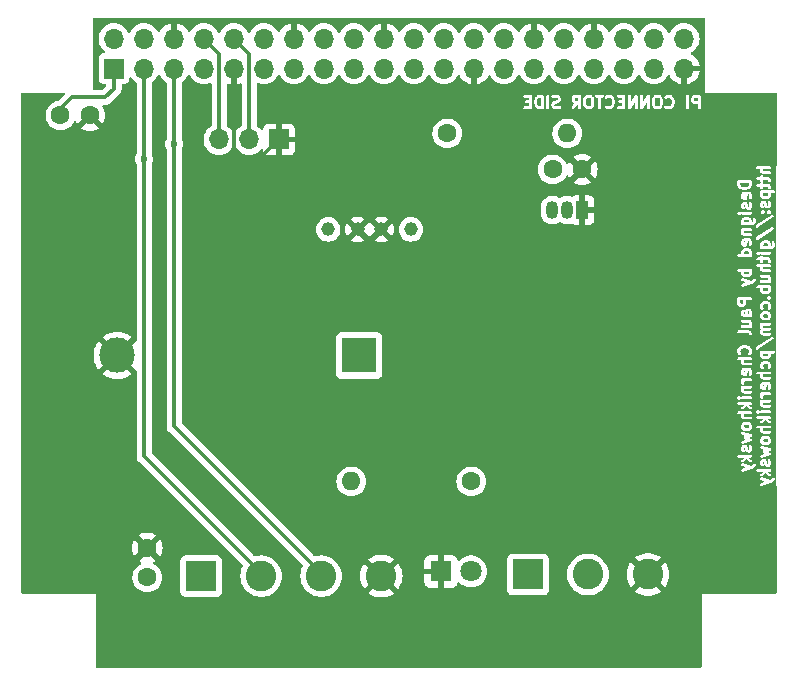
<source format=gbl>
G04 #@! TF.GenerationSoftware,KiCad,Pcbnew,8.0.4*
G04 #@! TF.CreationDate,2024-07-21T17:31:12-07:00*
G04 #@! TF.ProjectId,RPi_RTC_Interface,5250695f-5254-4435-9f49-6e7465726661,V1.0*
G04 #@! TF.SameCoordinates,Original*
G04 #@! TF.FileFunction,Copper,L2,Bot*
G04 #@! TF.FilePolarity,Positive*
%FSLAX46Y46*%
G04 Gerber Fmt 4.6, Leading zero omitted, Abs format (unit mm)*
G04 Created by KiCad (PCBNEW 8.0.4) date 2024-07-21 17:31:12*
%MOMM*%
%LPD*%
G01*
G04 APERTURE LIST*
%ADD10C,0.250000*%
G04 #@! TA.AperFunction,ComponentPad*
%ADD11R,2.600000X2.600000*%
G04 #@! TD*
G04 #@! TA.AperFunction,ComponentPad*
%ADD12C,2.600000*%
G04 #@! TD*
G04 #@! TA.AperFunction,ComponentPad*
%ADD13C,1.600000*%
G04 #@! TD*
G04 #@! TA.AperFunction,ComponentPad*
%ADD14O,1.600000X1.600000*%
G04 #@! TD*
G04 #@! TA.AperFunction,ComponentPad*
%ADD15R,1.700000X1.700000*%
G04 #@! TD*
G04 #@! TA.AperFunction,ComponentPad*
%ADD16O,1.700000X1.700000*%
G04 #@! TD*
G04 #@! TA.AperFunction,ComponentPad*
%ADD17C,1.150000*%
G04 #@! TD*
G04 #@! TA.AperFunction,ComponentPad*
%ADD18R,3.000000X3.000000*%
G04 #@! TD*
G04 #@! TA.AperFunction,ComponentPad*
%ADD19C,3.000000*%
G04 #@! TD*
G04 #@! TA.AperFunction,ComponentPad*
%ADD20R,1.800000X1.800000*%
G04 #@! TD*
G04 #@! TA.AperFunction,ComponentPad*
%ADD21C,1.800000*%
G04 #@! TD*
G04 #@! TA.AperFunction,ComponentPad*
%ADD22R,1.050000X1.500000*%
G04 #@! TD*
G04 #@! TA.AperFunction,ComponentPad*
%ADD23O,1.050000X1.500000*%
G04 #@! TD*
G04 #@! TA.AperFunction,ViaPad*
%ADD24C,0.600000*%
G04 #@! TD*
G04 #@! TA.AperFunction,Conductor*
%ADD25C,0.355600*%
G04 #@! TD*
G04 APERTURE END LIST*
D10*
G36*
X161602428Y-91087619D02*
G01*
X161509619Y-91087619D01*
X161414000Y-91055746D01*
X161353969Y-90995715D01*
X161321559Y-90930896D01*
X161281000Y-90768658D01*
X161281000Y-90656579D01*
X161321559Y-90494341D01*
X161353970Y-90429520D01*
X161413998Y-90369491D01*
X161509619Y-90337619D01*
X161602428Y-90337619D01*
X161602428Y-91087619D01*
G37*
G36*
X165796241Y-90362970D02*
G01*
X165852652Y-90419381D01*
X165888142Y-90561341D01*
X165888142Y-90863896D01*
X165852652Y-91005855D01*
X165796238Y-91062269D01*
X165745539Y-91087619D01*
X165614080Y-91087619D01*
X165563379Y-91062268D01*
X165506965Y-91005855D01*
X165471476Y-90863896D01*
X165471476Y-90561341D01*
X165506966Y-90419381D01*
X165563376Y-90362970D01*
X165614080Y-90337619D01*
X165745539Y-90337619D01*
X165796241Y-90362970D01*
G37*
G36*
X171605765Y-90362970D02*
G01*
X171662176Y-90419381D01*
X171697666Y-90561341D01*
X171697666Y-90863896D01*
X171662176Y-91005855D01*
X171605762Y-91062269D01*
X171555063Y-91087619D01*
X171423604Y-91087619D01*
X171372903Y-91062268D01*
X171316489Y-91005855D01*
X171281000Y-90863896D01*
X171281000Y-90561341D01*
X171316490Y-90419381D01*
X171372900Y-90362970D01*
X171423604Y-90337619D01*
X171555063Y-90337619D01*
X171605765Y-90362970D01*
G37*
G36*
X164792904Y-90611428D02*
G01*
X164566461Y-90611428D01*
X164515759Y-90586077D01*
X164496826Y-90567145D01*
X164471476Y-90516444D01*
X164471476Y-90432603D01*
X164496826Y-90381901D01*
X164515759Y-90362969D01*
X164566461Y-90337619D01*
X164792904Y-90337619D01*
X164792904Y-90611428D01*
G37*
G36*
X174888142Y-90611428D02*
G01*
X174661699Y-90611428D01*
X174610997Y-90586077D01*
X174592064Y-90567145D01*
X174566714Y-90516444D01*
X174566714Y-90432603D01*
X174592064Y-90381901D01*
X174610997Y-90362969D01*
X174661699Y-90337619D01*
X174888142Y-90337619D01*
X174888142Y-90611428D01*
G37*
G36*
X175263142Y-91462619D02*
G01*
X160003640Y-91462619D01*
X160003640Y-90188233D01*
X160128640Y-90188233D01*
X160128640Y-90237005D01*
X160147304Y-90282065D01*
X160181792Y-90316553D01*
X160226852Y-90335217D01*
X160251238Y-90337619D01*
X160602428Y-90337619D01*
X160602428Y-90563809D01*
X160394095Y-90563809D01*
X160369709Y-90566211D01*
X160324649Y-90584875D01*
X160290161Y-90619363D01*
X160271497Y-90664423D01*
X160271497Y-90713195D01*
X160290161Y-90758255D01*
X160324649Y-90792743D01*
X160369709Y-90811407D01*
X160394095Y-90813809D01*
X160602428Y-90813809D01*
X160602428Y-91087619D01*
X160251238Y-91087619D01*
X160226852Y-91090021D01*
X160181792Y-91108685D01*
X160147304Y-91143173D01*
X160128640Y-91188233D01*
X160128640Y-91237005D01*
X160147304Y-91282065D01*
X160181792Y-91316553D01*
X160226852Y-91335217D01*
X160251238Y-91337619D01*
X160727428Y-91337619D01*
X160751814Y-91335217D01*
X160796874Y-91316553D01*
X160831362Y-91282065D01*
X160850026Y-91237005D01*
X160852428Y-91212619D01*
X160852428Y-90641190D01*
X161031000Y-90641190D01*
X161031000Y-90784047D01*
X161031419Y-90788301D01*
X161031148Y-90790123D01*
X161032497Y-90799251D01*
X161033402Y-90808433D01*
X161034106Y-90810134D01*
X161034732Y-90814364D01*
X161082351Y-91004840D01*
X161082994Y-91006639D01*
X161083058Y-91007539D01*
X161086940Y-91017685D01*
X161090596Y-91027915D01*
X161091132Y-91028639D01*
X161091816Y-91030425D01*
X161139434Y-91125662D01*
X161146040Y-91136156D01*
X161147304Y-91139207D01*
X161150124Y-91142643D01*
X161152489Y-91146400D01*
X161154980Y-91148560D01*
X161162849Y-91158149D01*
X161258087Y-91253388D01*
X161277029Y-91268933D01*
X161281180Y-91270652D01*
X161284573Y-91273595D01*
X161306948Y-91283585D01*
X161449804Y-91331204D01*
X161461897Y-91333953D01*
X161464947Y-91335217D01*
X161469368Y-91335652D01*
X161473698Y-91336637D01*
X161476989Y-91336403D01*
X161489333Y-91337619D01*
X161727428Y-91337619D01*
X161751814Y-91335217D01*
X161796874Y-91316553D01*
X161831362Y-91282065D01*
X161850026Y-91237005D01*
X161852428Y-91212619D01*
X161852428Y-90212619D01*
X162078618Y-90212619D01*
X162078618Y-91212619D01*
X162081020Y-91237005D01*
X162099684Y-91282065D01*
X162134172Y-91316553D01*
X162179232Y-91335217D01*
X162228004Y-91335217D01*
X162273064Y-91316553D01*
X162307552Y-91282065D01*
X162326216Y-91237005D01*
X162328618Y-91212619D01*
X162328618Y-90926904D01*
X162507190Y-90926904D01*
X162507190Y-91022142D01*
X162509592Y-91046528D01*
X162511310Y-91050676D01*
X162511629Y-91055158D01*
X162520387Y-91078044D01*
X162568005Y-91173281D01*
X162574612Y-91183777D01*
X162575875Y-91186825D01*
X162578692Y-91190258D01*
X162581060Y-91194019D01*
X162583554Y-91196182D01*
X162591420Y-91205767D01*
X162639039Y-91253387D01*
X162648627Y-91261256D01*
X162650789Y-91263749D01*
X162654543Y-91266112D01*
X162657980Y-91268933D01*
X162661033Y-91270197D01*
X162671526Y-91276803D01*
X162766764Y-91324422D01*
X162789650Y-91333180D01*
X162794130Y-91333498D01*
X162798280Y-91335217D01*
X162822666Y-91337619D01*
X163060761Y-91337619D01*
X163073104Y-91336403D01*
X163076395Y-91336637D01*
X163080724Y-91335652D01*
X163085147Y-91335217D01*
X163088198Y-91333953D01*
X163100289Y-91331204D01*
X163243146Y-91283586D01*
X163265521Y-91273595D01*
X163302367Y-91241640D01*
X163324179Y-91198016D01*
X163327636Y-91149366D01*
X163312213Y-91103097D01*
X163280257Y-91066251D01*
X163236633Y-91044439D01*
X163187983Y-91040982D01*
X163164089Y-91046415D01*
X163040478Y-91087619D01*
X162852175Y-91087619D01*
X162801473Y-91062268D01*
X162782541Y-91043336D01*
X162757190Y-90992634D01*
X162757190Y-90956412D01*
X162782540Y-90905710D01*
X162801473Y-90886778D01*
X162866294Y-90854368D01*
X163043459Y-90810077D01*
X163045258Y-90809433D01*
X163046158Y-90809370D01*
X163056304Y-90805487D01*
X163066534Y-90801832D01*
X163067258Y-90801295D01*
X163069044Y-90800612D01*
X163164281Y-90752994D01*
X163174779Y-90746384D01*
X163177826Y-90745123D01*
X163181257Y-90742307D01*
X163185019Y-90739939D01*
X163187182Y-90737444D01*
X163196768Y-90729578D01*
X163244387Y-90681960D01*
X163252256Y-90672371D01*
X163254748Y-90670210D01*
X163257113Y-90666452D01*
X163259932Y-90663018D01*
X163261195Y-90659967D01*
X163267802Y-90649473D01*
X163315421Y-90554235D01*
X163324179Y-90531349D01*
X163324497Y-90526868D01*
X163326216Y-90522719D01*
X163328618Y-90498333D01*
X163328618Y-90403095D01*
X164221476Y-90403095D01*
X164221476Y-90545952D01*
X164223878Y-90570338D01*
X164225596Y-90574486D01*
X164225915Y-90578968D01*
X164234673Y-90601854D01*
X164282291Y-90697091D01*
X164288900Y-90707589D01*
X164290162Y-90710636D01*
X164292977Y-90714067D01*
X164295346Y-90717829D01*
X164297840Y-90719992D01*
X164305707Y-90729578D01*
X164353325Y-90777197D01*
X164362913Y-90785066D01*
X164365075Y-90787558D01*
X164368832Y-90789923D01*
X164372267Y-90792742D01*
X164375317Y-90794005D01*
X164385812Y-90800612D01*
X164457283Y-90836347D01*
X164244072Y-91140936D01*
X164232055Y-91162292D01*
X164221505Y-91209909D01*
X164229981Y-91257940D01*
X164256193Y-91299071D01*
X164296149Y-91327040D01*
X164343766Y-91337590D01*
X164391797Y-91329114D01*
X164432928Y-91302902D01*
X164448880Y-91284302D01*
X164744891Y-90861428D01*
X164792904Y-90861428D01*
X164792904Y-91212619D01*
X164795306Y-91237005D01*
X164813970Y-91282065D01*
X164848458Y-91316553D01*
X164893518Y-91335217D01*
X164942290Y-91335217D01*
X164987350Y-91316553D01*
X165021838Y-91282065D01*
X165040502Y-91237005D01*
X165042904Y-91212619D01*
X165042904Y-90545952D01*
X165221476Y-90545952D01*
X165221476Y-90879285D01*
X165221895Y-90883539D01*
X165221624Y-90885361D01*
X165222973Y-90894489D01*
X165223878Y-90903671D01*
X165224582Y-90905372D01*
X165225208Y-90909602D01*
X165272827Y-91100078D01*
X165281072Y-91123153D01*
X165286604Y-91130619D01*
X165290161Y-91139207D01*
X165305706Y-91158149D01*
X165400944Y-91253388D01*
X165410532Y-91261257D01*
X165412694Y-91263749D01*
X165416451Y-91266114D01*
X165419886Y-91268933D01*
X165422936Y-91270196D01*
X165433431Y-91276803D01*
X165528669Y-91324422D01*
X165551555Y-91333180D01*
X165556035Y-91333498D01*
X165560185Y-91335217D01*
X165584571Y-91337619D01*
X165775047Y-91337619D01*
X165799433Y-91335217D01*
X165803581Y-91333498D01*
X165808063Y-91333180D01*
X165830949Y-91324422D01*
X165926186Y-91276804D01*
X165936682Y-91270196D01*
X165939732Y-91268933D01*
X165943166Y-91266114D01*
X165946924Y-91263749D01*
X165949085Y-91261257D01*
X165958674Y-91253388D01*
X166053912Y-91158149D01*
X166069457Y-91139207D01*
X166073014Y-91130618D01*
X166078546Y-91123153D01*
X166086791Y-91100078D01*
X166134410Y-90909602D01*
X166135035Y-90905372D01*
X166135740Y-90903671D01*
X166136644Y-90894491D01*
X166137994Y-90885362D01*
X166137722Y-90883539D01*
X166138142Y-90879285D01*
X166138142Y-90545952D01*
X166137722Y-90541697D01*
X166137994Y-90539875D01*
X166136644Y-90530745D01*
X166135740Y-90521566D01*
X166135035Y-90519864D01*
X166134410Y-90515635D01*
X166086791Y-90325159D01*
X166078546Y-90302084D01*
X166073012Y-90294615D01*
X166069456Y-90286030D01*
X166053911Y-90267088D01*
X165975056Y-90188233D01*
X166176259Y-90188233D01*
X166176259Y-90237005D01*
X166194923Y-90282065D01*
X166229411Y-90316553D01*
X166274471Y-90335217D01*
X166298857Y-90337619D01*
X166459571Y-90337619D01*
X166459571Y-91212619D01*
X166461973Y-91237005D01*
X166480637Y-91282065D01*
X166515125Y-91316553D01*
X166560185Y-91335217D01*
X166608957Y-91335217D01*
X166654017Y-91316553D01*
X166688505Y-91282065D01*
X166707169Y-91237005D01*
X166709571Y-91212619D01*
X166709571Y-90337619D01*
X166870285Y-90337619D01*
X166894671Y-90335217D01*
X166939731Y-90316553D01*
X166972814Y-90283470D01*
X167033402Y-90283470D01*
X167033402Y-90332244D01*
X167052067Y-90377303D01*
X167086554Y-90411790D01*
X167131613Y-90430455D01*
X167180387Y-90430455D01*
X167225446Y-90411790D01*
X167244388Y-90396245D01*
X167271142Y-90369491D01*
X167366762Y-90337619D01*
X167421431Y-90337619D01*
X167517048Y-90369491D01*
X167577076Y-90429519D01*
X167609487Y-90494342D01*
X167650047Y-90656579D01*
X167650047Y-90768658D01*
X167609487Y-90930894D01*
X167577077Y-90995715D01*
X167517047Y-91055746D01*
X167421431Y-91087619D01*
X167366762Y-91087619D01*
X167271142Y-91055746D01*
X167244389Y-91028993D01*
X167225447Y-91013447D01*
X167180388Y-90994782D01*
X167131615Y-90994782D01*
X167086555Y-91013446D01*
X167052067Y-91047933D01*
X167033402Y-91092992D01*
X167033402Y-91141765D01*
X167052066Y-91186825D01*
X167067611Y-91205767D01*
X167115230Y-91253387D01*
X167134171Y-91268933D01*
X167138324Y-91270653D01*
X167141716Y-91273595D01*
X167164091Y-91283585D01*
X167306947Y-91331204D01*
X167319040Y-91333953D01*
X167322090Y-91335217D01*
X167326511Y-91335652D01*
X167330841Y-91336637D01*
X167334132Y-91336403D01*
X167346476Y-91337619D01*
X167441714Y-91337619D01*
X167454057Y-91336403D01*
X167457348Y-91336637D01*
X167461677Y-91335652D01*
X167466100Y-91335217D01*
X167469151Y-91333953D01*
X167481242Y-91331204D01*
X167624099Y-91283586D01*
X167646474Y-91273595D01*
X167649866Y-91270652D01*
X167654018Y-91268933D01*
X167672960Y-91253388D01*
X167768198Y-91158149D01*
X167776066Y-91148560D01*
X167778558Y-91146400D01*
X167780922Y-91142643D01*
X167783743Y-91139207D01*
X167785007Y-91136155D01*
X167791612Y-91125663D01*
X167839231Y-91030425D01*
X167839914Y-91028639D01*
X167840451Y-91027915D01*
X167844106Y-91017685D01*
X167847989Y-91007539D01*
X167848052Y-91006639D01*
X167848696Y-91004840D01*
X167896315Y-90814364D01*
X167896940Y-90810134D01*
X167897645Y-90808433D01*
X167898549Y-90799253D01*
X167899899Y-90790124D01*
X167899627Y-90788301D01*
X167900047Y-90784047D01*
X167900047Y-90641190D01*
X167899627Y-90636935D01*
X167899899Y-90635113D01*
X167898549Y-90625983D01*
X167897645Y-90616804D01*
X167896940Y-90615102D01*
X167896315Y-90610873D01*
X167848696Y-90420397D01*
X167848052Y-90418597D01*
X167847989Y-90417698D01*
X167844106Y-90407551D01*
X167840451Y-90397322D01*
X167839914Y-90396597D01*
X167839231Y-90394812D01*
X167791612Y-90299574D01*
X167785004Y-90289077D01*
X167783742Y-90286030D01*
X167780925Y-90282598D01*
X167778558Y-90278837D01*
X167776063Y-90276673D01*
X167768197Y-90267088D01*
X167689342Y-90188233D01*
X168033402Y-90188233D01*
X168033402Y-90237005D01*
X168052066Y-90282065D01*
X168086554Y-90316553D01*
X168131614Y-90335217D01*
X168156000Y-90337619D01*
X168507190Y-90337619D01*
X168507190Y-90563809D01*
X168298857Y-90563809D01*
X168274471Y-90566211D01*
X168229411Y-90584875D01*
X168194923Y-90619363D01*
X168176259Y-90664423D01*
X168176259Y-90713195D01*
X168194923Y-90758255D01*
X168229411Y-90792743D01*
X168274471Y-90811407D01*
X168298857Y-90813809D01*
X168507190Y-90813809D01*
X168507190Y-91087619D01*
X168156000Y-91087619D01*
X168131614Y-91090021D01*
X168086554Y-91108685D01*
X168052066Y-91143173D01*
X168033402Y-91188233D01*
X168033402Y-91237005D01*
X168052066Y-91282065D01*
X168086554Y-91316553D01*
X168131614Y-91335217D01*
X168156000Y-91337619D01*
X168632190Y-91337619D01*
X168656576Y-91335217D01*
X168701636Y-91316553D01*
X168736124Y-91282065D01*
X168754788Y-91237005D01*
X168757190Y-91212619D01*
X168757190Y-90212619D01*
X168983381Y-90212619D01*
X168983381Y-91212619D01*
X168983998Y-91218889D01*
X168983686Y-91221349D01*
X168984554Y-91224533D01*
X168985783Y-91237005D01*
X168992144Y-91252362D01*
X168996519Y-91268404D01*
X169001398Y-91274704D01*
X169004447Y-91282065D01*
X169016202Y-91293820D01*
X169026382Y-91306965D01*
X169033300Y-91310918D01*
X169038935Y-91316553D01*
X169054293Y-91322914D01*
X169068728Y-91331163D01*
X169076634Y-91332168D01*
X169083995Y-91335217D01*
X169100616Y-91335217D01*
X169117111Y-91337314D01*
X169124800Y-91335217D01*
X169132767Y-91335217D01*
X169148124Y-91328855D01*
X169164166Y-91324481D01*
X169170466Y-91319601D01*
X169177827Y-91316553D01*
X169189582Y-91304797D01*
X169202727Y-91294618D01*
X169209980Y-91284399D01*
X169212315Y-91282065D01*
X169213264Y-91279773D01*
X169216911Y-91274636D01*
X169554809Y-90683314D01*
X169554809Y-91212619D01*
X169557211Y-91237005D01*
X169575875Y-91282065D01*
X169610363Y-91316553D01*
X169655423Y-91335217D01*
X169704195Y-91335217D01*
X169749255Y-91316553D01*
X169783743Y-91282065D01*
X169802407Y-91237005D01*
X169804809Y-91212619D01*
X169804809Y-90212619D01*
X170031000Y-90212619D01*
X170031000Y-91212619D01*
X170031617Y-91218889D01*
X170031305Y-91221349D01*
X170032173Y-91224533D01*
X170033402Y-91237005D01*
X170039763Y-91252362D01*
X170044138Y-91268404D01*
X170049017Y-91274704D01*
X170052066Y-91282065D01*
X170063821Y-91293820D01*
X170074001Y-91306965D01*
X170080919Y-91310918D01*
X170086554Y-91316553D01*
X170101912Y-91322914D01*
X170116347Y-91331163D01*
X170124253Y-91332168D01*
X170131614Y-91335217D01*
X170148235Y-91335217D01*
X170164730Y-91337314D01*
X170172419Y-91335217D01*
X170180386Y-91335217D01*
X170195743Y-91328855D01*
X170211785Y-91324481D01*
X170218085Y-91319601D01*
X170225446Y-91316553D01*
X170237201Y-91304797D01*
X170250346Y-91294618D01*
X170257599Y-91284399D01*
X170259934Y-91282065D01*
X170260883Y-91279773D01*
X170264530Y-91274636D01*
X170602428Y-90683314D01*
X170602428Y-91212619D01*
X170604830Y-91237005D01*
X170623494Y-91282065D01*
X170657982Y-91316553D01*
X170703042Y-91335217D01*
X170751814Y-91335217D01*
X170796874Y-91316553D01*
X170831362Y-91282065D01*
X170850026Y-91237005D01*
X170852428Y-91212619D01*
X170852428Y-90545952D01*
X171031000Y-90545952D01*
X171031000Y-90879285D01*
X171031419Y-90883539D01*
X171031148Y-90885361D01*
X171032497Y-90894489D01*
X171033402Y-90903671D01*
X171034106Y-90905372D01*
X171034732Y-90909602D01*
X171082351Y-91100078D01*
X171090596Y-91123153D01*
X171096128Y-91130619D01*
X171099685Y-91139207D01*
X171115230Y-91158149D01*
X171210468Y-91253388D01*
X171220056Y-91261257D01*
X171222218Y-91263749D01*
X171225975Y-91266114D01*
X171229410Y-91268933D01*
X171232460Y-91270196D01*
X171242955Y-91276803D01*
X171338193Y-91324422D01*
X171361079Y-91333180D01*
X171365559Y-91333498D01*
X171369709Y-91335217D01*
X171394095Y-91337619D01*
X171584571Y-91337619D01*
X171608957Y-91335217D01*
X171613105Y-91333498D01*
X171617587Y-91333180D01*
X171640473Y-91324422D01*
X171735710Y-91276804D01*
X171746206Y-91270196D01*
X171749256Y-91268933D01*
X171752690Y-91266114D01*
X171756448Y-91263749D01*
X171758609Y-91261257D01*
X171768198Y-91253388D01*
X171863436Y-91158149D01*
X171878981Y-91139207D01*
X171882538Y-91130618D01*
X171888070Y-91123153D01*
X171896315Y-91100078D01*
X171943934Y-90909602D01*
X171944559Y-90905372D01*
X171945264Y-90903671D01*
X171946168Y-90894491D01*
X171947518Y-90885362D01*
X171947246Y-90883539D01*
X171947666Y-90879285D01*
X171947666Y-90545952D01*
X171947246Y-90541697D01*
X171947518Y-90539875D01*
X171946168Y-90530745D01*
X171945264Y-90521566D01*
X171944559Y-90519864D01*
X171943934Y-90515635D01*
X171896315Y-90325159D01*
X171888070Y-90302084D01*
X171882536Y-90294615D01*
X171878980Y-90286030D01*
X171876879Y-90283470D01*
X172081021Y-90283470D01*
X172081021Y-90332244D01*
X172099686Y-90377303D01*
X172134173Y-90411790D01*
X172179232Y-90430455D01*
X172228006Y-90430455D01*
X172273065Y-90411790D01*
X172292007Y-90396245D01*
X172318761Y-90369491D01*
X172414381Y-90337619D01*
X172469050Y-90337619D01*
X172564667Y-90369491D01*
X172624695Y-90429519D01*
X172657106Y-90494342D01*
X172697666Y-90656579D01*
X172697666Y-90768658D01*
X172657106Y-90930894D01*
X172624696Y-90995715D01*
X172564666Y-91055746D01*
X172469050Y-91087619D01*
X172414381Y-91087619D01*
X172318761Y-91055746D01*
X172292008Y-91028993D01*
X172273066Y-91013447D01*
X172228007Y-90994782D01*
X172179234Y-90994782D01*
X172134174Y-91013446D01*
X172099686Y-91047933D01*
X172081021Y-91092992D01*
X172081021Y-91141765D01*
X172099685Y-91186825D01*
X172115230Y-91205767D01*
X172162849Y-91253387D01*
X172181790Y-91268933D01*
X172185943Y-91270653D01*
X172189335Y-91273595D01*
X172211710Y-91283585D01*
X172354566Y-91331204D01*
X172366659Y-91333953D01*
X172369709Y-91335217D01*
X172374130Y-91335652D01*
X172378460Y-91336637D01*
X172381751Y-91336403D01*
X172394095Y-91337619D01*
X172489333Y-91337619D01*
X172501676Y-91336403D01*
X172504967Y-91336637D01*
X172509296Y-91335652D01*
X172513719Y-91335217D01*
X172516770Y-91333953D01*
X172528861Y-91331204D01*
X172671718Y-91283586D01*
X172694093Y-91273595D01*
X172697485Y-91270652D01*
X172701637Y-91268933D01*
X172720579Y-91253388D01*
X172815817Y-91158149D01*
X172823685Y-91148560D01*
X172826177Y-91146400D01*
X172828541Y-91142643D01*
X172831362Y-91139207D01*
X172832626Y-91136155D01*
X172839231Y-91125663D01*
X172886850Y-91030425D01*
X172887533Y-91028639D01*
X172888070Y-91027915D01*
X172891725Y-91017685D01*
X172895608Y-91007539D01*
X172895671Y-91006639D01*
X172896315Y-91004840D01*
X172943934Y-90814364D01*
X172944559Y-90810134D01*
X172945264Y-90808433D01*
X172946168Y-90799253D01*
X172947518Y-90790124D01*
X172947246Y-90788301D01*
X172947666Y-90784047D01*
X172947666Y-90641190D01*
X172947246Y-90636935D01*
X172947518Y-90635113D01*
X172946168Y-90625983D01*
X172945264Y-90616804D01*
X172944559Y-90615102D01*
X172943934Y-90610873D01*
X172896315Y-90420397D01*
X172895671Y-90418597D01*
X172895608Y-90417698D01*
X172891725Y-90407551D01*
X172888070Y-90397322D01*
X172887533Y-90396597D01*
X172886850Y-90394812D01*
X172839231Y-90299574D01*
X172832623Y-90289077D01*
X172831361Y-90286030D01*
X172828544Y-90282598D01*
X172826177Y-90278837D01*
X172823682Y-90276673D01*
X172815816Y-90267088D01*
X172761347Y-90212619D01*
X173888142Y-90212619D01*
X173888142Y-91212619D01*
X173890544Y-91237005D01*
X173909208Y-91282065D01*
X173943696Y-91316553D01*
X173988756Y-91335217D01*
X174037528Y-91335217D01*
X174082588Y-91316553D01*
X174117076Y-91282065D01*
X174135740Y-91237005D01*
X174138142Y-91212619D01*
X174138142Y-90403095D01*
X174316714Y-90403095D01*
X174316714Y-90545952D01*
X174319116Y-90570338D01*
X174320834Y-90574486D01*
X174321153Y-90578968D01*
X174329911Y-90601854D01*
X174377529Y-90697091D01*
X174384138Y-90707589D01*
X174385400Y-90710636D01*
X174388215Y-90714067D01*
X174390584Y-90717829D01*
X174393078Y-90719992D01*
X174400945Y-90729578D01*
X174448563Y-90777197D01*
X174458151Y-90785066D01*
X174460313Y-90787558D01*
X174464070Y-90789923D01*
X174467505Y-90792742D01*
X174470555Y-90794005D01*
X174481050Y-90800612D01*
X174576288Y-90848231D01*
X174599174Y-90856989D01*
X174603654Y-90857307D01*
X174607804Y-90859026D01*
X174632190Y-90861428D01*
X174888142Y-90861428D01*
X174888142Y-91212619D01*
X174890544Y-91237005D01*
X174909208Y-91282065D01*
X174943696Y-91316553D01*
X174988756Y-91335217D01*
X175037528Y-91335217D01*
X175082588Y-91316553D01*
X175117076Y-91282065D01*
X175135740Y-91237005D01*
X175138142Y-91212619D01*
X175138142Y-90212619D01*
X175135740Y-90188233D01*
X175117076Y-90143173D01*
X175082588Y-90108685D01*
X175037528Y-90090021D01*
X175013142Y-90087619D01*
X174632190Y-90087619D01*
X174607804Y-90090021D01*
X174603654Y-90091739D01*
X174599174Y-90092058D01*
X174576288Y-90100816D01*
X174481050Y-90148435D01*
X174470555Y-90155041D01*
X174467505Y-90156305D01*
X174464070Y-90159123D01*
X174460313Y-90161489D01*
X174458151Y-90163980D01*
X174448563Y-90171850D01*
X174400945Y-90219469D01*
X174393078Y-90229054D01*
X174390584Y-90231218D01*
X174388215Y-90234979D01*
X174385400Y-90238411D01*
X174384138Y-90241457D01*
X174377529Y-90251956D01*
X174329911Y-90347193D01*
X174321153Y-90370079D01*
X174320834Y-90374560D01*
X174319116Y-90378709D01*
X174316714Y-90403095D01*
X174138142Y-90403095D01*
X174138142Y-90212619D01*
X174135740Y-90188233D01*
X174117076Y-90143173D01*
X174082588Y-90108685D01*
X174037528Y-90090021D01*
X173988756Y-90090021D01*
X173943696Y-90108685D01*
X173909208Y-90143173D01*
X173890544Y-90188233D01*
X173888142Y-90212619D01*
X172761347Y-90212619D01*
X172720578Y-90171850D01*
X172701636Y-90156305D01*
X172697486Y-90154586D01*
X172694093Y-90151643D01*
X172671718Y-90141652D01*
X172528861Y-90094034D01*
X172516770Y-90091284D01*
X172513719Y-90090021D01*
X172509296Y-90089585D01*
X172504967Y-90088601D01*
X172501676Y-90088834D01*
X172489333Y-90087619D01*
X172394095Y-90087619D01*
X172381751Y-90088834D01*
X172378460Y-90088601D01*
X172374130Y-90089585D01*
X172369709Y-90090021D01*
X172366659Y-90091284D01*
X172354566Y-90094034D01*
X172211710Y-90141653D01*
X172189335Y-90151643D01*
X172185942Y-90154585D01*
X172181791Y-90156305D01*
X172162849Y-90171850D01*
X172115231Y-90219469D01*
X172099686Y-90238411D01*
X172081021Y-90283470D01*
X171876879Y-90283470D01*
X171863435Y-90267088D01*
X171768197Y-90171850D01*
X171758611Y-90163983D01*
X171756448Y-90161489D01*
X171752686Y-90159120D01*
X171749255Y-90156305D01*
X171746208Y-90155043D01*
X171735710Y-90148434D01*
X171640473Y-90100816D01*
X171617587Y-90092058D01*
X171613105Y-90091739D01*
X171608957Y-90090021D01*
X171584571Y-90087619D01*
X171394095Y-90087619D01*
X171369709Y-90090021D01*
X171365559Y-90091739D01*
X171361079Y-90092058D01*
X171338193Y-90100816D01*
X171242955Y-90148435D01*
X171232458Y-90155042D01*
X171229411Y-90156305D01*
X171225979Y-90159121D01*
X171222218Y-90161489D01*
X171220054Y-90163983D01*
X171210469Y-90171850D01*
X171115231Y-90267088D01*
X171099686Y-90286030D01*
X171096129Y-90294615D01*
X171090596Y-90302084D01*
X171082351Y-90325159D01*
X171034732Y-90515635D01*
X171034106Y-90519864D01*
X171033402Y-90521566D01*
X171032497Y-90530747D01*
X171031148Y-90539876D01*
X171031419Y-90541697D01*
X171031000Y-90545952D01*
X170852428Y-90545952D01*
X170852428Y-90212619D01*
X170851810Y-90206347D01*
X170852123Y-90203888D01*
X170851254Y-90200702D01*
X170850026Y-90188233D01*
X170843665Y-90172876D01*
X170839290Y-90156834D01*
X170834410Y-90150533D01*
X170831362Y-90143173D01*
X170819606Y-90131417D01*
X170809427Y-90118273D01*
X170802508Y-90114319D01*
X170796874Y-90108685D01*
X170781515Y-90102323D01*
X170767081Y-90094075D01*
X170759174Y-90093069D01*
X170751814Y-90090021D01*
X170735193Y-90090021D01*
X170718698Y-90087924D01*
X170711009Y-90090021D01*
X170703042Y-90090021D01*
X170687684Y-90096382D01*
X170671643Y-90100757D01*
X170665342Y-90105636D01*
X170657982Y-90108685D01*
X170646226Y-90120440D01*
X170633082Y-90130620D01*
X170625828Y-90140838D01*
X170623494Y-90143173D01*
X170622544Y-90145464D01*
X170618898Y-90150602D01*
X170281000Y-90741924D01*
X170281000Y-90212619D01*
X170278598Y-90188233D01*
X170259934Y-90143173D01*
X170225446Y-90108685D01*
X170180386Y-90090021D01*
X170131614Y-90090021D01*
X170086554Y-90108685D01*
X170052066Y-90143173D01*
X170033402Y-90188233D01*
X170031000Y-90212619D01*
X169804809Y-90212619D01*
X169804191Y-90206347D01*
X169804504Y-90203888D01*
X169803635Y-90200702D01*
X169802407Y-90188233D01*
X169796046Y-90172876D01*
X169791671Y-90156834D01*
X169786791Y-90150533D01*
X169783743Y-90143173D01*
X169771987Y-90131417D01*
X169761808Y-90118273D01*
X169754889Y-90114319D01*
X169749255Y-90108685D01*
X169733896Y-90102323D01*
X169719462Y-90094075D01*
X169711555Y-90093069D01*
X169704195Y-90090021D01*
X169687574Y-90090021D01*
X169671079Y-90087924D01*
X169663390Y-90090021D01*
X169655423Y-90090021D01*
X169640065Y-90096382D01*
X169624024Y-90100757D01*
X169617723Y-90105636D01*
X169610363Y-90108685D01*
X169598607Y-90120440D01*
X169585463Y-90130620D01*
X169578209Y-90140838D01*
X169575875Y-90143173D01*
X169574925Y-90145464D01*
X169571279Y-90150602D01*
X169233381Y-90741924D01*
X169233381Y-90212619D01*
X169230979Y-90188233D01*
X169212315Y-90143173D01*
X169177827Y-90108685D01*
X169132767Y-90090021D01*
X169083995Y-90090021D01*
X169038935Y-90108685D01*
X169004447Y-90143173D01*
X168985783Y-90188233D01*
X168983381Y-90212619D01*
X168757190Y-90212619D01*
X168754788Y-90188233D01*
X168736124Y-90143173D01*
X168701636Y-90108685D01*
X168656576Y-90090021D01*
X168632190Y-90087619D01*
X168156000Y-90087619D01*
X168131614Y-90090021D01*
X168086554Y-90108685D01*
X168052066Y-90143173D01*
X168033402Y-90188233D01*
X167689342Y-90188233D01*
X167672959Y-90171850D01*
X167654017Y-90156305D01*
X167649867Y-90154586D01*
X167646474Y-90151643D01*
X167624099Y-90141652D01*
X167481242Y-90094034D01*
X167469151Y-90091284D01*
X167466100Y-90090021D01*
X167461677Y-90089585D01*
X167457348Y-90088601D01*
X167454057Y-90088834D01*
X167441714Y-90087619D01*
X167346476Y-90087619D01*
X167334132Y-90088834D01*
X167330841Y-90088601D01*
X167326511Y-90089585D01*
X167322090Y-90090021D01*
X167319040Y-90091284D01*
X167306947Y-90094034D01*
X167164091Y-90141653D01*
X167141716Y-90151643D01*
X167138323Y-90154585D01*
X167134172Y-90156305D01*
X167115230Y-90171850D01*
X167067612Y-90219469D01*
X167052067Y-90238411D01*
X167033402Y-90283470D01*
X166972814Y-90283470D01*
X166974219Y-90282065D01*
X166992883Y-90237005D01*
X166992883Y-90188233D01*
X166974219Y-90143173D01*
X166939731Y-90108685D01*
X166894671Y-90090021D01*
X166870285Y-90087619D01*
X166298857Y-90087619D01*
X166274471Y-90090021D01*
X166229411Y-90108685D01*
X166194923Y-90143173D01*
X166176259Y-90188233D01*
X165975056Y-90188233D01*
X165958673Y-90171850D01*
X165949087Y-90163983D01*
X165946924Y-90161489D01*
X165943162Y-90159120D01*
X165939731Y-90156305D01*
X165936684Y-90155043D01*
X165926186Y-90148434D01*
X165830949Y-90100816D01*
X165808063Y-90092058D01*
X165803581Y-90091739D01*
X165799433Y-90090021D01*
X165775047Y-90087619D01*
X165584571Y-90087619D01*
X165560185Y-90090021D01*
X165556035Y-90091739D01*
X165551555Y-90092058D01*
X165528669Y-90100816D01*
X165433431Y-90148435D01*
X165422934Y-90155042D01*
X165419887Y-90156305D01*
X165416455Y-90159121D01*
X165412694Y-90161489D01*
X165410530Y-90163983D01*
X165400945Y-90171850D01*
X165305707Y-90267088D01*
X165290162Y-90286030D01*
X165286605Y-90294615D01*
X165281072Y-90302084D01*
X165272827Y-90325159D01*
X165225208Y-90515635D01*
X165224582Y-90519864D01*
X165223878Y-90521566D01*
X165222973Y-90530747D01*
X165221624Y-90539876D01*
X165221895Y-90541697D01*
X165221476Y-90545952D01*
X165042904Y-90545952D01*
X165042904Y-90212619D01*
X165040502Y-90188233D01*
X165021838Y-90143173D01*
X164987350Y-90108685D01*
X164942290Y-90090021D01*
X164917904Y-90087619D01*
X164536952Y-90087619D01*
X164512566Y-90090021D01*
X164508416Y-90091739D01*
X164503936Y-90092058D01*
X164481050Y-90100816D01*
X164385812Y-90148435D01*
X164375317Y-90155041D01*
X164372267Y-90156305D01*
X164368832Y-90159123D01*
X164365075Y-90161489D01*
X164362913Y-90163980D01*
X164353325Y-90171850D01*
X164305707Y-90219469D01*
X164297840Y-90229054D01*
X164295346Y-90231218D01*
X164292977Y-90234979D01*
X164290162Y-90238411D01*
X164288900Y-90241457D01*
X164282291Y-90251956D01*
X164234673Y-90347193D01*
X164225915Y-90370079D01*
X164225596Y-90374560D01*
X164223878Y-90378709D01*
X164221476Y-90403095D01*
X163328618Y-90403095D01*
X163326216Y-90378709D01*
X163324497Y-90374559D01*
X163324179Y-90370079D01*
X163315421Y-90347193D01*
X163267802Y-90251955D01*
X163261195Y-90241460D01*
X163259932Y-90238410D01*
X163257113Y-90234975D01*
X163254748Y-90231218D01*
X163252256Y-90229056D01*
X163244387Y-90219468D01*
X163196768Y-90171850D01*
X163187182Y-90163983D01*
X163185019Y-90161489D01*
X163181257Y-90159120D01*
X163177826Y-90156305D01*
X163174779Y-90155043D01*
X163164281Y-90148434D01*
X163069044Y-90100816D01*
X163046158Y-90092058D01*
X163041676Y-90091739D01*
X163037528Y-90090021D01*
X163013142Y-90087619D01*
X162775047Y-90087619D01*
X162762703Y-90088834D01*
X162759412Y-90088601D01*
X162755082Y-90089585D01*
X162750661Y-90090021D01*
X162747611Y-90091284D01*
X162735518Y-90094034D01*
X162592662Y-90141653D01*
X162570287Y-90151643D01*
X162533441Y-90183598D01*
X162511629Y-90227223D01*
X162508172Y-90275872D01*
X162523595Y-90322141D01*
X162555550Y-90358987D01*
X162599175Y-90380799D01*
X162647824Y-90384256D01*
X162671718Y-90378823D01*
X162795333Y-90337619D01*
X162983634Y-90337619D01*
X163034335Y-90362969D01*
X163053267Y-90381902D01*
X163078618Y-90432603D01*
X163078618Y-90468824D01*
X163053267Y-90519525D01*
X163034335Y-90538458D01*
X162969515Y-90570868D01*
X162792349Y-90615160D01*
X162790549Y-90615803D01*
X162789650Y-90615867D01*
X162779503Y-90619749D01*
X162769274Y-90623405D01*
X162768549Y-90623941D01*
X162766764Y-90624625D01*
X162671526Y-90672244D01*
X162661031Y-90678850D01*
X162657981Y-90680114D01*
X162654546Y-90682932D01*
X162650789Y-90685298D01*
X162648627Y-90687789D01*
X162639039Y-90695659D01*
X162591421Y-90743278D01*
X162583554Y-90752863D01*
X162581060Y-90755027D01*
X162578691Y-90758788D01*
X162575876Y-90762220D01*
X162574614Y-90765266D01*
X162568005Y-90775765D01*
X162520387Y-90871002D01*
X162511629Y-90893888D01*
X162511310Y-90898369D01*
X162509592Y-90902518D01*
X162507190Y-90926904D01*
X162328618Y-90926904D01*
X162328618Y-90212619D01*
X162326216Y-90188233D01*
X162307552Y-90143173D01*
X162273064Y-90108685D01*
X162228004Y-90090021D01*
X162179232Y-90090021D01*
X162134172Y-90108685D01*
X162099684Y-90143173D01*
X162081020Y-90188233D01*
X162078618Y-90212619D01*
X161852428Y-90212619D01*
X161850026Y-90188233D01*
X161831362Y-90143173D01*
X161796874Y-90108685D01*
X161751814Y-90090021D01*
X161727428Y-90087619D01*
X161489333Y-90087619D01*
X161476989Y-90088834D01*
X161473698Y-90088601D01*
X161469368Y-90089585D01*
X161464947Y-90090021D01*
X161461897Y-90091284D01*
X161449804Y-90094034D01*
X161306948Y-90141653D01*
X161284573Y-90151643D01*
X161281179Y-90154586D01*
X161277030Y-90156305D01*
X161258088Y-90171850D01*
X161162850Y-90267088D01*
X161154983Y-90276673D01*
X161152489Y-90278837D01*
X161150120Y-90282598D01*
X161147305Y-90286030D01*
X161146043Y-90289076D01*
X161139434Y-90299575D01*
X161091816Y-90394812D01*
X161091132Y-90396597D01*
X161090596Y-90397322D01*
X161086940Y-90407551D01*
X161083058Y-90417698D01*
X161082994Y-90418597D01*
X161082351Y-90420397D01*
X161034732Y-90610873D01*
X161034106Y-90615102D01*
X161033402Y-90616804D01*
X161032497Y-90625985D01*
X161031148Y-90635114D01*
X161031419Y-90636935D01*
X161031000Y-90641190D01*
X160852428Y-90641190D01*
X160852428Y-90212619D01*
X160850026Y-90188233D01*
X160831362Y-90143173D01*
X160796874Y-90108685D01*
X160751814Y-90090021D01*
X160727428Y-90087619D01*
X160251238Y-90087619D01*
X160226852Y-90090021D01*
X160181792Y-90108685D01*
X160147304Y-90143173D01*
X160128640Y-90188233D01*
X160003640Y-90188233D01*
X160003640Y-89962619D01*
X175263142Y-89962619D01*
X175263142Y-91462619D01*
G37*
G36*
X180813336Y-119238732D02*
G01*
X180832268Y-119257664D01*
X180857619Y-119308365D01*
X180857619Y-119392205D01*
X180832268Y-119442906D01*
X180813336Y-119461839D01*
X180762634Y-119487190D01*
X180535937Y-119487190D01*
X180485235Y-119461839D01*
X180466302Y-119442907D01*
X180440952Y-119392206D01*
X180440952Y-119308365D01*
X180466302Y-119257663D01*
X180485235Y-119238731D01*
X180535937Y-119213381D01*
X180762634Y-119213381D01*
X180813336Y-119238732D01*
G37*
G36*
X179203392Y-118048257D02*
G01*
X179222324Y-118067189D01*
X179247675Y-118117890D01*
X179247675Y-118201730D01*
X179222324Y-118252431D01*
X179203392Y-118271364D01*
X179152690Y-118296715D01*
X178925993Y-118296715D01*
X178875291Y-118271364D01*
X178856358Y-118252432D01*
X178831008Y-118201731D01*
X178831008Y-118117890D01*
X178856358Y-118067188D01*
X178875291Y-118048256D01*
X178925993Y-118022906D01*
X179152690Y-118022906D01*
X179203392Y-118048257D01*
G37*
G36*
X180455303Y-114849479D02*
G01*
X180440952Y-114820777D01*
X180440952Y-114689317D01*
X180456740Y-114657740D01*
X180488318Y-114641952D01*
X180496809Y-114641952D01*
X180455303Y-114849479D01*
G37*
G36*
X178845359Y-113659004D02*
G01*
X178831008Y-113630302D01*
X178831008Y-113498842D01*
X178846796Y-113467265D01*
X178878374Y-113451477D01*
X178886865Y-113451477D01*
X178845359Y-113659004D01*
G37*
G36*
X180857619Y-112154109D02*
G01*
X180832268Y-112204810D01*
X180813336Y-112223743D01*
X180762634Y-112249094D01*
X180535937Y-112249094D01*
X180485235Y-112223743D01*
X180466302Y-112204811D01*
X180440952Y-112154110D01*
X180440952Y-112022904D01*
X180857619Y-112022904D01*
X180857619Y-112154109D01*
G37*
G36*
X180813336Y-108714922D02*
G01*
X180832268Y-108733854D01*
X180857619Y-108784555D01*
X180857619Y-108868395D01*
X180832268Y-108919096D01*
X180813336Y-108938029D01*
X180762634Y-108963380D01*
X180535937Y-108963380D01*
X180485235Y-108938029D01*
X180466302Y-108919097D01*
X180440952Y-108868396D01*
X180440952Y-108784555D01*
X180466302Y-108733853D01*
X180485235Y-108714921D01*
X180535937Y-108689571D01*
X180762634Y-108689571D01*
X180813336Y-108714922D01*
G37*
G36*
X179231886Y-108467265D02*
G01*
X179247675Y-108498841D01*
X179247675Y-108677666D01*
X179116722Y-108677666D01*
X179116722Y-108498841D01*
X179132510Y-108467264D01*
X179164088Y-108451476D01*
X179200308Y-108451476D01*
X179231886Y-108467265D01*
G37*
G36*
X178771484Y-107725538D02*
G01*
X178746133Y-107776239D01*
X178727201Y-107795172D01*
X178676500Y-107820523D01*
X178592660Y-107820523D01*
X178541958Y-107795172D01*
X178523025Y-107776240D01*
X178497675Y-107725539D01*
X178497675Y-107499095D01*
X178771484Y-107499095D01*
X178771484Y-107725538D01*
G37*
G36*
X180857619Y-106630300D02*
G01*
X180832268Y-106681001D01*
X180813336Y-106699934D01*
X180762634Y-106725285D01*
X180535937Y-106725285D01*
X180485235Y-106699934D01*
X180466302Y-106681002D01*
X180440952Y-106630301D01*
X180440952Y-106499095D01*
X180857619Y-106499095D01*
X180857619Y-106630300D01*
G37*
G36*
X179247675Y-105201728D02*
G01*
X179222324Y-105252429D01*
X179203392Y-105271362D01*
X179152690Y-105296713D01*
X178925993Y-105296713D01*
X178875291Y-105271362D01*
X178856358Y-105252430D01*
X178831008Y-105201729D01*
X178831008Y-105070523D01*
X179247675Y-105070523D01*
X179247675Y-105201728D01*
G37*
G36*
X179203392Y-103381588D02*
G01*
X179222324Y-103400520D01*
X179247675Y-103451221D01*
X179247675Y-103582427D01*
X178831008Y-103582427D01*
X178831008Y-103451221D01*
X178856358Y-103400519D01*
X178875291Y-103381587D01*
X178925993Y-103356237D01*
X179152690Y-103356237D01*
X179203392Y-103381588D01*
G37*
G36*
X180813336Y-102714922D02*
G01*
X180832268Y-102733854D01*
X180857619Y-102784555D01*
X180857619Y-102915761D01*
X180440952Y-102915761D01*
X180440952Y-102784555D01*
X180466302Y-102733853D01*
X180485235Y-102714921D01*
X180535937Y-102689571D01*
X180762634Y-102689571D01*
X180813336Y-102714922D01*
G37*
G36*
X178845359Y-102706621D02*
G01*
X178831008Y-102677919D01*
X178831008Y-102546459D01*
X178846796Y-102514882D01*
X178878374Y-102499094D01*
X178886865Y-102499094D01*
X178845359Y-102706621D01*
G37*
G36*
X179203392Y-100714921D02*
G01*
X179222324Y-100733853D01*
X179247675Y-100784554D01*
X179247675Y-100915760D01*
X178831008Y-100915760D01*
X178831008Y-100784554D01*
X178856358Y-100733852D01*
X178875291Y-100714920D01*
X178925993Y-100689570D01*
X179152690Y-100689570D01*
X179203392Y-100714921D01*
G37*
G36*
X178845359Y-98754240D02*
G01*
X178831008Y-98725538D01*
X178831008Y-98594078D01*
X178846796Y-98562501D01*
X178878374Y-98546713D01*
X178886865Y-98546713D01*
X178845359Y-98754240D01*
G37*
G36*
X180857619Y-98582681D02*
G01*
X180832268Y-98633382D01*
X180813336Y-98652315D01*
X180762634Y-98677666D01*
X180535937Y-98677666D01*
X180485235Y-98652315D01*
X180466302Y-98633383D01*
X180440952Y-98582682D01*
X180440952Y-98451476D01*
X180857619Y-98451476D01*
X180857619Y-98582681D01*
G37*
G36*
X179247675Y-97687141D02*
G01*
X179215802Y-97782759D01*
X179155771Y-97842790D01*
X179090952Y-97875200D01*
X178928714Y-97915760D01*
X178816635Y-97915760D01*
X178654398Y-97875200D01*
X178589575Y-97842789D01*
X178529547Y-97782761D01*
X178497675Y-97687143D01*
X178497675Y-97594332D01*
X179247675Y-97594332D01*
X179247675Y-97687141D01*
G37*
G36*
X181565952Y-123337039D02*
G01*
X178122675Y-123337039D01*
X178122675Y-122593922D01*
X180192294Y-122593922D01*
X180194716Y-122642634D01*
X180215595Y-122686713D01*
X180251753Y-122719445D01*
X180273910Y-122729909D01*
X180610966Y-122850286D01*
X180273910Y-122970663D01*
X180251753Y-122981127D01*
X180215595Y-123013859D01*
X180194716Y-123057938D01*
X180192294Y-123106650D01*
X180208698Y-123152580D01*
X180241430Y-123188738D01*
X180285509Y-123209617D01*
X180334221Y-123212039D01*
X180357994Y-123206099D01*
X181024661Y-122968004D01*
X181026784Y-122967000D01*
X181029043Y-122966346D01*
X181267138Y-122871108D01*
X181288887Y-122859821D01*
X181289443Y-122859277D01*
X181290160Y-122858981D01*
X181309102Y-122843436D01*
X181356721Y-122795818D01*
X181364590Y-122786229D01*
X181367082Y-122784068D01*
X181369447Y-122780310D01*
X181372266Y-122776876D01*
X181373529Y-122773825D01*
X181380136Y-122763331D01*
X181427755Y-122668093D01*
X181436513Y-122645207D01*
X181439970Y-122596558D01*
X181424547Y-122550287D01*
X181392591Y-122513442D01*
X181348968Y-122491631D01*
X181300318Y-122488173D01*
X181254048Y-122503596D01*
X181217203Y-122535552D01*
X181204148Y-122556290D01*
X181165601Y-122633383D01*
X181150469Y-122648516D01*
X180980114Y-122716658D01*
X180357994Y-122494473D01*
X180334221Y-122488533D01*
X180285509Y-122490955D01*
X180241430Y-122511834D01*
X180208698Y-122547992D01*
X180192294Y-122593922D01*
X178122675Y-122593922D01*
X178122675Y-121403447D01*
X178582350Y-121403447D01*
X178584772Y-121452159D01*
X178605651Y-121496238D01*
X178641809Y-121528970D01*
X178663966Y-121539434D01*
X179001022Y-121659811D01*
X178663966Y-121780188D01*
X178641809Y-121790652D01*
X178605651Y-121823384D01*
X178584772Y-121867463D01*
X178582350Y-121916175D01*
X178598754Y-121962105D01*
X178631486Y-121998263D01*
X178675565Y-122019142D01*
X178724277Y-122021564D01*
X178748050Y-122015624D01*
X179145945Y-121873519D01*
X179860021Y-121873519D01*
X179860021Y-121922291D01*
X179878685Y-121967351D01*
X179913173Y-122001839D01*
X179958233Y-122020503D01*
X179982619Y-122022905D01*
X180395128Y-122022905D01*
X180227564Y-122190469D01*
X180212019Y-122209411D01*
X180193354Y-122254470D01*
X180193354Y-122303244D01*
X180212019Y-122348303D01*
X180246506Y-122382790D01*
X180291565Y-122401455D01*
X180340339Y-122401455D01*
X180385398Y-122382790D01*
X180404340Y-122367245D01*
X180613395Y-122158189D01*
X180907619Y-122378857D01*
X180928569Y-122391567D01*
X180975816Y-122403672D01*
X181024099Y-122396774D01*
X181066066Y-122371925D01*
X181095329Y-122332907D01*
X181107434Y-122285661D01*
X181100536Y-122237377D01*
X181075687Y-122195410D01*
X181057619Y-122178857D01*
X180849682Y-122022905D01*
X180982619Y-122022905D01*
X181007005Y-122020503D01*
X181052065Y-122001839D01*
X181086553Y-121967351D01*
X181105217Y-121922291D01*
X181105217Y-121873519D01*
X181086553Y-121828459D01*
X181052065Y-121793971D01*
X181007005Y-121775307D01*
X180982619Y-121772905D01*
X179982619Y-121772905D01*
X179958233Y-121775307D01*
X179913173Y-121793971D01*
X179878685Y-121828459D01*
X179860021Y-121873519D01*
X179145945Y-121873519D01*
X179414717Y-121777529D01*
X179416840Y-121776525D01*
X179419099Y-121775871D01*
X179657194Y-121680633D01*
X179678943Y-121669346D01*
X179679499Y-121668802D01*
X179680216Y-121668506D01*
X179699158Y-121652961D01*
X179746777Y-121605343D01*
X179754646Y-121595754D01*
X179757138Y-121593593D01*
X179759503Y-121589835D01*
X179762322Y-121586401D01*
X179763585Y-121583350D01*
X179770192Y-121572856D01*
X179817811Y-121477618D01*
X179826569Y-121454732D01*
X179830026Y-121406083D01*
X179814603Y-121359812D01*
X179782647Y-121322967D01*
X179739024Y-121301156D01*
X179690374Y-121297698D01*
X179644104Y-121313121D01*
X179607259Y-121345077D01*
X179594204Y-121365815D01*
X179555657Y-121442908D01*
X179540525Y-121458041D01*
X179370170Y-121526183D01*
X178748050Y-121303998D01*
X178724277Y-121298058D01*
X178675565Y-121300480D01*
X178631486Y-121321359D01*
X178598754Y-121357517D01*
X178582350Y-121403447D01*
X178122675Y-121403447D01*
X178122675Y-120683044D01*
X178250077Y-120683044D01*
X178250077Y-120731816D01*
X178268741Y-120776876D01*
X178303229Y-120811364D01*
X178348289Y-120830028D01*
X178372675Y-120832430D01*
X178785184Y-120832430D01*
X178617620Y-120999994D01*
X178602075Y-121018936D01*
X178583410Y-121063995D01*
X178583410Y-121112769D01*
X178602075Y-121157828D01*
X178636562Y-121192315D01*
X178681621Y-121210980D01*
X178730395Y-121210980D01*
X178775454Y-121192315D01*
X178794396Y-121176770D01*
X179003451Y-120967714D01*
X179297675Y-121188382D01*
X179318625Y-121201092D01*
X179365872Y-121213197D01*
X179414155Y-121206299D01*
X179452459Y-121183619D01*
X180190952Y-121183619D01*
X180190952Y-121326476D01*
X180193354Y-121350862D01*
X180195072Y-121355010D01*
X180195391Y-121359492D01*
X180204149Y-121382378D01*
X180251767Y-121477615D01*
X180264822Y-121498353D01*
X180301667Y-121530309D01*
X180347937Y-121545732D01*
X180396587Y-121542274D01*
X180440210Y-121520463D01*
X180472166Y-121483618D01*
X180487589Y-121437347D01*
X180484132Y-121388698D01*
X180475374Y-121365812D01*
X180440952Y-121296968D01*
X180440952Y-121213127D01*
X180456740Y-121181550D01*
X180482618Y-121168611D01*
X180508496Y-121181550D01*
X180524285Y-121213127D01*
X180524285Y-121326476D01*
X180526687Y-121350862D01*
X180528405Y-121355010D01*
X180528724Y-121359492D01*
X180537482Y-121382378D01*
X180585100Y-121477615D01*
X180587667Y-121481693D01*
X180588309Y-121483618D01*
X180590388Y-121486015D01*
X180598155Y-121498353D01*
X180609995Y-121508622D01*
X180620265Y-121520463D01*
X180632601Y-121528229D01*
X180635000Y-121530309D01*
X180636925Y-121530950D01*
X180641002Y-121533517D01*
X180736240Y-121581136D01*
X180759126Y-121589894D01*
X180763606Y-121590212D01*
X180767756Y-121591931D01*
X180792142Y-121594333D01*
X180839761Y-121594333D01*
X180864147Y-121591931D01*
X180868296Y-121590212D01*
X180872776Y-121589894D01*
X180895662Y-121581137D01*
X180990901Y-121533518D01*
X180994979Y-121530950D01*
X180996904Y-121530309D01*
X180999300Y-121528230D01*
X181011638Y-121520464D01*
X181021909Y-121508621D01*
X181033749Y-121498353D01*
X181041513Y-121486019D01*
X181043595Y-121483619D01*
X181044237Y-121481691D01*
X181046803Y-121477616D01*
X181094422Y-121382378D01*
X181103180Y-121359492D01*
X181103498Y-121355011D01*
X181105217Y-121350862D01*
X181107619Y-121326476D01*
X181107619Y-121136000D01*
X181105217Y-121111614D01*
X181103498Y-121107464D01*
X181103180Y-121102984D01*
X181094422Y-121080098D01*
X181046803Y-120984860D01*
X181033749Y-120964123D01*
X180996904Y-120932167D01*
X180950634Y-120916743D01*
X180901984Y-120920201D01*
X180858361Y-120942013D01*
X180826405Y-120978858D01*
X180810981Y-121025128D01*
X180814439Y-121073778D01*
X180823197Y-121096664D01*
X180857619Y-121165508D01*
X180857619Y-121296967D01*
X180841830Y-121328543D01*
X180815951Y-121341483D01*
X180790073Y-121328544D01*
X180774285Y-121296968D01*
X180774285Y-121183619D01*
X180771883Y-121159233D01*
X180770164Y-121155083D01*
X180769846Y-121150603D01*
X180761088Y-121127717D01*
X180713469Y-121032479D01*
X180710902Y-121028402D01*
X180710261Y-121026477D01*
X180708181Y-121024078D01*
X180700415Y-121011742D01*
X180688574Y-121001472D01*
X180678305Y-120989632D01*
X180665967Y-120981865D01*
X180663570Y-120979786D01*
X180661645Y-120979144D01*
X180657567Y-120976577D01*
X180562330Y-120928959D01*
X180539444Y-120920201D01*
X180534962Y-120919882D01*
X180530814Y-120918164D01*
X180506428Y-120915762D01*
X180458809Y-120915762D01*
X180434423Y-120918164D01*
X180430273Y-120919882D01*
X180425793Y-120920201D01*
X180402907Y-120928959D01*
X180307669Y-120976578D01*
X180303592Y-120979144D01*
X180301667Y-120979786D01*
X180299268Y-120981865D01*
X180286932Y-120989632D01*
X180276662Y-121001472D01*
X180264822Y-121011742D01*
X180257055Y-121024079D01*
X180254976Y-121026477D01*
X180254334Y-121028401D01*
X180251767Y-121032480D01*
X180204149Y-121127717D01*
X180195391Y-121150603D01*
X180195072Y-121155084D01*
X180193354Y-121159233D01*
X180190952Y-121183619D01*
X179452459Y-121183619D01*
X179456122Y-121181450D01*
X179485385Y-121142432D01*
X179497490Y-121095186D01*
X179490592Y-121046902D01*
X179465743Y-121004935D01*
X179447675Y-120988382D01*
X179239738Y-120832430D01*
X179372675Y-120832430D01*
X179397061Y-120830028D01*
X179442121Y-120811364D01*
X179476609Y-120776876D01*
X179495273Y-120731816D01*
X179495273Y-120683044D01*
X179476609Y-120637984D01*
X179442121Y-120603496D01*
X179397061Y-120584832D01*
X179372675Y-120582430D01*
X178372675Y-120582430D01*
X178348289Y-120584832D01*
X178303229Y-120603496D01*
X178268741Y-120637984D01*
X178250077Y-120683044D01*
X178122675Y-120683044D01*
X178122675Y-119993144D01*
X178581008Y-119993144D01*
X178581008Y-120136001D01*
X178583410Y-120160387D01*
X178585128Y-120164535D01*
X178585447Y-120169017D01*
X178594205Y-120191903D01*
X178641823Y-120287140D01*
X178654878Y-120307878D01*
X178691723Y-120339834D01*
X178737993Y-120355257D01*
X178786643Y-120351799D01*
X178830266Y-120329988D01*
X178862222Y-120293143D01*
X178877645Y-120246872D01*
X178874188Y-120198223D01*
X178865430Y-120175337D01*
X178831008Y-120106493D01*
X178831008Y-120022652D01*
X178846796Y-119991075D01*
X178872674Y-119978136D01*
X178898552Y-119991075D01*
X178914341Y-120022652D01*
X178914341Y-120136001D01*
X178916743Y-120160387D01*
X178918461Y-120164535D01*
X178918780Y-120169017D01*
X178927538Y-120191903D01*
X178975156Y-120287140D01*
X178977723Y-120291218D01*
X178978365Y-120293143D01*
X178980444Y-120295540D01*
X178988211Y-120307878D01*
X179000051Y-120318147D01*
X179010321Y-120329988D01*
X179022657Y-120337754D01*
X179025056Y-120339834D01*
X179026981Y-120340475D01*
X179031058Y-120343042D01*
X179126296Y-120390661D01*
X179149182Y-120399419D01*
X179153662Y-120399737D01*
X179157812Y-120401456D01*
X179182198Y-120403858D01*
X179229817Y-120403858D01*
X179254203Y-120401456D01*
X179258352Y-120399737D01*
X179262832Y-120399419D01*
X179285718Y-120390662D01*
X179380957Y-120343043D01*
X179385035Y-120340475D01*
X179386960Y-120339834D01*
X179389356Y-120337755D01*
X179401694Y-120329989D01*
X179411965Y-120318146D01*
X179423805Y-120307878D01*
X179431569Y-120295544D01*
X179433651Y-120293144D01*
X179434293Y-120291216D01*
X179436859Y-120287141D01*
X179484478Y-120191903D01*
X179493236Y-120169017D01*
X179493554Y-120164536D01*
X179495273Y-120160387D01*
X179497675Y-120136001D01*
X179497675Y-119945525D01*
X179496667Y-119935292D01*
X180191372Y-119935292D01*
X180196939Y-119983745D01*
X180220625Y-120026381D01*
X180258824Y-120056706D01*
X180281612Y-120065715D01*
X180596697Y-120155738D01*
X180460004Y-120210416D01*
X180438254Y-120221703D01*
X180437143Y-120222786D01*
X180435719Y-120223397D01*
X180419731Y-120239779D01*
X180403349Y-120255767D01*
X180402738Y-120257191D01*
X180401655Y-120258302D01*
X180393154Y-120279554D01*
X180384136Y-120300597D01*
X180384117Y-120302148D01*
X180383542Y-120303586D01*
X180383820Y-120326476D01*
X180383542Y-120349366D01*
X180384117Y-120350803D01*
X180384136Y-120352355D01*
X180393154Y-120373397D01*
X180401655Y-120394650D01*
X180402738Y-120395760D01*
X180403349Y-120397185D01*
X180419731Y-120413172D01*
X180435719Y-120429555D01*
X180437143Y-120430165D01*
X180438254Y-120431249D01*
X180460004Y-120442536D01*
X180596697Y-120497213D01*
X180281612Y-120587237D01*
X180258824Y-120596246D01*
X180220625Y-120626571D01*
X180196939Y-120669207D01*
X180191372Y-120717660D01*
X180204770Y-120764556D01*
X180235095Y-120802755D01*
X180277731Y-120826441D01*
X180326184Y-120832008D01*
X180350292Y-120827619D01*
X181016959Y-120637143D01*
X181039747Y-120628134D01*
X181045995Y-120623173D01*
X181053328Y-120620031D01*
X181064929Y-120608142D01*
X181077946Y-120597809D01*
X181081822Y-120590831D01*
X181087391Y-120585125D01*
X181093560Y-120569702D01*
X181101632Y-120555173D01*
X181102542Y-120547247D01*
X181105505Y-120539842D01*
X181105302Y-120523225D01*
X181107199Y-120506720D01*
X181105008Y-120499051D01*
X181104911Y-120491073D01*
X181098365Y-120475799D01*
X181093801Y-120459824D01*
X181088840Y-120453575D01*
X181085698Y-120446243D01*
X181073808Y-120434640D01*
X181063476Y-120421625D01*
X181056500Y-120417749D01*
X181050792Y-120412179D01*
X181029043Y-120400892D01*
X180843002Y-120326476D01*
X181029043Y-120252060D01*
X181050792Y-120240773D01*
X181056500Y-120235202D01*
X181063476Y-120231327D01*
X181073808Y-120218311D01*
X181085698Y-120206709D01*
X181088840Y-120199376D01*
X181093801Y-120193128D01*
X181098365Y-120177152D01*
X181104911Y-120161879D01*
X181105008Y-120153900D01*
X181107199Y-120146232D01*
X181105302Y-120129726D01*
X181105505Y-120113110D01*
X181102542Y-120105704D01*
X181101632Y-120097779D01*
X181093560Y-120083249D01*
X181087391Y-120067827D01*
X181081822Y-120062120D01*
X181077946Y-120055143D01*
X181064929Y-120044809D01*
X181053328Y-120032921D01*
X181045995Y-120029778D01*
X181039747Y-120024818D01*
X181016959Y-120015809D01*
X180350292Y-119825333D01*
X180326184Y-119820944D01*
X180277731Y-119826511D01*
X180235095Y-119850197D01*
X180204770Y-119888396D01*
X180191372Y-119935292D01*
X179496667Y-119935292D01*
X179495273Y-119921139D01*
X179493554Y-119916989D01*
X179493236Y-119912509D01*
X179484478Y-119889623D01*
X179436859Y-119794385D01*
X179423805Y-119773648D01*
X179386960Y-119741692D01*
X179340690Y-119726268D01*
X179292040Y-119729726D01*
X179248417Y-119751538D01*
X179216461Y-119788383D01*
X179201037Y-119834653D01*
X179204495Y-119883303D01*
X179213253Y-119906189D01*
X179247675Y-119975033D01*
X179247675Y-120106492D01*
X179231886Y-120138068D01*
X179206007Y-120151008D01*
X179180129Y-120138069D01*
X179164341Y-120106493D01*
X179164341Y-119993144D01*
X179161939Y-119968758D01*
X179160220Y-119964608D01*
X179159902Y-119960128D01*
X179151144Y-119937242D01*
X179103525Y-119842004D01*
X179100958Y-119837927D01*
X179100317Y-119836002D01*
X179098237Y-119833603D01*
X179090471Y-119821267D01*
X179078630Y-119810997D01*
X179068361Y-119799157D01*
X179056023Y-119791390D01*
X179053626Y-119789311D01*
X179051701Y-119788669D01*
X179047623Y-119786102D01*
X178952386Y-119738484D01*
X178929500Y-119729726D01*
X178925018Y-119729407D01*
X178920870Y-119727689D01*
X178896484Y-119725287D01*
X178848865Y-119725287D01*
X178824479Y-119727689D01*
X178820329Y-119729407D01*
X178815849Y-119729726D01*
X178792963Y-119738484D01*
X178697725Y-119786103D01*
X178693648Y-119788669D01*
X178691723Y-119789311D01*
X178689324Y-119791390D01*
X178676988Y-119799157D01*
X178666718Y-119810997D01*
X178654878Y-119821267D01*
X178647111Y-119833604D01*
X178645032Y-119836002D01*
X178644390Y-119837926D01*
X178641823Y-119842005D01*
X178594205Y-119937242D01*
X178585447Y-119960128D01*
X178585128Y-119964609D01*
X178583410Y-119968758D01*
X178581008Y-119993144D01*
X178122675Y-119993144D01*
X178122675Y-118744817D01*
X178581428Y-118744817D01*
X178586995Y-118793270D01*
X178610681Y-118835906D01*
X178648880Y-118866231D01*
X178671668Y-118875240D01*
X178986753Y-118965263D01*
X178850060Y-119019941D01*
X178828310Y-119031228D01*
X178827199Y-119032311D01*
X178825775Y-119032922D01*
X178809787Y-119049304D01*
X178793405Y-119065292D01*
X178792794Y-119066716D01*
X178791711Y-119067827D01*
X178783210Y-119089079D01*
X178774192Y-119110122D01*
X178774173Y-119111673D01*
X178773598Y-119113111D01*
X178773876Y-119136001D01*
X178773598Y-119158891D01*
X178774173Y-119160328D01*
X178774192Y-119161880D01*
X178783210Y-119182922D01*
X178791711Y-119204175D01*
X178792794Y-119205285D01*
X178793405Y-119206710D01*
X178809787Y-119222697D01*
X178825775Y-119239080D01*
X178827199Y-119239690D01*
X178828310Y-119240774D01*
X178850060Y-119252061D01*
X178986753Y-119306738D01*
X178671668Y-119396762D01*
X178648880Y-119405771D01*
X178610681Y-119436096D01*
X178586995Y-119478732D01*
X178581428Y-119527185D01*
X178594826Y-119574081D01*
X178625151Y-119612280D01*
X178667787Y-119635966D01*
X178716240Y-119641533D01*
X178740348Y-119637144D01*
X179407015Y-119446668D01*
X179429803Y-119437659D01*
X179436051Y-119432698D01*
X179443384Y-119429556D01*
X179454985Y-119417667D01*
X179468002Y-119407334D01*
X179471878Y-119400356D01*
X179477447Y-119394650D01*
X179483616Y-119379227D01*
X179491688Y-119364698D01*
X179492598Y-119356772D01*
X179495561Y-119349367D01*
X179495358Y-119332750D01*
X179497255Y-119316245D01*
X179495064Y-119308576D01*
X179494967Y-119300598D01*
X179488421Y-119285324D01*
X179486573Y-119278857D01*
X180190952Y-119278857D01*
X180190952Y-119421714D01*
X180193354Y-119446100D01*
X180195072Y-119450248D01*
X180195391Y-119454730D01*
X180204149Y-119477616D01*
X180251767Y-119572853D01*
X180258376Y-119583351D01*
X180259638Y-119586398D01*
X180262453Y-119589829D01*
X180264822Y-119593591D01*
X180267316Y-119595754D01*
X180275183Y-119605340D01*
X180322801Y-119652959D01*
X180332389Y-119660828D01*
X180334551Y-119663320D01*
X180338308Y-119665685D01*
X180341743Y-119668504D01*
X180344793Y-119669767D01*
X180355288Y-119676374D01*
X180450526Y-119723993D01*
X180473412Y-119732751D01*
X180477892Y-119733069D01*
X180482042Y-119734788D01*
X180506428Y-119737190D01*
X180792142Y-119737190D01*
X180816528Y-119734788D01*
X180820676Y-119733069D01*
X180825158Y-119732751D01*
X180848044Y-119723993D01*
X180943281Y-119676375D01*
X180953777Y-119669767D01*
X180956825Y-119668505D01*
X180960258Y-119665687D01*
X180964019Y-119663320D01*
X180966182Y-119660825D01*
X180975767Y-119652960D01*
X181023387Y-119605341D01*
X181031256Y-119595752D01*
X181033749Y-119593591D01*
X181036112Y-119589836D01*
X181038933Y-119586400D01*
X181040197Y-119583346D01*
X181046803Y-119572854D01*
X181094422Y-119477616D01*
X181103180Y-119454730D01*
X181103498Y-119450249D01*
X181105217Y-119446100D01*
X181107619Y-119421714D01*
X181107619Y-119278857D01*
X181105217Y-119254471D01*
X181103498Y-119250321D01*
X181103180Y-119245841D01*
X181094422Y-119222955D01*
X181046803Y-119127717D01*
X181040197Y-119117224D01*
X181038933Y-119114171D01*
X181036112Y-119110734D01*
X181033749Y-119106980D01*
X181031256Y-119104818D01*
X181023387Y-119095230D01*
X180975767Y-119047611D01*
X180966182Y-119039745D01*
X180964019Y-119037251D01*
X180960258Y-119034883D01*
X180956825Y-119032066D01*
X180953777Y-119030803D01*
X180943281Y-119024196D01*
X180848044Y-118976578D01*
X180825158Y-118967820D01*
X180820676Y-118967501D01*
X180816528Y-118965783D01*
X180792142Y-118963381D01*
X180506428Y-118963381D01*
X180482042Y-118965783D01*
X180477892Y-118967501D01*
X180473412Y-118967820D01*
X180450526Y-118976578D01*
X180355288Y-119024197D01*
X180344793Y-119030803D01*
X180341743Y-119032067D01*
X180338308Y-119034885D01*
X180334551Y-119037251D01*
X180332389Y-119039742D01*
X180322801Y-119047612D01*
X180275183Y-119095231D01*
X180267316Y-119104816D01*
X180264822Y-119106980D01*
X180262453Y-119110741D01*
X180259638Y-119114173D01*
X180258376Y-119117219D01*
X180251767Y-119127718D01*
X180204149Y-119222955D01*
X180195391Y-119245841D01*
X180195072Y-119250322D01*
X180193354Y-119254471D01*
X180190952Y-119278857D01*
X179486573Y-119278857D01*
X179483857Y-119269349D01*
X179478896Y-119263100D01*
X179475754Y-119255768D01*
X179463864Y-119244165D01*
X179453532Y-119231150D01*
X179446556Y-119227274D01*
X179440848Y-119221704D01*
X179419099Y-119210417D01*
X179233058Y-119136001D01*
X179419099Y-119061585D01*
X179440848Y-119050298D01*
X179446556Y-119044727D01*
X179453532Y-119040852D01*
X179463864Y-119027836D01*
X179475754Y-119016234D01*
X179478896Y-119008901D01*
X179483857Y-119002653D01*
X179488421Y-118986677D01*
X179494967Y-118971404D01*
X179495064Y-118963425D01*
X179497255Y-118955757D01*
X179495358Y-118939251D01*
X179495561Y-118922635D01*
X179492598Y-118915229D01*
X179491688Y-118907304D01*
X179483616Y-118892774D01*
X179477447Y-118877352D01*
X179471878Y-118871645D01*
X179468002Y-118864668D01*
X179454985Y-118854334D01*
X179443384Y-118842446D01*
X179436051Y-118839303D01*
X179429803Y-118834343D01*
X179407015Y-118825334D01*
X178740348Y-118634858D01*
X178716240Y-118630469D01*
X178667787Y-118636036D01*
X178625151Y-118659722D01*
X178594826Y-118697921D01*
X178581428Y-118744817D01*
X178122675Y-118744817D01*
X178122675Y-118088382D01*
X178581008Y-118088382D01*
X178581008Y-118231239D01*
X178583410Y-118255625D01*
X178585128Y-118259773D01*
X178585447Y-118264255D01*
X178594205Y-118287141D01*
X178641823Y-118382378D01*
X178648432Y-118392876D01*
X178649694Y-118395923D01*
X178652509Y-118399354D01*
X178654878Y-118403116D01*
X178657372Y-118405279D01*
X178665239Y-118414865D01*
X178712857Y-118462484D01*
X178722445Y-118470353D01*
X178724607Y-118472845D01*
X178728364Y-118475210D01*
X178731799Y-118478029D01*
X178734849Y-118479292D01*
X178745344Y-118485899D01*
X178840582Y-118533518D01*
X178863468Y-118542276D01*
X178867948Y-118542594D01*
X178872098Y-118544313D01*
X178896484Y-118546715D01*
X179182198Y-118546715D01*
X179206584Y-118544313D01*
X179210732Y-118542594D01*
X179215214Y-118542276D01*
X179238100Y-118533518D01*
X179333337Y-118485900D01*
X179343833Y-118479292D01*
X179346881Y-118478030D01*
X179350314Y-118475212D01*
X179354075Y-118472845D01*
X179356238Y-118470350D01*
X179365823Y-118462485D01*
X179413443Y-118414866D01*
X179421312Y-118405277D01*
X179423805Y-118403116D01*
X179426168Y-118399361D01*
X179428989Y-118395925D01*
X179430253Y-118392871D01*
X179436859Y-118382379D01*
X179484478Y-118287141D01*
X179493236Y-118264255D01*
X179493554Y-118259774D01*
X179495273Y-118255625D01*
X179497675Y-118231239D01*
X179497675Y-118206852D01*
X179860021Y-118206852D01*
X179860021Y-118255624D01*
X179878685Y-118300684D01*
X179913173Y-118335172D01*
X179958233Y-118353836D01*
X179982619Y-118356238D01*
X180192711Y-118356238D01*
X180190952Y-118374095D01*
X180190952Y-118516952D01*
X180193354Y-118541338D01*
X180195072Y-118545486D01*
X180195391Y-118549968D01*
X180204149Y-118572854D01*
X180251767Y-118668091D01*
X180254334Y-118672169D01*
X180254976Y-118674094D01*
X180257055Y-118676491D01*
X180264822Y-118688829D01*
X180276662Y-118699098D01*
X180286932Y-118710939D01*
X180299268Y-118718705D01*
X180301667Y-118720785D01*
X180303592Y-118721426D01*
X180307669Y-118723993D01*
X180402907Y-118771612D01*
X180425793Y-118780370D01*
X180430273Y-118780688D01*
X180434423Y-118782407D01*
X180458809Y-118784809D01*
X180982619Y-118784809D01*
X181007005Y-118782407D01*
X181052065Y-118763743D01*
X181086553Y-118729255D01*
X181105217Y-118684195D01*
X181105217Y-118635423D01*
X181086553Y-118590363D01*
X181052065Y-118555875D01*
X181007005Y-118537211D01*
X180982619Y-118534809D01*
X180488318Y-118534809D01*
X180456740Y-118519020D01*
X180440952Y-118487444D01*
X180440952Y-118403603D01*
X180464635Y-118356238D01*
X180982619Y-118356238D01*
X181007005Y-118353836D01*
X181052065Y-118335172D01*
X181086553Y-118300684D01*
X181105217Y-118255624D01*
X181105217Y-118206852D01*
X181086553Y-118161792D01*
X181052065Y-118127304D01*
X181007005Y-118108640D01*
X180982619Y-118106238D01*
X179982619Y-118106238D01*
X179958233Y-118108640D01*
X179913173Y-118127304D01*
X179878685Y-118161792D01*
X179860021Y-118206852D01*
X179497675Y-118206852D01*
X179497675Y-118088382D01*
X179495273Y-118063996D01*
X179493554Y-118059846D01*
X179493236Y-118055366D01*
X179484478Y-118032480D01*
X179436859Y-117937242D01*
X179430253Y-117926749D01*
X179428989Y-117923696D01*
X179426168Y-117920259D01*
X179423805Y-117916505D01*
X179421312Y-117914343D01*
X179413443Y-117904755D01*
X179365823Y-117857136D01*
X179356238Y-117849270D01*
X179354075Y-117846776D01*
X179350314Y-117844408D01*
X179346881Y-117841591D01*
X179343833Y-117840328D01*
X179333337Y-117833721D01*
X179238100Y-117786103D01*
X179215214Y-117777345D01*
X179210732Y-117777026D01*
X179206584Y-117775308D01*
X179182198Y-117772906D01*
X178896484Y-117772906D01*
X178872098Y-117775308D01*
X178867948Y-117777026D01*
X178863468Y-117777345D01*
X178840582Y-117786103D01*
X178745344Y-117833722D01*
X178734849Y-117840328D01*
X178731799Y-117841592D01*
X178728364Y-117844410D01*
X178724607Y-117846776D01*
X178722445Y-117849267D01*
X178712857Y-117857137D01*
X178665239Y-117904756D01*
X178657372Y-117914341D01*
X178654878Y-117916505D01*
X178652509Y-117920266D01*
X178649694Y-117923698D01*
X178648432Y-117926744D01*
X178641823Y-117937243D01*
X178594205Y-118032480D01*
X178585447Y-118055366D01*
X178585128Y-118059847D01*
X178583410Y-118063996D01*
X178581008Y-118088382D01*
X178122675Y-118088382D01*
X178122675Y-117016377D01*
X178250077Y-117016377D01*
X178250077Y-117065149D01*
X178268741Y-117110209D01*
X178303229Y-117144697D01*
X178348289Y-117163361D01*
X178372675Y-117165763D01*
X178582767Y-117165763D01*
X178581008Y-117183620D01*
X178581008Y-117326477D01*
X178583410Y-117350863D01*
X178585128Y-117355011D01*
X178585447Y-117359493D01*
X178594205Y-117382379D01*
X178641823Y-117477616D01*
X178644390Y-117481694D01*
X178645032Y-117483619D01*
X178647111Y-117486016D01*
X178654878Y-117498354D01*
X178666718Y-117508623D01*
X178676988Y-117520464D01*
X178689324Y-117528230D01*
X178691723Y-117530310D01*
X178693648Y-117530951D01*
X178697725Y-117533518D01*
X178792963Y-117581137D01*
X178815849Y-117589895D01*
X178820329Y-117590213D01*
X178824479Y-117591932D01*
X178848865Y-117594334D01*
X179372675Y-117594334D01*
X179397061Y-117591932D01*
X179442121Y-117573268D01*
X179476609Y-117538780D01*
X179495273Y-117493720D01*
X179495273Y-117444948D01*
X179476609Y-117399888D01*
X179474049Y-117397328D01*
X179860021Y-117397328D01*
X179860021Y-117446100D01*
X179878685Y-117491160D01*
X179913173Y-117525648D01*
X179958233Y-117544312D01*
X179982619Y-117546714D01*
X180395128Y-117546714D01*
X180227564Y-117714278D01*
X180212019Y-117733220D01*
X180193354Y-117778279D01*
X180193354Y-117827053D01*
X180212019Y-117872112D01*
X180246506Y-117906599D01*
X180291565Y-117925264D01*
X180340339Y-117925264D01*
X180385398Y-117906599D01*
X180404340Y-117891054D01*
X180613395Y-117681998D01*
X180907619Y-117902666D01*
X180928569Y-117915376D01*
X180975816Y-117927481D01*
X181024099Y-117920583D01*
X181066066Y-117895734D01*
X181095329Y-117856716D01*
X181107434Y-117809470D01*
X181100536Y-117761186D01*
X181075687Y-117719219D01*
X181057619Y-117702666D01*
X180849682Y-117546714D01*
X180982619Y-117546714D01*
X181007005Y-117544312D01*
X181052065Y-117525648D01*
X181086553Y-117491160D01*
X181105217Y-117446100D01*
X181105217Y-117397328D01*
X181086553Y-117352268D01*
X181052065Y-117317780D01*
X181007005Y-117299116D01*
X180982619Y-117296714D01*
X179982619Y-117296714D01*
X179958233Y-117299116D01*
X179913173Y-117317780D01*
X179878685Y-117352268D01*
X179860021Y-117397328D01*
X179474049Y-117397328D01*
X179442121Y-117365400D01*
X179397061Y-117346736D01*
X179372675Y-117344334D01*
X178878374Y-117344334D01*
X178846796Y-117328545D01*
X178831008Y-117296969D01*
X178831008Y-117213128D01*
X178854691Y-117165763D01*
X179372675Y-117165763D01*
X179397061Y-117163361D01*
X179442121Y-117144697D01*
X179476609Y-117110209D01*
X179495273Y-117065149D01*
X179495273Y-117016377D01*
X179476609Y-116971317D01*
X179442121Y-116936829D01*
X179404236Y-116921137D01*
X179860021Y-116921137D01*
X179860021Y-116969911D01*
X179864112Y-116979787D01*
X179878685Y-117014970D01*
X179878690Y-117014975D01*
X179894231Y-117033912D01*
X179941849Y-117081531D01*
X179960791Y-117097076D01*
X180005851Y-117115741D01*
X180054624Y-117115741D01*
X180054625Y-117115741D01*
X180099684Y-117097076D01*
X180118626Y-117081531D01*
X180166245Y-117033913D01*
X180181790Y-117014971D01*
X180181791Y-117014970D01*
X180196364Y-116979787D01*
X180196904Y-116978482D01*
X180212018Y-117014970D01*
X180246506Y-117049458D01*
X180291566Y-117068122D01*
X180315952Y-117070524D01*
X180982619Y-117070524D01*
X181007005Y-117068122D01*
X181052065Y-117049458D01*
X181086553Y-117014970D01*
X181105217Y-116969910D01*
X181105217Y-116921138D01*
X181086553Y-116876078D01*
X181052065Y-116841590D01*
X181007005Y-116822926D01*
X180982619Y-116820524D01*
X180315952Y-116820524D01*
X180291566Y-116822926D01*
X180246506Y-116841590D01*
X180212018Y-116876078D01*
X180196904Y-116912566D01*
X180193669Y-116904755D01*
X180181791Y-116876078D01*
X180181790Y-116876077D01*
X180166245Y-116857135D01*
X180118626Y-116809517D01*
X180099684Y-116793972D01*
X180054625Y-116775307D01*
X180054624Y-116775307D01*
X180005851Y-116775307D01*
X179960791Y-116793972D01*
X179941849Y-116809517D01*
X179894231Y-116857136D01*
X179878690Y-116876072D01*
X179878685Y-116876078D01*
X179866807Y-116904754D01*
X179860021Y-116921137D01*
X179404236Y-116921137D01*
X179397061Y-116918165D01*
X179372675Y-116915763D01*
X178372675Y-116915763D01*
X178348289Y-116918165D01*
X178303229Y-116936829D01*
X178268741Y-116971317D01*
X178250077Y-117016377D01*
X178122675Y-117016377D01*
X178122675Y-116206853D01*
X178250077Y-116206853D01*
X178250077Y-116255625D01*
X178268741Y-116300685D01*
X178303229Y-116335173D01*
X178348289Y-116353837D01*
X178372675Y-116356239D01*
X178785184Y-116356239D01*
X178617620Y-116523803D01*
X178602075Y-116542745D01*
X178583410Y-116587804D01*
X178583410Y-116636578D01*
X178602075Y-116681637D01*
X178636562Y-116716124D01*
X178681621Y-116734789D01*
X178730395Y-116734789D01*
X178775454Y-116716124D01*
X178794396Y-116700579D01*
X179003451Y-116491523D01*
X179297675Y-116712191D01*
X179318625Y-116724901D01*
X179365872Y-116737006D01*
X179414155Y-116730108D01*
X179456122Y-116705259D01*
X179485385Y-116666241D01*
X179497490Y-116618995D01*
X179490592Y-116570711D01*
X179465743Y-116528744D01*
X179447675Y-116512191D01*
X179239738Y-116356239D01*
X179372675Y-116356239D01*
X179397061Y-116353837D01*
X179442121Y-116335173D01*
X179476609Y-116300685D01*
X179495273Y-116255625D01*
X179495273Y-116206853D01*
X179485649Y-116183619D01*
X180190952Y-116183619D01*
X180190952Y-116326476D01*
X180193354Y-116350862D01*
X180195072Y-116355010D01*
X180195391Y-116359492D01*
X180204149Y-116382378D01*
X180251767Y-116477615D01*
X180254334Y-116481693D01*
X180254976Y-116483618D01*
X180257055Y-116486015D01*
X180264822Y-116498353D01*
X180276662Y-116508622D01*
X180286932Y-116520463D01*
X180299268Y-116528229D01*
X180301667Y-116530309D01*
X180303592Y-116530950D01*
X180307669Y-116533517D01*
X180402907Y-116581136D01*
X180425793Y-116589894D01*
X180430273Y-116590212D01*
X180434423Y-116591931D01*
X180458809Y-116594333D01*
X180982619Y-116594333D01*
X181007005Y-116591931D01*
X181052065Y-116573267D01*
X181086553Y-116538779D01*
X181105217Y-116493719D01*
X181105217Y-116444947D01*
X181086553Y-116399887D01*
X181052065Y-116365399D01*
X181007005Y-116346735D01*
X180982619Y-116344333D01*
X180488318Y-116344333D01*
X180456740Y-116328544D01*
X180440952Y-116296968D01*
X180440952Y-116213127D01*
X180464635Y-116165762D01*
X180982619Y-116165762D01*
X181007005Y-116163360D01*
X181052065Y-116144696D01*
X181086553Y-116110208D01*
X181105217Y-116065148D01*
X181105217Y-116016376D01*
X181086553Y-115971316D01*
X181052065Y-115936828D01*
X181007005Y-115918164D01*
X180982619Y-115915762D01*
X180315952Y-115915762D01*
X180291566Y-115918164D01*
X180246506Y-115936828D01*
X180212018Y-115971316D01*
X180193354Y-116016376D01*
X180193354Y-116065148D01*
X180212018Y-116110208D01*
X180212608Y-116110798D01*
X180204149Y-116127717D01*
X180195391Y-116150603D01*
X180195072Y-116155084D01*
X180193354Y-116159233D01*
X180190952Y-116183619D01*
X179485649Y-116183619D01*
X179476609Y-116161793D01*
X179442121Y-116127305D01*
X179397061Y-116108641D01*
X179372675Y-116106239D01*
X178372675Y-116106239D01*
X178348289Y-116108641D01*
X178303229Y-116127305D01*
X178268741Y-116161793D01*
X178250077Y-116206853D01*
X178122675Y-116206853D01*
X178122675Y-115730663D01*
X178250077Y-115730663D01*
X178250077Y-115779435D01*
X178268741Y-115824495D01*
X178268746Y-115824500D01*
X178284287Y-115843437D01*
X178331905Y-115891056D01*
X178350847Y-115906601D01*
X178395907Y-115925266D01*
X178444680Y-115925266D01*
X178444681Y-115925266D01*
X178489740Y-115906601D01*
X178508682Y-115891056D01*
X178556301Y-115843438D01*
X178571846Y-115824496D01*
X178571847Y-115824495D01*
X178586960Y-115788006D01*
X178602074Y-115824495D01*
X178636562Y-115858983D01*
X178681622Y-115877647D01*
X178706008Y-115880049D01*
X179372675Y-115880049D01*
X179397061Y-115877647D01*
X179442121Y-115858983D01*
X179476609Y-115824495D01*
X179495273Y-115779435D01*
X179495273Y-115730663D01*
X179476609Y-115685603D01*
X179442121Y-115651115D01*
X179397061Y-115632451D01*
X179372675Y-115630049D01*
X178706008Y-115630049D01*
X178681622Y-115632451D01*
X178636562Y-115651115D01*
X178602074Y-115685603D01*
X178586960Y-115722091D01*
X178586419Y-115720785D01*
X178573183Y-115688829D01*
X178571847Y-115685603D01*
X178571846Y-115685602D01*
X178556301Y-115666660D01*
X178508682Y-115619042D01*
X178500333Y-115612190D01*
X180190952Y-115612190D01*
X180190952Y-115707428D01*
X180193354Y-115731814D01*
X180212018Y-115776874D01*
X180246506Y-115811362D01*
X180291566Y-115830026D01*
X180340338Y-115830026D01*
X180385398Y-115811362D01*
X180419886Y-115776874D01*
X180438550Y-115731814D01*
X180440952Y-115707428D01*
X180440952Y-115641698D01*
X180466302Y-115590996D01*
X180485235Y-115572064D01*
X180535937Y-115546714D01*
X180982619Y-115546714D01*
X181007005Y-115544312D01*
X181052065Y-115525648D01*
X181086553Y-115491160D01*
X181105217Y-115446100D01*
X181105217Y-115397328D01*
X181086553Y-115352268D01*
X181052065Y-115317780D01*
X181007005Y-115299116D01*
X180982619Y-115296714D01*
X180315952Y-115296714D01*
X180291566Y-115299116D01*
X180246506Y-115317780D01*
X180212018Y-115352268D01*
X180193354Y-115397328D01*
X180193354Y-115446100D01*
X180212018Y-115491160D01*
X180228481Y-115507623D01*
X180204149Y-115556288D01*
X180195391Y-115579174D01*
X180195072Y-115583655D01*
X180193354Y-115587804D01*
X180190952Y-115612190D01*
X178500333Y-115612190D01*
X178489740Y-115603497D01*
X178444681Y-115584832D01*
X178444680Y-115584832D01*
X178395907Y-115584832D01*
X178350847Y-115603497D01*
X178331905Y-115619042D01*
X178284287Y-115666661D01*
X178268746Y-115685597D01*
X178268741Y-115685603D01*
X178259701Y-115707428D01*
X178254169Y-115720785D01*
X178250077Y-115730663D01*
X178122675Y-115730663D01*
X178122675Y-114993144D01*
X178581008Y-114993144D01*
X178581008Y-115136001D01*
X178583410Y-115160387D01*
X178585128Y-115164535D01*
X178585447Y-115169017D01*
X178594205Y-115191903D01*
X178641823Y-115287140D01*
X178644390Y-115291218D01*
X178645032Y-115293143D01*
X178647111Y-115295540D01*
X178654878Y-115307878D01*
X178666718Y-115318147D01*
X178676988Y-115329988D01*
X178689324Y-115337754D01*
X178691723Y-115339834D01*
X178693648Y-115340475D01*
X178697725Y-115343042D01*
X178792963Y-115390661D01*
X178815849Y-115399419D01*
X178820329Y-115399737D01*
X178824479Y-115401456D01*
X178848865Y-115403858D01*
X179372675Y-115403858D01*
X179397061Y-115401456D01*
X179442121Y-115382792D01*
X179476609Y-115348304D01*
X179495273Y-115303244D01*
X179495273Y-115254472D01*
X179476609Y-115209412D01*
X179442121Y-115174924D01*
X179397061Y-115156260D01*
X179372675Y-115153858D01*
X178878374Y-115153858D01*
X178846796Y-115138069D01*
X178831008Y-115106493D01*
X178831008Y-115022652D01*
X178854691Y-114975287D01*
X179372675Y-114975287D01*
X179397061Y-114972885D01*
X179442121Y-114954221D01*
X179476609Y-114919733D01*
X179495273Y-114874673D01*
X179495273Y-114825901D01*
X179476609Y-114780841D01*
X179442121Y-114746353D01*
X179397061Y-114727689D01*
X179372675Y-114725287D01*
X178706008Y-114725287D01*
X178681622Y-114727689D01*
X178636562Y-114746353D01*
X178602074Y-114780841D01*
X178583410Y-114825901D01*
X178583410Y-114874673D01*
X178602074Y-114919733D01*
X178602664Y-114920323D01*
X178594205Y-114937242D01*
X178585447Y-114960128D01*
X178585128Y-114964609D01*
X178583410Y-114968758D01*
X178581008Y-114993144D01*
X178122675Y-114993144D01*
X178122675Y-114659809D01*
X180190952Y-114659809D01*
X180190952Y-114850285D01*
X180193354Y-114874671D01*
X180195072Y-114878819D01*
X180195391Y-114883301D01*
X180204149Y-114906187D01*
X180251767Y-115001424D01*
X180254334Y-115005502D01*
X180254976Y-115007427D01*
X180257055Y-115009824D01*
X180264822Y-115022162D01*
X180276662Y-115032431D01*
X180286932Y-115044272D01*
X180299268Y-115052038D01*
X180301667Y-115054118D01*
X180303592Y-115054759D01*
X180307669Y-115057326D01*
X180402907Y-115104945D01*
X180425793Y-115113703D01*
X180430273Y-115114021D01*
X180434423Y-115115740D01*
X180458809Y-115118142D01*
X180553916Y-115118142D01*
X180554047Y-115118142D01*
X180578433Y-115115740D01*
X180589747Y-115111053D01*
X180601761Y-115108677D01*
X180612058Y-115101812D01*
X180623493Y-115097076D01*
X180632152Y-115088416D01*
X180642343Y-115081623D01*
X180649230Y-115071338D01*
X180657981Y-115062588D01*
X180662667Y-115051273D01*
X180669482Y-115041098D01*
X180676620Y-115017657D01*
X180751761Y-114641952D01*
X180810252Y-114641952D01*
X180841830Y-114657741D01*
X180857619Y-114689317D01*
X180857619Y-114820776D01*
X180823197Y-114889621D01*
X180814439Y-114912507D01*
X180810981Y-114961157D01*
X180826405Y-115007427D01*
X180858361Y-115044272D01*
X180901984Y-115066084D01*
X180950634Y-115069542D01*
X180996904Y-115054118D01*
X181033749Y-115022162D01*
X181046803Y-115001425D01*
X181094422Y-114906187D01*
X181103180Y-114883301D01*
X181103498Y-114878820D01*
X181105217Y-114874671D01*
X181107619Y-114850285D01*
X181107619Y-114659809D01*
X181105217Y-114635423D01*
X181103498Y-114631273D01*
X181103180Y-114626793D01*
X181094422Y-114603907D01*
X181046803Y-114508669D01*
X181044237Y-114504593D01*
X181043595Y-114502666D01*
X181041513Y-114500265D01*
X181033749Y-114487932D01*
X181021909Y-114477663D01*
X181011638Y-114465821D01*
X180999300Y-114458054D01*
X180996904Y-114455976D01*
X180994979Y-114455334D01*
X180990901Y-114452767D01*
X180895662Y-114405148D01*
X180872776Y-114396391D01*
X180868296Y-114396072D01*
X180864147Y-114394354D01*
X180839761Y-114391952D01*
X180458809Y-114391952D01*
X180434423Y-114394354D01*
X180430273Y-114396072D01*
X180425793Y-114396391D01*
X180402907Y-114405149D01*
X180307669Y-114452768D01*
X180303592Y-114455334D01*
X180301667Y-114455976D01*
X180299268Y-114458055D01*
X180286932Y-114465822D01*
X180276662Y-114477662D01*
X180264822Y-114487932D01*
X180257055Y-114500269D01*
X180254976Y-114502667D01*
X180254334Y-114504591D01*
X180251767Y-114508670D01*
X180204149Y-114603907D01*
X180195391Y-114626793D01*
X180195072Y-114631274D01*
X180193354Y-114635423D01*
X180190952Y-114659809D01*
X178122675Y-114659809D01*
X178122675Y-114421715D01*
X178581008Y-114421715D01*
X178581008Y-114516953D01*
X178583410Y-114541339D01*
X178602074Y-114586399D01*
X178636562Y-114620887D01*
X178681622Y-114639551D01*
X178730394Y-114639551D01*
X178775454Y-114620887D01*
X178809942Y-114586399D01*
X178828606Y-114541339D01*
X178831008Y-114516953D01*
X178831008Y-114451223D01*
X178856358Y-114400521D01*
X178875291Y-114381589D01*
X178925993Y-114356239D01*
X179372675Y-114356239D01*
X179397061Y-114353837D01*
X179442121Y-114335173D01*
X179476609Y-114300685D01*
X179495273Y-114255625D01*
X179495273Y-114206853D01*
X179476609Y-114161793D01*
X179442121Y-114127305D01*
X179397061Y-114108641D01*
X179372675Y-114106239D01*
X178706008Y-114106239D01*
X178681622Y-114108641D01*
X178636562Y-114127305D01*
X178602074Y-114161793D01*
X178583410Y-114206853D01*
X178583410Y-114255625D01*
X178602074Y-114300685D01*
X178618537Y-114317148D01*
X178594205Y-114365813D01*
X178585447Y-114388699D01*
X178585128Y-114393180D01*
X178583410Y-114397329D01*
X178581008Y-114421715D01*
X178122675Y-114421715D01*
X178122675Y-113469334D01*
X178581008Y-113469334D01*
X178581008Y-113659810D01*
X178583410Y-113684196D01*
X178585128Y-113688344D01*
X178585447Y-113692826D01*
X178594205Y-113715712D01*
X178641823Y-113810949D01*
X178644390Y-113815027D01*
X178645032Y-113816952D01*
X178647111Y-113819349D01*
X178654878Y-113831687D01*
X178666718Y-113841956D01*
X178676988Y-113853797D01*
X178689324Y-113861563D01*
X178691723Y-113863643D01*
X178693648Y-113864284D01*
X178697725Y-113866851D01*
X178792963Y-113914470D01*
X178815849Y-113923228D01*
X178820329Y-113923546D01*
X178824479Y-113925265D01*
X178848865Y-113927667D01*
X178943972Y-113927667D01*
X178944103Y-113927667D01*
X178968489Y-113925265D01*
X178979803Y-113920578D01*
X178991817Y-113918202D01*
X179002114Y-113911337D01*
X179013549Y-113906601D01*
X179022208Y-113897941D01*
X179032399Y-113891148D01*
X179039286Y-113880863D01*
X179048037Y-113872113D01*
X179052723Y-113860798D01*
X179059538Y-113850623D01*
X179066676Y-113827182D01*
X179141817Y-113451477D01*
X179200308Y-113451477D01*
X179231886Y-113467266D01*
X179247675Y-113498842D01*
X179247675Y-113630301D01*
X179213253Y-113699146D01*
X179204495Y-113722032D01*
X179201037Y-113770682D01*
X179216461Y-113816952D01*
X179248417Y-113853797D01*
X179292040Y-113875609D01*
X179340690Y-113879067D01*
X179386960Y-113863643D01*
X179423805Y-113831687D01*
X179436859Y-113810950D01*
X179484478Y-113715712D01*
X179493236Y-113692826D01*
X179493554Y-113688345D01*
X179495273Y-113684196D01*
X179497675Y-113659810D01*
X179497675Y-113635423D01*
X179860021Y-113635423D01*
X179860021Y-113684195D01*
X179878685Y-113729255D01*
X179913173Y-113763743D01*
X179958233Y-113782407D01*
X179982619Y-113784809D01*
X180192711Y-113784809D01*
X180190952Y-113802666D01*
X180190952Y-113945523D01*
X180193354Y-113969909D01*
X180195072Y-113974057D01*
X180195391Y-113978539D01*
X180204149Y-114001425D01*
X180251767Y-114096662D01*
X180254334Y-114100740D01*
X180254976Y-114102665D01*
X180257055Y-114105062D01*
X180264822Y-114117400D01*
X180276662Y-114127669D01*
X180286932Y-114139510D01*
X180299268Y-114147276D01*
X180301667Y-114149356D01*
X180303592Y-114149997D01*
X180307669Y-114152564D01*
X180402907Y-114200183D01*
X180425793Y-114208941D01*
X180430273Y-114209259D01*
X180434423Y-114210978D01*
X180458809Y-114213380D01*
X180982619Y-114213380D01*
X181007005Y-114210978D01*
X181052065Y-114192314D01*
X181086553Y-114157826D01*
X181105217Y-114112766D01*
X181105217Y-114063994D01*
X181086553Y-114018934D01*
X181052065Y-113984446D01*
X181007005Y-113965782D01*
X180982619Y-113963380D01*
X180488318Y-113963380D01*
X180456740Y-113947591D01*
X180440952Y-113916015D01*
X180440952Y-113832174D01*
X180464635Y-113784809D01*
X180982619Y-113784809D01*
X181007005Y-113782407D01*
X181052065Y-113763743D01*
X181086553Y-113729255D01*
X181105217Y-113684195D01*
X181105217Y-113635423D01*
X181086553Y-113590363D01*
X181052065Y-113555875D01*
X181007005Y-113537211D01*
X180982619Y-113534809D01*
X179982619Y-113534809D01*
X179958233Y-113537211D01*
X179913173Y-113555875D01*
X179878685Y-113590363D01*
X179860021Y-113635423D01*
X179497675Y-113635423D01*
X179497675Y-113469334D01*
X179495273Y-113444948D01*
X179493554Y-113440798D01*
X179493236Y-113436318D01*
X179484478Y-113413432D01*
X179436859Y-113318194D01*
X179434293Y-113314118D01*
X179433651Y-113312191D01*
X179431569Y-113309790D01*
X179423805Y-113297457D01*
X179411965Y-113287188D01*
X179401694Y-113275346D01*
X179389356Y-113267579D01*
X179386960Y-113265501D01*
X179385035Y-113264859D01*
X179380957Y-113262292D01*
X179285718Y-113214673D01*
X179262832Y-113205916D01*
X179258352Y-113205597D01*
X179254203Y-113203879D01*
X179229817Y-113201477D01*
X178848865Y-113201477D01*
X178824479Y-113203879D01*
X178820329Y-113205597D01*
X178815849Y-113205916D01*
X178792963Y-113214674D01*
X178697725Y-113262293D01*
X178693648Y-113264859D01*
X178691723Y-113265501D01*
X178689324Y-113267580D01*
X178676988Y-113275347D01*
X178666718Y-113287187D01*
X178654878Y-113297457D01*
X178647111Y-113309794D01*
X178645032Y-113312192D01*
X178644390Y-113314116D01*
X178641823Y-113318195D01*
X178594205Y-113413432D01*
X178585447Y-113436318D01*
X178585128Y-113440799D01*
X178583410Y-113444948D01*
X178581008Y-113469334D01*
X178122675Y-113469334D01*
X178122675Y-112444948D01*
X178250077Y-112444948D01*
X178250077Y-112493720D01*
X178268741Y-112538780D01*
X178303229Y-112573268D01*
X178348289Y-112591932D01*
X178372675Y-112594334D01*
X178582767Y-112594334D01*
X178581008Y-112612191D01*
X178581008Y-112755048D01*
X178583410Y-112779434D01*
X178585128Y-112783582D01*
X178585447Y-112788064D01*
X178594205Y-112810950D01*
X178641823Y-112906187D01*
X178644390Y-112910265D01*
X178645032Y-112912190D01*
X178647111Y-112914587D01*
X178654878Y-112926925D01*
X178666718Y-112937194D01*
X178676988Y-112949035D01*
X178689324Y-112956801D01*
X178691723Y-112958881D01*
X178693648Y-112959522D01*
X178697725Y-112962089D01*
X178792963Y-113009708D01*
X178815849Y-113018466D01*
X178820329Y-113018784D01*
X178824479Y-113020503D01*
X178848865Y-113022905D01*
X179372675Y-113022905D01*
X179397061Y-113020503D01*
X179442121Y-113001839D01*
X179476609Y-112967351D01*
X179485650Y-112945523D01*
X180190952Y-112945523D01*
X180190952Y-113135999D01*
X180193354Y-113160385D01*
X180195072Y-113164533D01*
X180195391Y-113169015D01*
X180204149Y-113191901D01*
X180251767Y-113287138D01*
X180264822Y-113307876D01*
X180301667Y-113339832D01*
X180347937Y-113355255D01*
X180396587Y-113351797D01*
X180440210Y-113329986D01*
X180472166Y-113293141D01*
X180487589Y-113246870D01*
X180484132Y-113198221D01*
X180475374Y-113175335D01*
X180440952Y-113106491D01*
X180440952Y-112975031D01*
X180466302Y-112924329D01*
X180485235Y-112905397D01*
X180535937Y-112880047D01*
X180762634Y-112880047D01*
X180813336Y-112905398D01*
X180832268Y-112924330D01*
X180857619Y-112975031D01*
X180857619Y-113106490D01*
X180823197Y-113175335D01*
X180814439Y-113198221D01*
X180810981Y-113246871D01*
X180826405Y-113293141D01*
X180858361Y-113329986D01*
X180901984Y-113351798D01*
X180950634Y-113355256D01*
X180996904Y-113339832D01*
X181033749Y-113307876D01*
X181046803Y-113287139D01*
X181094422Y-113191901D01*
X181103180Y-113169015D01*
X181103498Y-113164534D01*
X181105217Y-113160385D01*
X181107619Y-113135999D01*
X181107619Y-112945523D01*
X181105217Y-112921137D01*
X181103498Y-112916987D01*
X181103180Y-112912507D01*
X181094422Y-112889621D01*
X181046803Y-112794383D01*
X181040197Y-112783890D01*
X181038933Y-112780837D01*
X181036112Y-112777400D01*
X181033749Y-112773646D01*
X181031256Y-112771484D01*
X181023387Y-112761896D01*
X180975767Y-112714277D01*
X180966182Y-112706411D01*
X180964019Y-112703917D01*
X180960258Y-112701549D01*
X180956825Y-112698732D01*
X180953777Y-112697469D01*
X180943281Y-112690862D01*
X180848044Y-112643244D01*
X180825158Y-112634486D01*
X180820676Y-112634167D01*
X180816528Y-112632449D01*
X180792142Y-112630047D01*
X180506428Y-112630047D01*
X180482042Y-112632449D01*
X180477892Y-112634167D01*
X180473412Y-112634486D01*
X180450526Y-112643244D01*
X180355288Y-112690863D01*
X180344793Y-112697469D01*
X180341743Y-112698733D01*
X180338308Y-112701551D01*
X180334551Y-112703917D01*
X180332389Y-112706408D01*
X180322801Y-112714278D01*
X180275183Y-112761897D01*
X180267316Y-112771482D01*
X180264822Y-112773646D01*
X180262453Y-112777407D01*
X180259638Y-112780839D01*
X180258376Y-112783885D01*
X180251767Y-112794384D01*
X180204149Y-112889621D01*
X180195391Y-112912507D01*
X180195072Y-112916988D01*
X180193354Y-112921137D01*
X180190952Y-112945523D01*
X179485650Y-112945523D01*
X179495273Y-112922291D01*
X179495273Y-112873519D01*
X179476609Y-112828459D01*
X179442121Y-112793971D01*
X179397061Y-112775307D01*
X179372675Y-112772905D01*
X178878374Y-112772905D01*
X178846796Y-112757116D01*
X178831008Y-112725540D01*
X178831008Y-112641699D01*
X178854691Y-112594334D01*
X179372675Y-112594334D01*
X179397061Y-112591932D01*
X179442121Y-112573268D01*
X179476609Y-112538780D01*
X179495273Y-112493720D01*
X179495273Y-112444948D01*
X179476609Y-112399888D01*
X179442121Y-112365400D01*
X179397061Y-112346736D01*
X179372675Y-112344334D01*
X178372675Y-112344334D01*
X178348289Y-112346736D01*
X178303229Y-112365400D01*
X178268741Y-112399888D01*
X178250077Y-112444948D01*
X178122675Y-112444948D01*
X178122675Y-111755048D01*
X178247675Y-111755048D01*
X178247675Y-111850286D01*
X178248890Y-111862629D01*
X178248657Y-111865920D01*
X178249641Y-111870249D01*
X178250077Y-111874672D01*
X178251340Y-111877723D01*
X178254090Y-111889814D01*
X178301708Y-112032671D01*
X178311699Y-112055046D01*
X178314642Y-112058439D01*
X178316361Y-112062589D01*
X178331906Y-112081531D01*
X178379524Y-112129150D01*
X178398466Y-112144695D01*
X178443526Y-112163360D01*
X178492299Y-112163360D01*
X178537359Y-112144695D01*
X178571846Y-112110208D01*
X178590511Y-112065148D01*
X178590511Y-112016375D01*
X178571846Y-111971315D01*
X178556301Y-111952373D01*
X178529547Y-111925620D01*
X178497675Y-111830002D01*
X178497675Y-111775331D01*
X178529547Y-111679713D01*
X178589575Y-111619685D01*
X178654398Y-111587274D01*
X178816635Y-111546715D01*
X178928714Y-111546715D01*
X179090952Y-111587274D01*
X179155771Y-111619684D01*
X179215802Y-111679715D01*
X179247675Y-111775333D01*
X179247675Y-111830000D01*
X179215802Y-111925619D01*
X179189049Y-111952373D01*
X179173503Y-111971315D01*
X179154838Y-112016374D01*
X179154838Y-112065147D01*
X179173502Y-112110207D01*
X179207989Y-112144695D01*
X179253048Y-112163360D01*
X179301821Y-112163360D01*
X179346881Y-112144696D01*
X179365823Y-112129151D01*
X179413443Y-112081532D01*
X179428989Y-112062591D01*
X179430709Y-112058437D01*
X179433651Y-112055046D01*
X179443641Y-112032671D01*
X179456817Y-111993142D01*
X180190952Y-111993142D01*
X180190952Y-112183618D01*
X180193354Y-112208004D01*
X180195072Y-112212152D01*
X180195391Y-112216634D01*
X180204149Y-112239520D01*
X180251767Y-112334757D01*
X180258376Y-112345255D01*
X180259638Y-112348302D01*
X180262453Y-112351733D01*
X180264822Y-112355495D01*
X180267316Y-112357658D01*
X180275183Y-112367244D01*
X180322801Y-112414863D01*
X180332389Y-112422732D01*
X180334551Y-112425224D01*
X180338308Y-112427589D01*
X180341743Y-112430408D01*
X180344793Y-112431671D01*
X180355288Y-112438278D01*
X180450526Y-112485897D01*
X180473412Y-112494655D01*
X180477892Y-112494973D01*
X180482042Y-112496692D01*
X180506428Y-112499094D01*
X180792142Y-112499094D01*
X180816528Y-112496692D01*
X180820676Y-112494973D01*
X180825158Y-112494655D01*
X180848044Y-112485897D01*
X180943281Y-112438279D01*
X180953777Y-112431671D01*
X180956825Y-112430409D01*
X180960258Y-112427591D01*
X180964019Y-112425224D01*
X180966182Y-112422729D01*
X180975767Y-112414864D01*
X181023387Y-112367245D01*
X181031256Y-112357656D01*
X181033749Y-112355495D01*
X181036112Y-112351740D01*
X181038933Y-112348304D01*
X181040197Y-112345250D01*
X181046803Y-112334758D01*
X181094422Y-112239520D01*
X181103180Y-112216634D01*
X181103498Y-112212153D01*
X181105217Y-112208004D01*
X181107619Y-112183618D01*
X181107619Y-112022904D01*
X181315952Y-112022904D01*
X181340338Y-112020502D01*
X181385398Y-112001838D01*
X181419886Y-111967350D01*
X181438550Y-111922290D01*
X181438550Y-111873518D01*
X181419886Y-111828458D01*
X181385398Y-111793970D01*
X181340338Y-111775306D01*
X181315952Y-111772904D01*
X180315952Y-111772904D01*
X180291566Y-111775306D01*
X180246506Y-111793970D01*
X180212018Y-111828458D01*
X180193354Y-111873518D01*
X180193354Y-111922290D01*
X180201938Y-111943015D01*
X180195391Y-111960126D01*
X180195072Y-111964607D01*
X180193354Y-111968756D01*
X180190952Y-111993142D01*
X179456817Y-111993142D01*
X179491260Y-111889815D01*
X179494009Y-111877721D01*
X179495273Y-111874672D01*
X179495708Y-111870250D01*
X179496693Y-111865921D01*
X179496459Y-111862629D01*
X179497675Y-111850286D01*
X179497675Y-111755048D01*
X179496459Y-111742704D01*
X179496693Y-111739413D01*
X179495708Y-111735083D01*
X179495273Y-111730662D01*
X179494009Y-111727612D01*
X179491260Y-111715519D01*
X179443641Y-111572663D01*
X179439970Y-111564440D01*
X179810000Y-111564440D01*
X179819465Y-111612285D01*
X179846519Y-111652865D01*
X179887043Y-111680005D01*
X179934870Y-111689570D01*
X179982715Y-111680105D01*
X180004337Y-111668576D01*
X181290052Y-110811434D01*
X181309010Y-110795909D01*
X181336149Y-110755384D01*
X181345714Y-110707558D01*
X181336249Y-110659713D01*
X181309195Y-110619132D01*
X181268671Y-110591993D01*
X181220845Y-110582428D01*
X181173000Y-110591893D01*
X181151377Y-110603421D01*
X179865663Y-111460564D01*
X179846705Y-111476089D01*
X179819565Y-111516613D01*
X179810000Y-111564440D01*
X179439970Y-111564440D01*
X179433651Y-111550288D01*
X179430708Y-111546895D01*
X179428989Y-111542744D01*
X179413444Y-111523802D01*
X179318205Y-111428564D01*
X179308616Y-111420695D01*
X179306456Y-111418204D01*
X179302699Y-111415839D01*
X179299263Y-111413019D01*
X179296212Y-111411755D01*
X179285718Y-111405149D01*
X179190481Y-111357531D01*
X179188695Y-111356847D01*
X179187971Y-111356311D01*
X179177741Y-111352655D01*
X179167595Y-111348773D01*
X179166695Y-111348709D01*
X179164896Y-111348066D01*
X178974420Y-111300447D01*
X178970190Y-111299821D01*
X178968489Y-111299117D01*
X178959307Y-111298212D01*
X178950179Y-111296863D01*
X178948357Y-111297134D01*
X178944103Y-111296715D01*
X178801246Y-111296715D01*
X178796991Y-111297134D01*
X178795169Y-111296863D01*
X178786039Y-111298212D01*
X178776860Y-111299117D01*
X178775158Y-111299821D01*
X178770929Y-111300447D01*
X178580453Y-111348066D01*
X178578653Y-111348709D01*
X178577754Y-111348773D01*
X178567607Y-111352655D01*
X178557378Y-111356311D01*
X178556653Y-111356847D01*
X178554868Y-111357531D01*
X178459630Y-111405150D01*
X178449133Y-111411757D01*
X178446086Y-111413020D01*
X178442654Y-111415836D01*
X178438893Y-111418204D01*
X178436729Y-111420698D01*
X178427144Y-111428565D01*
X178331906Y-111523803D01*
X178316361Y-111542745D01*
X178314642Y-111546894D01*
X178311699Y-111550288D01*
X178301708Y-111572663D01*
X178254090Y-111715520D01*
X178251340Y-111727610D01*
X178250077Y-111730662D01*
X178249641Y-111735084D01*
X178248657Y-111739414D01*
X178248890Y-111742704D01*
X178247675Y-111755048D01*
X178122675Y-111755048D01*
X178122675Y-110159233D01*
X178250077Y-110159233D01*
X178250077Y-110208005D01*
X178268741Y-110253065D01*
X178303229Y-110287553D01*
X178348289Y-110306217D01*
X178372675Y-110308619D01*
X179200308Y-110308619D01*
X179231886Y-110324408D01*
X179260871Y-110382377D01*
X179273926Y-110403115D01*
X179310771Y-110435071D01*
X179357041Y-110450494D01*
X179405691Y-110447036D01*
X179449314Y-110425225D01*
X179481270Y-110388380D01*
X179496693Y-110342109D01*
X179493236Y-110293460D01*
X179484478Y-110270574D01*
X179436859Y-110175336D01*
X179434293Y-110171260D01*
X179433651Y-110169333D01*
X179431569Y-110166932D01*
X179423805Y-110154599D01*
X179411965Y-110144330D01*
X179401694Y-110132488D01*
X179389356Y-110124721D01*
X179386960Y-110122643D01*
X179385035Y-110122001D01*
X179380957Y-110119434D01*
X179285718Y-110071815D01*
X179262832Y-110063058D01*
X179258352Y-110062739D01*
X179254203Y-110061021D01*
X179229817Y-110058619D01*
X178372675Y-110058619D01*
X178348289Y-110061021D01*
X178303229Y-110079685D01*
X178268741Y-110114173D01*
X178250077Y-110159233D01*
X178122675Y-110159233D01*
X178122675Y-109254471D01*
X178583410Y-109254471D01*
X178583410Y-109303243D01*
X178602074Y-109348303D01*
X178636562Y-109382791D01*
X178681622Y-109401455D01*
X178706008Y-109403857D01*
X179200308Y-109403857D01*
X179231886Y-109419646D01*
X179247675Y-109451222D01*
X179247675Y-109535062D01*
X179223992Y-109582428D01*
X178706008Y-109582428D01*
X178681622Y-109584830D01*
X178636562Y-109603494D01*
X178602074Y-109637982D01*
X178583410Y-109683042D01*
X178583410Y-109731814D01*
X178602074Y-109776874D01*
X178636562Y-109811362D01*
X178681622Y-109830026D01*
X178706008Y-109832428D01*
X179372675Y-109832428D01*
X179397061Y-109830026D01*
X179442121Y-109811362D01*
X179476609Y-109776874D01*
X179495273Y-109731814D01*
X179495273Y-109683042D01*
X179485650Y-109659809D01*
X180190952Y-109659809D01*
X180190952Y-109802666D01*
X180193354Y-109827052D01*
X180195072Y-109831200D01*
X180195391Y-109835682D01*
X180204149Y-109858568D01*
X180247626Y-109945523D01*
X180204149Y-110032478D01*
X180195391Y-110055364D01*
X180195072Y-110059845D01*
X180193354Y-110063994D01*
X180190952Y-110088380D01*
X180190952Y-110231237D01*
X180193354Y-110255623D01*
X180195072Y-110259772D01*
X180195391Y-110264252D01*
X180204148Y-110287138D01*
X180251767Y-110382377D01*
X180254334Y-110386455D01*
X180254976Y-110388380D01*
X180257054Y-110390776D01*
X180264821Y-110403114D01*
X180276663Y-110413385D01*
X180286932Y-110425225D01*
X180299265Y-110432989D01*
X180301666Y-110435071D01*
X180303593Y-110435713D01*
X180307669Y-110438279D01*
X180402907Y-110485898D01*
X180425793Y-110494656D01*
X180430273Y-110494974D01*
X180434423Y-110496693D01*
X180458809Y-110499095D01*
X180982619Y-110499095D01*
X181007005Y-110496693D01*
X181052065Y-110478029D01*
X181086553Y-110443541D01*
X181105217Y-110398481D01*
X181105217Y-110349709D01*
X181086553Y-110304649D01*
X181052065Y-110270161D01*
X181007005Y-110251497D01*
X180982619Y-110249095D01*
X180488318Y-110249095D01*
X180456741Y-110233306D01*
X180440952Y-110201728D01*
X180440952Y-110117888D01*
X180456740Y-110086311D01*
X180488318Y-110070523D01*
X180982619Y-110070523D01*
X181007005Y-110068121D01*
X181052065Y-110049457D01*
X181086553Y-110014969D01*
X181105217Y-109969909D01*
X181105217Y-109921137D01*
X181086553Y-109876077D01*
X181052065Y-109841589D01*
X181007005Y-109822925D01*
X180982619Y-109820523D01*
X180488318Y-109820523D01*
X180456740Y-109804734D01*
X180440952Y-109773158D01*
X180440952Y-109689317D01*
X180464635Y-109641952D01*
X180982619Y-109641952D01*
X181007005Y-109639550D01*
X181052065Y-109620886D01*
X181086553Y-109586398D01*
X181105217Y-109541338D01*
X181105217Y-109492566D01*
X181086553Y-109447506D01*
X181052065Y-109413018D01*
X181007005Y-109394354D01*
X180982619Y-109391952D01*
X180315952Y-109391952D01*
X180291566Y-109394354D01*
X180246506Y-109413018D01*
X180212018Y-109447506D01*
X180193354Y-109492566D01*
X180193354Y-109541338D01*
X180212018Y-109586398D01*
X180212608Y-109586988D01*
X180204149Y-109603907D01*
X180195391Y-109626793D01*
X180195072Y-109631274D01*
X180193354Y-109635423D01*
X180190952Y-109659809D01*
X179485650Y-109659809D01*
X179476609Y-109637982D01*
X179476018Y-109637391D01*
X179484478Y-109620473D01*
X179493236Y-109597587D01*
X179493554Y-109593106D01*
X179495273Y-109588957D01*
X179497675Y-109564571D01*
X179497675Y-109421714D01*
X179495273Y-109397328D01*
X179493554Y-109393178D01*
X179493236Y-109388698D01*
X179484478Y-109365812D01*
X179436859Y-109270574D01*
X179434293Y-109266498D01*
X179433651Y-109264571D01*
X179431569Y-109262170D01*
X179423805Y-109249837D01*
X179411965Y-109239568D01*
X179401694Y-109227726D01*
X179389356Y-109219959D01*
X179386960Y-109217881D01*
X179385035Y-109217239D01*
X179380957Y-109214672D01*
X179285718Y-109167053D01*
X179262832Y-109158296D01*
X179258352Y-109157977D01*
X179254203Y-109156259D01*
X179229817Y-109153857D01*
X178706008Y-109153857D01*
X178681622Y-109156259D01*
X178636562Y-109174923D01*
X178602074Y-109209411D01*
X178583410Y-109254471D01*
X178122675Y-109254471D01*
X178122675Y-108469333D01*
X178581008Y-108469333D01*
X178581008Y-108659809D01*
X178583410Y-108684195D01*
X178585128Y-108688343D01*
X178585447Y-108692825D01*
X178594205Y-108715711D01*
X178641823Y-108810948D01*
X178644390Y-108815026D01*
X178645032Y-108816951D01*
X178647111Y-108819348D01*
X178654878Y-108831686D01*
X178666718Y-108841955D01*
X178676988Y-108853796D01*
X178689324Y-108861562D01*
X178691723Y-108863642D01*
X178693648Y-108864283D01*
X178697725Y-108866850D01*
X178792963Y-108914469D01*
X178815849Y-108923227D01*
X178820329Y-108923545D01*
X178824479Y-108925264D01*
X178848865Y-108927666D01*
X179372675Y-108927666D01*
X179397061Y-108925264D01*
X179442121Y-108906600D01*
X179476609Y-108872112D01*
X179495273Y-108827052D01*
X179495273Y-108778280D01*
X179486688Y-108757554D01*
X179487647Y-108755047D01*
X180190952Y-108755047D01*
X180190952Y-108897904D01*
X180193354Y-108922290D01*
X180195072Y-108926438D01*
X180195391Y-108930920D01*
X180204149Y-108953806D01*
X180251767Y-109049043D01*
X180258376Y-109059541D01*
X180259638Y-109062588D01*
X180262453Y-109066019D01*
X180264822Y-109069781D01*
X180267316Y-109071944D01*
X180275183Y-109081530D01*
X180322801Y-109129149D01*
X180332389Y-109137018D01*
X180334551Y-109139510D01*
X180338308Y-109141875D01*
X180341743Y-109144694D01*
X180344793Y-109145957D01*
X180355288Y-109152564D01*
X180450526Y-109200183D01*
X180473412Y-109208941D01*
X180477892Y-109209259D01*
X180482042Y-109210978D01*
X180506428Y-109213380D01*
X180792142Y-109213380D01*
X180816528Y-109210978D01*
X180820676Y-109209259D01*
X180825158Y-109208941D01*
X180848044Y-109200183D01*
X180943281Y-109152565D01*
X180953777Y-109145957D01*
X180956825Y-109144695D01*
X180960258Y-109141877D01*
X180964019Y-109139510D01*
X180966182Y-109137015D01*
X180975767Y-109129150D01*
X181023387Y-109081531D01*
X181031256Y-109071942D01*
X181033749Y-109069781D01*
X181036112Y-109066026D01*
X181038933Y-109062590D01*
X181040197Y-109059536D01*
X181046803Y-109049044D01*
X181094422Y-108953806D01*
X181103180Y-108930920D01*
X181103498Y-108926439D01*
X181105217Y-108922290D01*
X181107619Y-108897904D01*
X181107619Y-108755047D01*
X181105217Y-108730661D01*
X181103498Y-108726511D01*
X181103180Y-108722031D01*
X181094422Y-108699145D01*
X181046803Y-108603907D01*
X181040197Y-108593414D01*
X181038933Y-108590361D01*
X181036112Y-108586924D01*
X181033749Y-108583170D01*
X181031256Y-108581008D01*
X181023387Y-108571420D01*
X180975767Y-108523801D01*
X180966182Y-108515935D01*
X180964019Y-108513441D01*
X180960258Y-108511073D01*
X180956825Y-108508256D01*
X180953777Y-108506993D01*
X180943281Y-108500386D01*
X180848044Y-108452768D01*
X180825158Y-108444010D01*
X180820676Y-108443691D01*
X180816528Y-108441973D01*
X180792142Y-108439571D01*
X180506428Y-108439571D01*
X180482042Y-108441973D01*
X180477892Y-108443691D01*
X180473412Y-108444010D01*
X180450526Y-108452768D01*
X180355288Y-108500387D01*
X180344793Y-108506993D01*
X180341743Y-108508257D01*
X180338308Y-108511075D01*
X180334551Y-108513441D01*
X180332389Y-108515932D01*
X180322801Y-108523802D01*
X180275183Y-108571421D01*
X180267316Y-108581006D01*
X180264822Y-108583170D01*
X180262453Y-108586931D01*
X180259638Y-108590363D01*
X180258376Y-108593409D01*
X180251767Y-108603908D01*
X180204149Y-108699145D01*
X180195391Y-108722031D01*
X180195072Y-108726512D01*
X180193354Y-108730661D01*
X180190952Y-108755047D01*
X179487647Y-108755047D01*
X179493236Y-108740444D01*
X179493554Y-108735963D01*
X179495273Y-108731814D01*
X179497675Y-108707428D01*
X179497675Y-108469333D01*
X179495273Y-108444947D01*
X179493554Y-108440797D01*
X179493236Y-108436317D01*
X179484478Y-108413431D01*
X179436859Y-108318193D01*
X179434293Y-108314117D01*
X179433651Y-108312190D01*
X179431569Y-108309789D01*
X179423805Y-108297456D01*
X179411965Y-108287187D01*
X179401694Y-108275345D01*
X179389356Y-108267578D01*
X179386960Y-108265500D01*
X179385035Y-108264858D01*
X179380957Y-108262291D01*
X179285718Y-108214672D01*
X179262832Y-108205915D01*
X179258352Y-108205596D01*
X179254203Y-108203878D01*
X179229817Y-108201476D01*
X179134579Y-108201476D01*
X179110193Y-108203878D01*
X179106043Y-108205596D01*
X179101563Y-108205915D01*
X179078677Y-108214673D01*
X178983439Y-108262292D01*
X178979362Y-108264858D01*
X178977437Y-108265500D01*
X178975038Y-108267579D01*
X178962702Y-108275346D01*
X178952432Y-108287186D01*
X178940592Y-108297456D01*
X178932825Y-108309793D01*
X178930746Y-108312191D01*
X178930104Y-108314115D01*
X178927537Y-108318194D01*
X178879919Y-108413431D01*
X178871161Y-108436317D01*
X178870842Y-108440798D01*
X178869124Y-108444947D01*
X178866722Y-108469333D01*
X178866722Y-108671840D01*
X178846796Y-108661877D01*
X178831008Y-108630301D01*
X178831008Y-108498841D01*
X178865430Y-108429997D01*
X178874188Y-108407111D01*
X178877645Y-108358462D01*
X178862222Y-108312191D01*
X178830266Y-108275346D01*
X178786643Y-108253535D01*
X178737993Y-108250077D01*
X178691723Y-108265500D01*
X178654878Y-108297456D01*
X178641823Y-108318194D01*
X178594205Y-108413431D01*
X178585447Y-108436317D01*
X178585128Y-108440798D01*
X178583410Y-108444947D01*
X178581008Y-108469333D01*
X178122675Y-108469333D01*
X178122675Y-107374095D01*
X178247675Y-107374095D01*
X178247675Y-107755047D01*
X178250077Y-107779433D01*
X178251795Y-107783581D01*
X178252114Y-107788063D01*
X178260872Y-107810949D01*
X178308490Y-107906186D01*
X178315099Y-107916684D01*
X178316361Y-107919731D01*
X178319176Y-107923162D01*
X178321545Y-107926924D01*
X178324039Y-107929087D01*
X178331906Y-107938673D01*
X178379524Y-107986292D01*
X178389112Y-107994161D01*
X178391274Y-107996653D01*
X178395031Y-107999018D01*
X178398466Y-108001837D01*
X178401516Y-108003100D01*
X178412011Y-108009707D01*
X178507249Y-108057326D01*
X178530135Y-108066084D01*
X178534615Y-108066402D01*
X178538765Y-108068121D01*
X178563151Y-108070523D01*
X178706008Y-108070523D01*
X178730394Y-108068121D01*
X178734542Y-108066402D01*
X178739024Y-108066084D01*
X178761910Y-108057326D01*
X178857147Y-108009708D01*
X178867645Y-108003098D01*
X178870692Y-108001837D01*
X178874123Y-107999021D01*
X178877885Y-107996653D01*
X178880048Y-107994158D01*
X178889634Y-107986292D01*
X178937253Y-107938674D01*
X178945122Y-107929085D01*
X178947614Y-107926924D01*
X178949979Y-107923166D01*
X178952798Y-107919732D01*
X178954061Y-107916681D01*
X178960668Y-107906187D01*
X178964810Y-107897904D01*
X180190952Y-107897904D01*
X180190952Y-108088380D01*
X180193354Y-108112766D01*
X180195072Y-108116914D01*
X180195391Y-108121396D01*
X180204149Y-108144282D01*
X180251767Y-108239519D01*
X180264822Y-108260257D01*
X180301667Y-108292213D01*
X180347937Y-108307636D01*
X180396587Y-108304178D01*
X180440210Y-108282367D01*
X180472166Y-108245522D01*
X180487589Y-108199251D01*
X180484132Y-108150602D01*
X180475374Y-108127716D01*
X180440952Y-108058872D01*
X180440952Y-107927412D01*
X180466302Y-107876710D01*
X180485235Y-107857778D01*
X180535937Y-107832428D01*
X180762634Y-107832428D01*
X180813336Y-107857779D01*
X180832268Y-107876711D01*
X180857619Y-107927412D01*
X180857619Y-108058871D01*
X180823197Y-108127716D01*
X180814439Y-108150602D01*
X180810981Y-108199252D01*
X180826405Y-108245522D01*
X180858361Y-108282367D01*
X180901984Y-108304179D01*
X180950634Y-108307637D01*
X180996904Y-108292213D01*
X181033749Y-108260257D01*
X181046803Y-108239520D01*
X181094422Y-108144282D01*
X181103180Y-108121396D01*
X181103498Y-108116915D01*
X181105217Y-108112766D01*
X181107619Y-108088380D01*
X181107619Y-107897904D01*
X181105217Y-107873518D01*
X181103498Y-107869368D01*
X181103180Y-107864888D01*
X181094422Y-107842002D01*
X181046803Y-107746764D01*
X181040197Y-107736271D01*
X181038933Y-107733218D01*
X181036112Y-107729781D01*
X181033749Y-107726027D01*
X181031256Y-107723865D01*
X181023387Y-107714277D01*
X180975767Y-107666658D01*
X180966182Y-107658792D01*
X180964019Y-107656298D01*
X180960258Y-107653930D01*
X180956825Y-107651113D01*
X180953777Y-107649850D01*
X180943281Y-107643243D01*
X180848044Y-107595625D01*
X180825158Y-107586867D01*
X180820676Y-107586548D01*
X180816528Y-107584830D01*
X180792142Y-107582428D01*
X180506428Y-107582428D01*
X180482042Y-107584830D01*
X180477892Y-107586548D01*
X180473412Y-107586867D01*
X180450526Y-107595625D01*
X180355288Y-107643244D01*
X180344793Y-107649850D01*
X180341743Y-107651114D01*
X180338308Y-107653932D01*
X180334551Y-107656298D01*
X180332389Y-107658789D01*
X180322801Y-107666659D01*
X180275183Y-107714278D01*
X180267316Y-107723863D01*
X180264822Y-107726027D01*
X180262453Y-107729788D01*
X180259638Y-107733220D01*
X180258376Y-107736266D01*
X180251767Y-107746765D01*
X180204149Y-107842002D01*
X180195391Y-107864888D01*
X180195072Y-107869369D01*
X180193354Y-107873518D01*
X180190952Y-107897904D01*
X178964810Y-107897904D01*
X179008287Y-107810949D01*
X179017045Y-107788063D01*
X179017363Y-107783582D01*
X179019082Y-107779433D01*
X179021484Y-107755047D01*
X179021484Y-107499095D01*
X179372675Y-107499095D01*
X179397061Y-107496693D01*
X179442121Y-107478029D01*
X179476609Y-107443541D01*
X179495273Y-107398481D01*
X179495273Y-107349709D01*
X179476609Y-107304649D01*
X179442121Y-107270161D01*
X179404236Y-107254469D01*
X180764782Y-107254469D01*
X180764782Y-107254470D01*
X180764783Y-107254470D01*
X180764782Y-107254472D01*
X180764782Y-107303245D01*
X180765364Y-107304649D01*
X180783446Y-107348303D01*
X180783447Y-107348304D01*
X180798993Y-107367246D01*
X180846612Y-107414865D01*
X180865555Y-107430410D01*
X180891949Y-107441342D01*
X180910613Y-107449074D01*
X180910614Y-107449074D01*
X180959388Y-107449074D01*
X181004447Y-107430409D01*
X181004451Y-107430404D01*
X181023388Y-107414864D01*
X181071007Y-107367246D01*
X181086552Y-107348304D01*
X181086553Y-107348303D01*
X181104635Y-107304649D01*
X181105217Y-107303244D01*
X181105217Y-107254471D01*
X181105217Y-107254469D01*
X181086553Y-107209412D01*
X181086553Y-107209411D01*
X181086552Y-107209410D01*
X181071007Y-107190468D01*
X181023388Y-107142850D01*
X181004451Y-107127309D01*
X181004447Y-107127305D01*
X180959388Y-107108640D01*
X180959387Y-107108640D01*
X180910613Y-107108640D01*
X180891949Y-107116371D01*
X180865555Y-107127304D01*
X180846612Y-107142849D01*
X180798993Y-107190468D01*
X180783447Y-107209410D01*
X180783446Y-107209411D01*
X180783446Y-107209412D01*
X180764782Y-107254469D01*
X179404236Y-107254469D01*
X179397061Y-107251497D01*
X179372675Y-107249095D01*
X178372675Y-107249095D01*
X178348289Y-107251497D01*
X178303229Y-107270161D01*
X178268741Y-107304649D01*
X178250077Y-107349709D01*
X178247675Y-107374095D01*
X178122675Y-107374095D01*
X178122675Y-105736778D01*
X178582350Y-105736778D01*
X178584772Y-105785490D01*
X178605651Y-105829569D01*
X178641809Y-105862301D01*
X178663966Y-105872765D01*
X179001022Y-105993142D01*
X178663966Y-106113519D01*
X178641809Y-106123983D01*
X178605651Y-106156715D01*
X178584772Y-106200794D01*
X178582350Y-106249506D01*
X178598754Y-106295436D01*
X178631486Y-106331594D01*
X178675565Y-106352473D01*
X178724277Y-106354895D01*
X178745032Y-106349709D01*
X179860021Y-106349709D01*
X179860021Y-106398481D01*
X179878685Y-106443541D01*
X179913173Y-106478029D01*
X179958233Y-106496693D01*
X179982619Y-106499095D01*
X180190952Y-106499095D01*
X180190952Y-106659809D01*
X180193354Y-106684195D01*
X180195072Y-106688343D01*
X180195391Y-106692825D01*
X180204149Y-106715711D01*
X180251767Y-106810948D01*
X180258376Y-106821446D01*
X180259638Y-106824493D01*
X180262453Y-106827924D01*
X180264822Y-106831686D01*
X180267316Y-106833849D01*
X180275183Y-106843435D01*
X180322801Y-106891054D01*
X180332389Y-106898923D01*
X180334551Y-106901415D01*
X180338308Y-106903780D01*
X180341743Y-106906599D01*
X180344793Y-106907862D01*
X180355288Y-106914469D01*
X180450526Y-106962088D01*
X180473412Y-106970846D01*
X180477892Y-106971164D01*
X180482042Y-106972883D01*
X180506428Y-106975285D01*
X180792142Y-106975285D01*
X180816528Y-106972883D01*
X180820676Y-106971164D01*
X180825158Y-106970846D01*
X180848044Y-106962088D01*
X180943281Y-106914470D01*
X180953777Y-106907862D01*
X180956825Y-106906600D01*
X180960258Y-106903782D01*
X180964019Y-106901415D01*
X180966182Y-106898920D01*
X180975767Y-106891055D01*
X181023387Y-106843436D01*
X181031256Y-106833847D01*
X181033749Y-106831686D01*
X181036112Y-106827931D01*
X181038933Y-106824495D01*
X181040197Y-106821441D01*
X181046803Y-106810949D01*
X181094422Y-106715711D01*
X181103180Y-106692825D01*
X181103498Y-106688344D01*
X181105217Y-106684195D01*
X181107619Y-106659809D01*
X181107619Y-106469333D01*
X181105217Y-106444947D01*
X181103498Y-106440797D01*
X181103180Y-106436317D01*
X181096632Y-106419206D01*
X181105217Y-106398481D01*
X181105217Y-106349709D01*
X181086553Y-106304649D01*
X181052065Y-106270161D01*
X181007005Y-106251497D01*
X180982619Y-106249095D01*
X179982619Y-106249095D01*
X179958233Y-106251497D01*
X179913173Y-106270161D01*
X179878685Y-106304649D01*
X179860021Y-106349709D01*
X178745032Y-106349709D01*
X178748050Y-106348955D01*
X179414717Y-106110860D01*
X179416840Y-106109856D01*
X179419099Y-106109202D01*
X179657194Y-106013964D01*
X179678943Y-106002677D01*
X179679499Y-106002133D01*
X179680216Y-106001837D01*
X179699158Y-105986292D01*
X179746777Y-105938674D01*
X179754646Y-105929085D01*
X179757138Y-105926924D01*
X179759503Y-105923166D01*
X179762322Y-105919732D01*
X179763585Y-105916681D01*
X179770192Y-105906187D01*
X179817811Y-105810949D01*
X179826569Y-105788063D01*
X179830026Y-105739414D01*
X179814603Y-105693143D01*
X179782647Y-105656298D01*
X179739024Y-105634487D01*
X179690374Y-105631029D01*
X179644104Y-105646452D01*
X179607259Y-105678408D01*
X179594204Y-105699146D01*
X179555657Y-105776239D01*
X179540525Y-105791372D01*
X179370170Y-105859514D01*
X178748050Y-105637329D01*
X178724277Y-105631389D01*
X178675565Y-105633811D01*
X178631486Y-105654690D01*
X178598754Y-105690848D01*
X178582350Y-105736778D01*
X178122675Y-105736778D01*
X178122675Y-104921137D01*
X178250077Y-104921137D01*
X178250077Y-104969909D01*
X178268741Y-105014969D01*
X178303229Y-105049457D01*
X178348289Y-105068121D01*
X178372675Y-105070523D01*
X178581008Y-105070523D01*
X178581008Y-105231237D01*
X178583410Y-105255623D01*
X178585128Y-105259771D01*
X178585447Y-105264253D01*
X178594205Y-105287139D01*
X178641823Y-105382376D01*
X178648432Y-105392874D01*
X178649694Y-105395921D01*
X178652509Y-105399352D01*
X178654878Y-105403114D01*
X178657372Y-105405277D01*
X178665239Y-105414863D01*
X178712857Y-105462482D01*
X178722445Y-105470351D01*
X178724607Y-105472843D01*
X178728364Y-105475208D01*
X178731799Y-105478027D01*
X178734849Y-105479290D01*
X178745344Y-105485897D01*
X178840582Y-105533516D01*
X178863468Y-105542274D01*
X178867948Y-105542592D01*
X178872098Y-105544311D01*
X178896484Y-105546713D01*
X179182198Y-105546713D01*
X179206584Y-105544311D01*
X179210732Y-105542592D01*
X179215214Y-105542274D01*
X179238100Y-105533516D01*
X179333337Y-105485898D01*
X179343833Y-105479290D01*
X179346881Y-105478028D01*
X179350314Y-105475210D01*
X179354075Y-105472843D01*
X179356238Y-105470348D01*
X179365823Y-105462483D01*
X179383359Y-105444947D01*
X180193354Y-105444947D01*
X180193354Y-105493719D01*
X180212018Y-105538779D01*
X180246506Y-105573267D01*
X180291566Y-105591931D01*
X180315952Y-105594333D01*
X180810252Y-105594333D01*
X180841830Y-105610122D01*
X180857619Y-105641698D01*
X180857619Y-105725538D01*
X180833936Y-105772904D01*
X180315952Y-105772904D01*
X180291566Y-105775306D01*
X180246506Y-105793970D01*
X180212018Y-105828458D01*
X180193354Y-105873518D01*
X180193354Y-105922290D01*
X180212018Y-105967350D01*
X180246506Y-106001838D01*
X180291566Y-106020502D01*
X180315952Y-106022904D01*
X180982619Y-106022904D01*
X181007005Y-106020502D01*
X181052065Y-106001838D01*
X181086553Y-105967350D01*
X181105217Y-105922290D01*
X181105217Y-105873518D01*
X181086553Y-105828458D01*
X181085962Y-105827867D01*
X181094422Y-105810949D01*
X181103180Y-105788063D01*
X181103498Y-105783582D01*
X181105217Y-105779433D01*
X181107619Y-105755047D01*
X181107619Y-105612190D01*
X181105217Y-105587804D01*
X181103498Y-105583654D01*
X181103180Y-105579174D01*
X181094422Y-105556288D01*
X181046803Y-105461050D01*
X181044237Y-105456974D01*
X181043595Y-105455047D01*
X181041513Y-105452646D01*
X181033749Y-105440313D01*
X181021909Y-105430044D01*
X181011638Y-105418202D01*
X180999300Y-105410435D01*
X180996904Y-105408357D01*
X180994979Y-105407715D01*
X180990901Y-105405148D01*
X180895662Y-105357529D01*
X180872776Y-105348772D01*
X180868296Y-105348453D01*
X180864147Y-105346735D01*
X180839761Y-105344333D01*
X180315952Y-105344333D01*
X180291566Y-105346735D01*
X180246506Y-105365399D01*
X180212018Y-105399887D01*
X180193354Y-105444947D01*
X179383359Y-105444947D01*
X179413443Y-105414864D01*
X179421312Y-105405275D01*
X179423805Y-105403114D01*
X179426168Y-105399359D01*
X179428989Y-105395923D01*
X179430253Y-105392869D01*
X179436859Y-105382377D01*
X179484478Y-105287139D01*
X179493236Y-105264253D01*
X179493554Y-105259772D01*
X179495273Y-105255623D01*
X179497675Y-105231237D01*
X179497675Y-105040761D01*
X179495273Y-105016375D01*
X179493554Y-105012225D01*
X179493236Y-105007745D01*
X179486688Y-104990634D01*
X179495273Y-104969909D01*
X179495273Y-104921137D01*
X179476609Y-104876077D01*
X179442121Y-104841589D01*
X179397061Y-104822925D01*
X179372675Y-104820523D01*
X178372675Y-104820523D01*
X178348289Y-104822925D01*
X178303229Y-104841589D01*
X178268741Y-104876077D01*
X178250077Y-104921137D01*
X178122675Y-104921137D01*
X178122675Y-104540185D01*
X179860021Y-104540185D01*
X179860021Y-104588957D01*
X179878685Y-104634017D01*
X179913173Y-104668505D01*
X179958233Y-104687169D01*
X179982619Y-104689571D01*
X180192711Y-104689571D01*
X180190952Y-104707428D01*
X180190952Y-104850285D01*
X180193354Y-104874671D01*
X180195072Y-104878819D01*
X180195391Y-104883301D01*
X180204149Y-104906187D01*
X180251767Y-105001424D01*
X180254334Y-105005502D01*
X180254976Y-105007427D01*
X180257055Y-105009824D01*
X180264822Y-105022162D01*
X180276662Y-105032431D01*
X180286932Y-105044272D01*
X180299268Y-105052038D01*
X180301667Y-105054118D01*
X180303592Y-105054759D01*
X180307669Y-105057326D01*
X180402907Y-105104945D01*
X180425793Y-105113703D01*
X180430273Y-105114021D01*
X180434423Y-105115740D01*
X180458809Y-105118142D01*
X180982619Y-105118142D01*
X181007005Y-105115740D01*
X181052065Y-105097076D01*
X181086553Y-105062588D01*
X181105217Y-105017528D01*
X181105217Y-104968756D01*
X181086553Y-104923696D01*
X181052065Y-104889208D01*
X181007005Y-104870544D01*
X180982619Y-104868142D01*
X180488318Y-104868142D01*
X180456740Y-104852353D01*
X180440952Y-104820777D01*
X180440952Y-104736936D01*
X180464635Y-104689571D01*
X180982619Y-104689571D01*
X181007005Y-104687169D01*
X181052065Y-104668505D01*
X181086553Y-104634017D01*
X181105217Y-104588957D01*
X181105217Y-104540185D01*
X181086553Y-104495125D01*
X181052065Y-104460637D01*
X181007005Y-104441973D01*
X180982619Y-104439571D01*
X179982619Y-104439571D01*
X179958233Y-104441973D01*
X179913173Y-104460637D01*
X179878685Y-104495125D01*
X179860021Y-104540185D01*
X178122675Y-104540185D01*
X178122675Y-103968756D01*
X179860021Y-103968756D01*
X179860021Y-104017528D01*
X179878685Y-104062588D01*
X179913173Y-104097076D01*
X179958233Y-104115740D01*
X179982619Y-104118142D01*
X180190952Y-104118142D01*
X180190952Y-104231237D01*
X180193354Y-104255623D01*
X180212018Y-104300683D01*
X180246506Y-104335171D01*
X180291566Y-104353835D01*
X180340338Y-104353835D01*
X180385398Y-104335171D01*
X180419886Y-104300683D01*
X180438550Y-104255623D01*
X180440952Y-104231237D01*
X180440952Y-104118142D01*
X180810252Y-104118142D01*
X180841830Y-104133931D01*
X180857619Y-104165507D01*
X180857619Y-104231237D01*
X180860021Y-104255623D01*
X180878685Y-104300683D01*
X180913173Y-104335171D01*
X180958233Y-104353835D01*
X181007005Y-104353835D01*
X181052065Y-104335171D01*
X181086553Y-104300683D01*
X181105217Y-104255623D01*
X181107619Y-104231237D01*
X181107619Y-104135999D01*
X181105217Y-104111613D01*
X181103498Y-104107463D01*
X181103180Y-104102983D01*
X181094422Y-104080097D01*
X181046803Y-103984859D01*
X181044237Y-103980783D01*
X181043595Y-103978856D01*
X181041513Y-103976455D01*
X181033749Y-103964122D01*
X181021909Y-103953853D01*
X181011638Y-103942011D01*
X180999300Y-103934244D01*
X180996904Y-103932166D01*
X180994979Y-103931524D01*
X180990901Y-103928957D01*
X180895662Y-103881338D01*
X180872776Y-103872581D01*
X180868296Y-103872262D01*
X180864147Y-103870544D01*
X180839761Y-103868142D01*
X180440952Y-103868142D01*
X180440952Y-103850285D01*
X180438550Y-103825899D01*
X180419886Y-103780839D01*
X180385398Y-103746351D01*
X180340338Y-103727687D01*
X180291566Y-103727687D01*
X180246506Y-103746351D01*
X180212018Y-103780839D01*
X180193354Y-103825899D01*
X180190952Y-103850285D01*
X180190952Y-103868142D01*
X179982619Y-103868142D01*
X179958233Y-103870544D01*
X179913173Y-103889208D01*
X179878685Y-103923696D01*
X179860021Y-103968756D01*
X178122675Y-103968756D01*
X178122675Y-103683041D01*
X178250077Y-103683041D01*
X178250077Y-103731813D01*
X178268741Y-103776873D01*
X178303229Y-103811361D01*
X178348289Y-103830025D01*
X178372675Y-103832427D01*
X179372675Y-103832427D01*
X179397061Y-103830025D01*
X179442121Y-103811361D01*
X179476609Y-103776873D01*
X179495273Y-103731813D01*
X179495273Y-103683041D01*
X179486688Y-103662315D01*
X179493236Y-103645205D01*
X179493554Y-103640724D01*
X179495273Y-103636575D01*
X179497675Y-103612189D01*
X179497675Y-103492565D01*
X179860021Y-103492565D01*
X179860021Y-103541339D01*
X179861841Y-103545732D01*
X179878685Y-103586398D01*
X179878690Y-103586403D01*
X179894231Y-103605340D01*
X179941849Y-103652959D01*
X179960791Y-103668504D01*
X180005851Y-103687169D01*
X180054624Y-103687169D01*
X180054625Y-103687169D01*
X180099684Y-103668504D01*
X180118626Y-103652959D01*
X180166245Y-103605341D01*
X180181790Y-103586399D01*
X180181791Y-103586398D01*
X180196904Y-103549909D01*
X180212018Y-103586398D01*
X180246506Y-103620886D01*
X180291566Y-103639550D01*
X180315952Y-103641952D01*
X180982619Y-103641952D01*
X181007005Y-103639550D01*
X181052065Y-103620886D01*
X181086553Y-103586398D01*
X181105217Y-103541338D01*
X181105217Y-103492566D01*
X181086553Y-103447506D01*
X181052065Y-103413018D01*
X181007005Y-103394354D01*
X180982619Y-103391952D01*
X180315952Y-103391952D01*
X180291566Y-103394354D01*
X180246506Y-103413018D01*
X180212018Y-103447506D01*
X180196904Y-103483993D01*
X180182440Y-103449073D01*
X180181791Y-103447506D01*
X180181790Y-103447505D01*
X180166245Y-103428563D01*
X180118626Y-103380945D01*
X180099684Y-103365400D01*
X180054625Y-103346735D01*
X180054624Y-103346735D01*
X180005851Y-103346735D01*
X179960791Y-103365400D01*
X179941849Y-103380945D01*
X179894231Y-103428564D01*
X179878690Y-103447500D01*
X179878685Y-103447506D01*
X179866807Y-103476182D01*
X179860021Y-103492565D01*
X179497675Y-103492565D01*
X179497675Y-103421713D01*
X179495273Y-103397327D01*
X179493554Y-103393177D01*
X179493236Y-103388697D01*
X179484478Y-103365811D01*
X179436859Y-103270573D01*
X179430253Y-103260080D01*
X179428989Y-103257027D01*
X179426168Y-103253590D01*
X179423805Y-103249836D01*
X179421312Y-103247674D01*
X179413443Y-103238086D01*
X179365823Y-103190467D01*
X179356238Y-103182601D01*
X179354075Y-103180107D01*
X179350314Y-103177739D01*
X179346881Y-103174922D01*
X179343833Y-103173659D01*
X179333337Y-103167052D01*
X179238100Y-103119434D01*
X179215214Y-103110676D01*
X179210732Y-103110357D01*
X179206584Y-103108639D01*
X179182198Y-103106237D01*
X178896484Y-103106237D01*
X178872098Y-103108639D01*
X178867948Y-103110357D01*
X178863468Y-103110676D01*
X178840582Y-103119434D01*
X178745344Y-103167053D01*
X178734849Y-103173659D01*
X178731799Y-103174923D01*
X178728364Y-103177741D01*
X178724607Y-103180107D01*
X178722445Y-103182598D01*
X178712857Y-103190468D01*
X178665239Y-103238087D01*
X178657372Y-103247672D01*
X178654878Y-103249836D01*
X178652509Y-103253597D01*
X178649694Y-103257029D01*
X178648432Y-103260075D01*
X178641823Y-103270574D01*
X178594205Y-103365811D01*
X178585447Y-103388697D01*
X178585128Y-103393178D01*
X178583410Y-103397327D01*
X178581008Y-103421713D01*
X178581008Y-103582427D01*
X178372675Y-103582427D01*
X178348289Y-103584829D01*
X178303229Y-103603493D01*
X178268741Y-103637981D01*
X178250077Y-103683041D01*
X178122675Y-103683041D01*
X178122675Y-102516951D01*
X178581008Y-102516951D01*
X178581008Y-102707427D01*
X178583410Y-102731813D01*
X178585128Y-102735961D01*
X178585447Y-102740443D01*
X178594205Y-102763329D01*
X178641823Y-102858566D01*
X178644390Y-102862644D01*
X178645032Y-102864569D01*
X178647111Y-102866966D01*
X178654878Y-102879304D01*
X178666718Y-102889573D01*
X178676988Y-102901414D01*
X178689324Y-102909180D01*
X178691723Y-102911260D01*
X178693648Y-102911901D01*
X178697725Y-102914468D01*
X178792963Y-102962087D01*
X178815849Y-102970845D01*
X178820329Y-102971163D01*
X178824479Y-102972882D01*
X178848865Y-102975284D01*
X178943972Y-102975284D01*
X178944103Y-102975284D01*
X178968489Y-102972882D01*
X178979803Y-102968195D01*
X178991817Y-102965819D01*
X179002114Y-102958954D01*
X179013549Y-102954218D01*
X179022208Y-102945558D01*
X179032399Y-102938765D01*
X179039286Y-102928480D01*
X179048037Y-102919730D01*
X179052723Y-102908415D01*
X179059538Y-102898240D01*
X179066676Y-102874799D01*
X179141817Y-102499094D01*
X179200308Y-102499094D01*
X179231886Y-102514883D01*
X179247675Y-102546459D01*
X179247675Y-102677918D01*
X179213253Y-102746763D01*
X179204495Y-102769649D01*
X179201037Y-102818299D01*
X179216461Y-102864569D01*
X179248417Y-102901414D01*
X179292040Y-102923226D01*
X179340690Y-102926684D01*
X179386960Y-102911260D01*
X179423805Y-102879304D01*
X179436859Y-102858567D01*
X179484478Y-102763329D01*
X179487647Y-102755047D01*
X180190952Y-102755047D01*
X180190952Y-102945523D01*
X180193354Y-102969909D01*
X180195072Y-102974057D01*
X180195391Y-102978539D01*
X180201938Y-102995649D01*
X180193354Y-103016375D01*
X180193354Y-103065147D01*
X180212018Y-103110207D01*
X180246506Y-103144695D01*
X180291566Y-103163359D01*
X180315952Y-103165761D01*
X181125476Y-103165761D01*
X181149862Y-103163359D01*
X181154010Y-103161640D01*
X181158492Y-103161322D01*
X181181378Y-103152564D01*
X181276615Y-103104946D01*
X181287113Y-103098336D01*
X181290160Y-103097075D01*
X181293591Y-103094259D01*
X181297353Y-103091891D01*
X181299516Y-103089396D01*
X181309102Y-103081530D01*
X181356721Y-103033912D01*
X181364590Y-103024323D01*
X181367082Y-103022162D01*
X181369447Y-103018404D01*
X181372266Y-103014970D01*
X181373529Y-103011919D01*
X181380136Y-103001425D01*
X181427755Y-102906187D01*
X181436513Y-102883301D01*
X181436831Y-102878820D01*
X181438550Y-102874671D01*
X181440952Y-102850285D01*
X181440952Y-102707428D01*
X181438550Y-102683042D01*
X181436831Y-102678892D01*
X181436513Y-102674412D01*
X181427755Y-102651526D01*
X181380136Y-102556288D01*
X181367082Y-102535551D01*
X181330237Y-102503595D01*
X181283967Y-102488171D01*
X181235317Y-102491629D01*
X181191694Y-102513441D01*
X181159738Y-102550286D01*
X181144314Y-102596556D01*
X181147772Y-102645206D01*
X181156530Y-102668092D01*
X181190952Y-102736936D01*
X181190952Y-102820776D01*
X181165601Y-102871477D01*
X181146669Y-102890410D01*
X181107619Y-102909935D01*
X181107619Y-102755047D01*
X181105217Y-102730661D01*
X181103498Y-102726511D01*
X181103180Y-102722031D01*
X181094422Y-102699145D01*
X181046803Y-102603907D01*
X181040197Y-102593414D01*
X181038933Y-102590361D01*
X181036112Y-102586924D01*
X181033749Y-102583170D01*
X181031256Y-102581008D01*
X181023387Y-102571420D01*
X180975767Y-102523801D01*
X180966182Y-102515935D01*
X180964019Y-102513441D01*
X180960258Y-102511073D01*
X180956825Y-102508256D01*
X180953777Y-102506993D01*
X180943281Y-102500386D01*
X180848044Y-102452768D01*
X180825158Y-102444010D01*
X180820676Y-102443691D01*
X180816528Y-102441973D01*
X180792142Y-102439571D01*
X180506428Y-102439571D01*
X180482042Y-102441973D01*
X180477892Y-102443691D01*
X180473412Y-102444010D01*
X180450526Y-102452768D01*
X180355288Y-102500387D01*
X180344793Y-102506993D01*
X180341743Y-102508257D01*
X180338308Y-102511075D01*
X180334551Y-102513441D01*
X180332389Y-102515932D01*
X180322801Y-102523802D01*
X180275183Y-102571421D01*
X180267316Y-102581006D01*
X180264822Y-102583170D01*
X180262453Y-102586931D01*
X180259638Y-102590363D01*
X180258376Y-102593409D01*
X180251767Y-102603908D01*
X180204149Y-102699145D01*
X180195391Y-102722031D01*
X180195072Y-102726512D01*
X180193354Y-102730661D01*
X180190952Y-102755047D01*
X179487647Y-102755047D01*
X179493236Y-102740443D01*
X179493554Y-102735962D01*
X179495273Y-102731813D01*
X179497675Y-102707427D01*
X179497675Y-102516951D01*
X179495273Y-102492565D01*
X179493554Y-102488415D01*
X179493236Y-102483935D01*
X179484478Y-102461049D01*
X179436859Y-102365811D01*
X179434293Y-102361735D01*
X179433651Y-102359808D01*
X179431569Y-102357407D01*
X179423805Y-102345074D01*
X179411965Y-102334805D01*
X179401694Y-102322963D01*
X179389356Y-102315196D01*
X179386960Y-102313118D01*
X179385035Y-102312476D01*
X179380957Y-102309909D01*
X179318590Y-102278726D01*
X179810000Y-102278726D01*
X179819465Y-102326571D01*
X179846519Y-102367151D01*
X179887043Y-102394291D01*
X179934870Y-102403856D01*
X179982715Y-102394391D01*
X180004337Y-102382862D01*
X181290052Y-101525720D01*
X181309010Y-101510195D01*
X181336149Y-101469670D01*
X181345714Y-101421844D01*
X181336249Y-101373999D01*
X181309195Y-101333418D01*
X181268671Y-101306279D01*
X181220845Y-101296714D01*
X181173000Y-101306179D01*
X181151377Y-101317707D01*
X179865663Y-102174850D01*
X179846705Y-102190375D01*
X179819565Y-102230899D01*
X179810000Y-102278726D01*
X179318590Y-102278726D01*
X179285718Y-102262290D01*
X179262832Y-102253533D01*
X179258352Y-102253214D01*
X179254203Y-102251496D01*
X179229817Y-102249094D01*
X178848865Y-102249094D01*
X178824479Y-102251496D01*
X178820329Y-102253214D01*
X178815849Y-102253533D01*
X178792963Y-102262291D01*
X178697725Y-102309910D01*
X178693648Y-102312476D01*
X178691723Y-102313118D01*
X178689324Y-102315197D01*
X178676988Y-102322964D01*
X178666718Y-102334804D01*
X178654878Y-102345074D01*
X178647111Y-102357411D01*
X178645032Y-102359809D01*
X178644390Y-102361733D01*
X178641823Y-102365812D01*
X178594205Y-102461049D01*
X178585447Y-102483935D01*
X178585128Y-102488416D01*
X178583410Y-102492565D01*
X178581008Y-102516951D01*
X178122675Y-102516951D01*
X178122675Y-101659808D01*
X178581008Y-101659808D01*
X178581008Y-101802665D01*
X178583410Y-101827051D01*
X178585128Y-101831199D01*
X178585447Y-101835681D01*
X178594205Y-101858567D01*
X178641823Y-101953804D01*
X178644390Y-101957882D01*
X178645032Y-101959807D01*
X178647111Y-101962204D01*
X178654878Y-101974542D01*
X178666718Y-101984811D01*
X178676988Y-101996652D01*
X178689324Y-102004418D01*
X178691723Y-102006498D01*
X178693648Y-102007139D01*
X178697725Y-102009706D01*
X178792963Y-102057325D01*
X178815849Y-102066083D01*
X178820329Y-102066401D01*
X178824479Y-102068120D01*
X178848865Y-102070522D01*
X179372675Y-102070522D01*
X179397061Y-102068120D01*
X179442121Y-102049456D01*
X179476609Y-102014968D01*
X179495273Y-101969908D01*
X179495273Y-101921136D01*
X179476609Y-101876076D01*
X179442121Y-101841588D01*
X179397061Y-101822924D01*
X179372675Y-101820522D01*
X178878374Y-101820522D01*
X178846796Y-101804733D01*
X178831008Y-101773157D01*
X178831008Y-101689316D01*
X178854691Y-101641951D01*
X179372675Y-101641951D01*
X179397061Y-101639549D01*
X179442121Y-101620885D01*
X179476609Y-101586397D01*
X179495273Y-101541337D01*
X179495273Y-101492565D01*
X179476609Y-101447505D01*
X179442121Y-101413017D01*
X179397061Y-101394353D01*
X179372675Y-101391951D01*
X178706008Y-101391951D01*
X178681622Y-101394353D01*
X178636562Y-101413017D01*
X178602074Y-101447505D01*
X178583410Y-101492565D01*
X178583410Y-101541337D01*
X178602074Y-101586397D01*
X178602664Y-101586987D01*
X178594205Y-101603906D01*
X178585447Y-101626792D01*
X178585128Y-101631273D01*
X178583410Y-101635422D01*
X178581008Y-101659808D01*
X178122675Y-101659808D01*
X178122675Y-101231107D01*
X179810000Y-101231107D01*
X179819465Y-101278952D01*
X179846519Y-101319532D01*
X179887043Y-101346672D01*
X179934870Y-101356237D01*
X179982715Y-101346772D01*
X180004337Y-101335243D01*
X181290052Y-100478101D01*
X181309010Y-100462576D01*
X181336149Y-100422051D01*
X181345714Y-100374225D01*
X181336249Y-100326380D01*
X181309195Y-100285799D01*
X181268671Y-100258660D01*
X181220845Y-100249095D01*
X181173000Y-100258560D01*
X181151377Y-100270088D01*
X179865663Y-101127231D01*
X179846705Y-101142756D01*
X179819565Y-101183280D01*
X179810000Y-101231107D01*
X178122675Y-101231107D01*
X178122675Y-100755046D01*
X178581008Y-100755046D01*
X178581008Y-100945522D01*
X178583410Y-100969908D01*
X178585128Y-100974056D01*
X178585447Y-100978538D01*
X178591994Y-100995648D01*
X178583410Y-101016374D01*
X178583410Y-101065146D01*
X178602074Y-101110206D01*
X178636562Y-101144694D01*
X178681622Y-101163358D01*
X178706008Y-101165760D01*
X179515532Y-101165760D01*
X179539918Y-101163358D01*
X179544066Y-101161639D01*
X179548548Y-101161321D01*
X179571434Y-101152563D01*
X179666671Y-101104945D01*
X179677169Y-101098335D01*
X179680216Y-101097074D01*
X179683647Y-101094258D01*
X179687409Y-101091890D01*
X179689572Y-101089395D01*
X179699158Y-101081529D01*
X179746777Y-101033911D01*
X179754646Y-101024322D01*
X179757138Y-101022161D01*
X179759503Y-101018403D01*
X179762322Y-101014969D01*
X179763585Y-101011918D01*
X179770192Y-101001424D01*
X179817811Y-100906186D01*
X179826569Y-100883300D01*
X179826887Y-100878819D01*
X179828606Y-100874670D01*
X179831008Y-100850284D01*
X179831008Y-100707427D01*
X179828606Y-100683041D01*
X179826887Y-100678891D01*
X179826569Y-100674411D01*
X179817811Y-100651525D01*
X179770192Y-100556287D01*
X179757138Y-100535550D01*
X179720293Y-100503594D01*
X179674023Y-100488170D01*
X179625373Y-100491628D01*
X179581750Y-100513440D01*
X179549794Y-100550285D01*
X179534370Y-100596555D01*
X179537828Y-100645205D01*
X179546586Y-100668091D01*
X179581008Y-100736935D01*
X179581008Y-100820775D01*
X179555657Y-100871476D01*
X179536725Y-100890409D01*
X179497675Y-100909934D01*
X179497675Y-100755046D01*
X179495273Y-100730660D01*
X179493554Y-100726510D01*
X179493236Y-100722030D01*
X179484478Y-100699144D01*
X179436859Y-100603906D01*
X179430253Y-100593413D01*
X179428989Y-100590360D01*
X179426168Y-100586923D01*
X179423805Y-100583169D01*
X179421312Y-100581007D01*
X179413443Y-100571419D01*
X179365823Y-100523800D01*
X179356238Y-100515934D01*
X179354075Y-100513440D01*
X179350314Y-100511072D01*
X179346881Y-100508255D01*
X179343833Y-100506992D01*
X179333337Y-100500385D01*
X179238100Y-100452767D01*
X179215214Y-100444009D01*
X179210732Y-100443690D01*
X179206584Y-100441972D01*
X179182198Y-100439570D01*
X178896484Y-100439570D01*
X178872098Y-100441972D01*
X178867948Y-100443690D01*
X178863468Y-100444009D01*
X178840582Y-100452767D01*
X178745344Y-100500386D01*
X178734849Y-100506992D01*
X178731799Y-100508256D01*
X178728364Y-100511074D01*
X178724607Y-100513440D01*
X178722445Y-100515931D01*
X178712857Y-100523801D01*
X178665239Y-100571420D01*
X178657372Y-100581005D01*
X178654878Y-100583169D01*
X178652509Y-100586930D01*
X178649694Y-100590362D01*
X178648432Y-100593408D01*
X178641823Y-100603907D01*
X178594205Y-100699144D01*
X178585447Y-100722030D01*
X178585128Y-100726511D01*
X178583410Y-100730660D01*
X178581008Y-100755046D01*
X178122675Y-100755046D01*
X178122675Y-100111613D01*
X178250077Y-100111613D01*
X178250077Y-100160385D01*
X178268741Y-100205445D01*
X178268746Y-100205450D01*
X178284287Y-100224387D01*
X178331905Y-100272006D01*
X178350847Y-100287551D01*
X178395907Y-100306216D01*
X178444680Y-100306216D01*
X178444681Y-100306216D01*
X178489740Y-100287551D01*
X178508682Y-100272006D01*
X178556301Y-100224388D01*
X178571846Y-100205446D01*
X178571847Y-100205445D01*
X178586960Y-100168956D01*
X178602074Y-100205445D01*
X178636562Y-100239933D01*
X178681622Y-100258597D01*
X178706008Y-100260999D01*
X179372675Y-100260999D01*
X179397061Y-100258597D01*
X179442121Y-100239933D01*
X179476609Y-100205445D01*
X179495273Y-100160385D01*
X179495273Y-100111613D01*
X179476609Y-100066553D01*
X179442121Y-100032065D01*
X179404241Y-100016375D01*
X180240973Y-100016375D01*
X180240973Y-100065149D01*
X180241555Y-100066553D01*
X180259637Y-100110208D01*
X180259642Y-100110213D01*
X180275183Y-100129150D01*
X180322801Y-100176769D01*
X180341743Y-100192314D01*
X180386803Y-100210979D01*
X180435577Y-100210979D01*
X180480636Y-100192314D01*
X180499578Y-100176769D01*
X180547197Y-100129151D01*
X180562742Y-100110209D01*
X180562743Y-100110208D01*
X180580825Y-100066553D01*
X180581407Y-100065149D01*
X180581407Y-100016376D01*
X180581407Y-100016374D01*
X180764782Y-100016374D01*
X180764782Y-100016375D01*
X180764783Y-100016375D01*
X180764782Y-100016377D01*
X180764782Y-100065150D01*
X180771568Y-100081531D01*
X180783446Y-100110208D01*
X180783447Y-100110209D01*
X180798993Y-100129151D01*
X180846612Y-100176770D01*
X180865555Y-100192315D01*
X180891949Y-100203247D01*
X180910613Y-100210979D01*
X180910614Y-100210979D01*
X180959388Y-100210979D01*
X181004447Y-100192314D01*
X181004451Y-100192309D01*
X181023388Y-100176769D01*
X181071007Y-100129151D01*
X181086552Y-100110209D01*
X181086553Y-100110208D01*
X181104635Y-100066553D01*
X181105217Y-100065149D01*
X181105217Y-100016376D01*
X181105217Y-100016374D01*
X181086553Y-99971317D01*
X181086553Y-99971316D01*
X181086552Y-99971315D01*
X181071007Y-99952373D01*
X181023388Y-99904755D01*
X181004451Y-99889214D01*
X181004447Y-99889210D01*
X180959388Y-99870545D01*
X180959387Y-99870545D01*
X180910613Y-99870545D01*
X180891949Y-99878276D01*
X180865555Y-99889209D01*
X180846612Y-99904754D01*
X180798993Y-99952373D01*
X180783447Y-99971315D01*
X180783446Y-99971316D01*
X180783446Y-99971317D01*
X180764782Y-100016374D01*
X180581407Y-100016374D01*
X180562743Y-99971317D01*
X180562743Y-99971316D01*
X180562742Y-99971315D01*
X180547197Y-99952373D01*
X180499578Y-99904755D01*
X180480636Y-99889210D01*
X180435577Y-99870545D01*
X180435576Y-99870545D01*
X180386803Y-99870545D01*
X180341743Y-99889210D01*
X180322801Y-99904755D01*
X180275183Y-99952374D01*
X180259642Y-99971310D01*
X180259637Y-99971316D01*
X180247759Y-99999992D01*
X180240973Y-100016375D01*
X179404241Y-100016375D01*
X179397061Y-100013401D01*
X179372675Y-100010999D01*
X178706008Y-100010999D01*
X178681622Y-100013401D01*
X178636562Y-100032065D01*
X178602074Y-100066553D01*
X178586960Y-100103040D01*
X178578051Y-100081531D01*
X178571847Y-100066553D01*
X178571846Y-100066552D01*
X178556301Y-100047610D01*
X178508682Y-99999992D01*
X178489740Y-99984447D01*
X178444681Y-99965782D01*
X178444680Y-99965782D01*
X178395907Y-99965782D01*
X178350847Y-99984447D01*
X178331905Y-99999992D01*
X178284287Y-100047611D01*
X178268746Y-100066547D01*
X178268741Y-100066553D01*
X178262537Y-100081532D01*
X178250659Y-100110209D01*
X178250077Y-100111613D01*
X178122675Y-100111613D01*
X178122675Y-99421713D01*
X178581008Y-99421713D01*
X178581008Y-99564570D01*
X178583410Y-99588956D01*
X178585128Y-99593104D01*
X178585447Y-99597586D01*
X178594205Y-99620472D01*
X178641823Y-99715709D01*
X178654878Y-99736447D01*
X178691723Y-99768403D01*
X178737993Y-99783826D01*
X178786643Y-99780368D01*
X178830266Y-99758557D01*
X178862222Y-99721712D01*
X178877645Y-99675441D01*
X178874188Y-99626792D01*
X178865430Y-99603906D01*
X178831008Y-99535062D01*
X178831008Y-99451221D01*
X178846796Y-99419644D01*
X178872674Y-99406705D01*
X178898552Y-99419644D01*
X178914341Y-99451221D01*
X178914341Y-99564570D01*
X178916743Y-99588956D01*
X178918461Y-99593104D01*
X178918780Y-99597586D01*
X178927538Y-99620472D01*
X178975156Y-99715709D01*
X178977723Y-99719787D01*
X178978365Y-99721712D01*
X178980444Y-99724109D01*
X178988211Y-99736447D01*
X179000051Y-99746716D01*
X179010321Y-99758557D01*
X179022657Y-99766323D01*
X179025056Y-99768403D01*
X179026981Y-99769044D01*
X179031058Y-99771611D01*
X179126296Y-99819230D01*
X179149182Y-99827988D01*
X179153662Y-99828306D01*
X179157812Y-99830025D01*
X179182198Y-99832427D01*
X179229817Y-99832427D01*
X179254203Y-99830025D01*
X179258352Y-99828306D01*
X179262832Y-99827988D01*
X179285718Y-99819231D01*
X179380957Y-99771612D01*
X179385035Y-99769044D01*
X179386960Y-99768403D01*
X179389356Y-99766324D01*
X179401694Y-99758558D01*
X179411965Y-99746715D01*
X179423805Y-99736447D01*
X179431569Y-99724113D01*
X179433651Y-99721713D01*
X179434293Y-99719785D01*
X179436859Y-99715710D01*
X179484478Y-99620472D01*
X179493236Y-99597586D01*
X179493554Y-99593105D01*
X179495273Y-99588956D01*
X179497675Y-99564570D01*
X179497675Y-99374094D01*
X179495273Y-99349708D01*
X179493554Y-99345558D01*
X179493236Y-99341078D01*
X179487648Y-99326476D01*
X180190952Y-99326476D01*
X180190952Y-99469333D01*
X180193354Y-99493719D01*
X180195072Y-99497867D01*
X180195391Y-99502349D01*
X180204149Y-99525235D01*
X180251767Y-99620472D01*
X180264822Y-99641210D01*
X180301667Y-99673166D01*
X180347937Y-99688589D01*
X180396587Y-99685131D01*
X180440210Y-99663320D01*
X180472166Y-99626475D01*
X180487589Y-99580204D01*
X180484132Y-99531555D01*
X180475374Y-99508669D01*
X180440952Y-99439825D01*
X180440952Y-99355984D01*
X180456740Y-99324407D01*
X180482618Y-99311468D01*
X180508496Y-99324407D01*
X180524285Y-99355984D01*
X180524285Y-99469333D01*
X180526687Y-99493719D01*
X180528405Y-99497867D01*
X180528724Y-99502349D01*
X180537482Y-99525235D01*
X180585100Y-99620472D01*
X180587667Y-99624550D01*
X180588309Y-99626475D01*
X180590388Y-99628872D01*
X180598155Y-99641210D01*
X180609995Y-99651479D01*
X180620265Y-99663320D01*
X180632601Y-99671086D01*
X180635000Y-99673166D01*
X180636925Y-99673807D01*
X180641002Y-99676374D01*
X180736240Y-99723993D01*
X180759126Y-99732751D01*
X180763606Y-99733069D01*
X180767756Y-99734788D01*
X180792142Y-99737190D01*
X180839761Y-99737190D01*
X180864147Y-99734788D01*
X180868296Y-99733069D01*
X180872776Y-99732751D01*
X180895662Y-99723994D01*
X180990901Y-99676375D01*
X180994979Y-99673807D01*
X180996904Y-99673166D01*
X180999300Y-99671087D01*
X181011638Y-99663321D01*
X181021909Y-99651478D01*
X181033749Y-99641210D01*
X181041513Y-99628876D01*
X181043595Y-99626476D01*
X181044237Y-99624548D01*
X181046803Y-99620473D01*
X181094422Y-99525235D01*
X181103180Y-99502349D01*
X181103498Y-99497868D01*
X181105217Y-99493719D01*
X181107619Y-99469333D01*
X181107619Y-99278857D01*
X181105217Y-99254471D01*
X181103498Y-99250321D01*
X181103180Y-99245841D01*
X181094422Y-99222955D01*
X181046803Y-99127717D01*
X181033749Y-99106980D01*
X180996904Y-99075024D01*
X180950634Y-99059600D01*
X180901984Y-99063058D01*
X180858361Y-99084870D01*
X180826405Y-99121715D01*
X180810981Y-99167985D01*
X180814439Y-99216635D01*
X180823197Y-99239521D01*
X180857619Y-99308365D01*
X180857619Y-99439824D01*
X180841830Y-99471400D01*
X180815951Y-99484340D01*
X180790073Y-99471401D01*
X180774285Y-99439825D01*
X180774285Y-99326476D01*
X180771883Y-99302090D01*
X180770164Y-99297940D01*
X180769846Y-99293460D01*
X180761088Y-99270574D01*
X180713469Y-99175336D01*
X180710902Y-99171259D01*
X180710261Y-99169334D01*
X180708181Y-99166935D01*
X180700415Y-99154599D01*
X180688574Y-99144329D01*
X180678305Y-99132489D01*
X180665967Y-99124722D01*
X180663570Y-99122643D01*
X180661645Y-99122001D01*
X180657567Y-99119434D01*
X180562330Y-99071816D01*
X180539444Y-99063058D01*
X180534962Y-99062739D01*
X180530814Y-99061021D01*
X180506428Y-99058619D01*
X180458809Y-99058619D01*
X180434423Y-99061021D01*
X180430273Y-99062739D01*
X180425793Y-99063058D01*
X180402907Y-99071816D01*
X180307669Y-99119435D01*
X180303592Y-99122001D01*
X180301667Y-99122643D01*
X180299268Y-99124722D01*
X180286932Y-99132489D01*
X180276662Y-99144329D01*
X180264822Y-99154599D01*
X180257055Y-99166936D01*
X180254976Y-99169334D01*
X180254334Y-99171258D01*
X180251767Y-99175337D01*
X180204149Y-99270574D01*
X180195391Y-99293460D01*
X180195072Y-99297941D01*
X180193354Y-99302090D01*
X180190952Y-99326476D01*
X179487648Y-99326476D01*
X179484478Y-99318192D01*
X179436859Y-99222954D01*
X179423805Y-99202217D01*
X179386960Y-99170261D01*
X179340690Y-99154837D01*
X179292040Y-99158295D01*
X179248417Y-99180107D01*
X179216461Y-99216952D01*
X179201037Y-99263222D01*
X179204495Y-99311872D01*
X179213253Y-99334758D01*
X179247675Y-99403602D01*
X179247675Y-99535061D01*
X179231886Y-99566637D01*
X179206007Y-99579577D01*
X179180129Y-99566638D01*
X179164341Y-99535062D01*
X179164341Y-99421713D01*
X179161939Y-99397327D01*
X179160220Y-99393177D01*
X179159902Y-99388697D01*
X179151144Y-99365811D01*
X179103525Y-99270573D01*
X179100958Y-99266496D01*
X179100317Y-99264571D01*
X179098237Y-99262172D01*
X179090471Y-99249836D01*
X179078630Y-99239566D01*
X179068361Y-99227726D01*
X179056023Y-99219959D01*
X179053626Y-99217880D01*
X179051701Y-99217238D01*
X179047623Y-99214671D01*
X178952386Y-99167053D01*
X178929500Y-99158295D01*
X178925018Y-99157976D01*
X178920870Y-99156258D01*
X178896484Y-99153856D01*
X178848865Y-99153856D01*
X178824479Y-99156258D01*
X178820329Y-99157976D01*
X178815849Y-99158295D01*
X178792963Y-99167053D01*
X178697725Y-99214672D01*
X178693648Y-99217238D01*
X178691723Y-99217880D01*
X178689324Y-99219959D01*
X178676988Y-99227726D01*
X178666718Y-99239566D01*
X178654878Y-99249836D01*
X178647111Y-99262173D01*
X178645032Y-99264571D01*
X178644390Y-99266495D01*
X178641823Y-99270574D01*
X178594205Y-99365811D01*
X178585447Y-99388697D01*
X178585128Y-99393178D01*
X178583410Y-99397327D01*
X178581008Y-99421713D01*
X178122675Y-99421713D01*
X178122675Y-98564570D01*
X178581008Y-98564570D01*
X178581008Y-98755046D01*
X178583410Y-98779432D01*
X178585128Y-98783580D01*
X178585447Y-98788062D01*
X178594205Y-98810948D01*
X178641823Y-98906185D01*
X178644390Y-98910263D01*
X178645032Y-98912188D01*
X178647111Y-98914585D01*
X178654878Y-98926923D01*
X178666718Y-98937192D01*
X178676988Y-98949033D01*
X178689324Y-98956799D01*
X178691723Y-98958879D01*
X178693648Y-98959520D01*
X178697725Y-98962087D01*
X178792963Y-99009706D01*
X178815849Y-99018464D01*
X178820329Y-99018782D01*
X178824479Y-99020501D01*
X178848865Y-99022903D01*
X178943972Y-99022903D01*
X178944103Y-99022903D01*
X178968489Y-99020501D01*
X178979803Y-99015814D01*
X178991817Y-99013438D01*
X179002114Y-99006573D01*
X179013549Y-99001837D01*
X179022208Y-98993177D01*
X179032399Y-98986384D01*
X179039286Y-98976099D01*
X179048037Y-98967349D01*
X179052723Y-98956034D01*
X179059538Y-98945859D01*
X179066676Y-98922418D01*
X179141817Y-98546713D01*
X179200308Y-98546713D01*
X179231886Y-98562502D01*
X179247675Y-98594078D01*
X179247675Y-98725537D01*
X179213253Y-98794382D01*
X179204495Y-98817268D01*
X179201037Y-98865918D01*
X179216461Y-98912188D01*
X179248417Y-98949033D01*
X179292040Y-98970845D01*
X179340690Y-98974303D01*
X179386960Y-98958879D01*
X179423805Y-98926923D01*
X179436859Y-98906186D01*
X179484478Y-98810948D01*
X179493236Y-98788062D01*
X179493554Y-98783581D01*
X179495273Y-98779432D01*
X179497675Y-98755046D01*
X179497675Y-98564570D01*
X179495273Y-98540184D01*
X179493554Y-98536034D01*
X179493236Y-98531554D01*
X179484478Y-98508668D01*
X179441001Y-98421714D01*
X180190952Y-98421714D01*
X180190952Y-98612190D01*
X180193354Y-98636576D01*
X180195072Y-98640724D01*
X180195391Y-98645206D01*
X180204149Y-98668092D01*
X180251767Y-98763329D01*
X180258376Y-98773827D01*
X180259638Y-98776874D01*
X180262453Y-98780305D01*
X180264822Y-98784067D01*
X180267316Y-98786230D01*
X180275183Y-98795816D01*
X180322801Y-98843435D01*
X180332389Y-98851304D01*
X180334551Y-98853796D01*
X180338308Y-98856161D01*
X180341743Y-98858980D01*
X180344793Y-98860243D01*
X180355288Y-98866850D01*
X180450526Y-98914469D01*
X180473412Y-98923227D01*
X180477892Y-98923545D01*
X180482042Y-98925264D01*
X180506428Y-98927666D01*
X180792142Y-98927666D01*
X180816528Y-98925264D01*
X180820676Y-98923545D01*
X180825158Y-98923227D01*
X180848044Y-98914469D01*
X180943281Y-98866851D01*
X180953777Y-98860243D01*
X180956825Y-98858981D01*
X180960258Y-98856163D01*
X180964019Y-98853796D01*
X180966182Y-98851301D01*
X180975767Y-98843436D01*
X181023387Y-98795817D01*
X181031256Y-98786228D01*
X181033749Y-98784067D01*
X181036112Y-98780312D01*
X181038933Y-98776876D01*
X181040197Y-98773822D01*
X181046803Y-98763330D01*
X181094422Y-98668092D01*
X181103180Y-98645206D01*
X181103498Y-98640725D01*
X181105217Y-98636576D01*
X181107619Y-98612190D01*
X181107619Y-98451476D01*
X181315952Y-98451476D01*
X181340338Y-98449074D01*
X181385398Y-98430410D01*
X181419886Y-98395922D01*
X181438550Y-98350862D01*
X181438550Y-98302090D01*
X181419886Y-98257030D01*
X181385398Y-98222542D01*
X181340338Y-98203878D01*
X181315952Y-98201476D01*
X180315952Y-98201476D01*
X180291566Y-98203878D01*
X180246506Y-98222542D01*
X180212018Y-98257030D01*
X180193354Y-98302090D01*
X180193354Y-98350862D01*
X180201938Y-98371587D01*
X180195391Y-98388698D01*
X180195072Y-98393179D01*
X180193354Y-98397328D01*
X180190952Y-98421714D01*
X179441001Y-98421714D01*
X179436859Y-98413430D01*
X179434293Y-98409354D01*
X179433651Y-98407427D01*
X179431569Y-98405026D01*
X179423805Y-98392693D01*
X179411965Y-98382424D01*
X179401694Y-98370582D01*
X179389356Y-98362815D01*
X179386960Y-98360737D01*
X179385035Y-98360095D01*
X179380957Y-98357528D01*
X179285718Y-98309909D01*
X179262832Y-98301152D01*
X179258352Y-98300833D01*
X179254203Y-98299115D01*
X179229817Y-98296713D01*
X178848865Y-98296713D01*
X178824479Y-98299115D01*
X178820329Y-98300833D01*
X178815849Y-98301152D01*
X178792963Y-98309910D01*
X178697725Y-98357529D01*
X178693648Y-98360095D01*
X178691723Y-98360737D01*
X178689324Y-98362816D01*
X178676988Y-98370583D01*
X178666718Y-98382423D01*
X178654878Y-98392693D01*
X178647111Y-98405030D01*
X178645032Y-98407428D01*
X178644390Y-98409352D01*
X178641823Y-98413431D01*
X178594205Y-98508668D01*
X178585447Y-98531554D01*
X178585128Y-98536035D01*
X178583410Y-98540184D01*
X178581008Y-98564570D01*
X178122675Y-98564570D01*
X178122675Y-97469332D01*
X178247675Y-97469332D01*
X178247675Y-97707427D01*
X178248890Y-97719770D01*
X178248657Y-97723061D01*
X178249641Y-97727390D01*
X178250077Y-97731813D01*
X178251340Y-97734864D01*
X178254090Y-97746955D01*
X178301708Y-97889812D01*
X178311699Y-97912187D01*
X178314642Y-97915580D01*
X178316361Y-97919730D01*
X178331906Y-97938672D01*
X178427144Y-98033910D01*
X178436729Y-98041776D01*
X178438893Y-98044271D01*
X178442654Y-98046638D01*
X178446086Y-98049455D01*
X178449133Y-98050717D01*
X178459630Y-98057325D01*
X178554868Y-98104944D01*
X178556653Y-98105627D01*
X178557378Y-98106164D01*
X178567607Y-98109819D01*
X178577754Y-98113702D01*
X178578653Y-98113765D01*
X178580453Y-98114409D01*
X178770929Y-98162028D01*
X178775158Y-98162653D01*
X178776860Y-98163358D01*
X178786039Y-98164262D01*
X178795169Y-98165612D01*
X178796991Y-98165340D01*
X178801246Y-98165760D01*
X178944103Y-98165760D01*
X178948357Y-98165340D01*
X178950179Y-98165612D01*
X178959307Y-98164262D01*
X178968489Y-98163358D01*
X178970190Y-98162653D01*
X178974420Y-98162028D01*
X179164896Y-98114409D01*
X179166695Y-98113765D01*
X179167595Y-98113702D01*
X179177741Y-98109819D01*
X179187971Y-98106164D01*
X179188695Y-98105627D01*
X179190481Y-98104944D01*
X179285718Y-98057326D01*
X179296212Y-98050719D01*
X179299263Y-98049456D01*
X179302699Y-98046635D01*
X179306456Y-98044271D01*
X179308616Y-98041779D01*
X179318205Y-98033911D01*
X179413444Y-97938673D01*
X179428989Y-97919731D01*
X179430708Y-97915579D01*
X179433651Y-97912187D01*
X179443641Y-97889812D01*
X179491260Y-97746956D01*
X179494009Y-97734862D01*
X179495273Y-97731813D01*
X179495708Y-97727391D01*
X179496693Y-97723062D01*
X179496459Y-97719770D01*
X179497675Y-97707427D01*
X179497675Y-97469332D01*
X179495273Y-97444946D01*
X179476609Y-97399886D01*
X179442121Y-97365398D01*
X179397061Y-97346734D01*
X179372675Y-97344332D01*
X178372675Y-97344332D01*
X178348289Y-97346734D01*
X178303229Y-97365398D01*
X178268741Y-97399886D01*
X178250077Y-97444946D01*
X178247675Y-97469332D01*
X178122675Y-97469332D01*
X178122675Y-97159232D01*
X179860021Y-97159232D01*
X179860021Y-97208004D01*
X179878685Y-97253064D01*
X179913173Y-97287552D01*
X179958233Y-97306216D01*
X179982619Y-97308618D01*
X180190952Y-97308618D01*
X180190952Y-97421713D01*
X180193354Y-97446099D01*
X180212018Y-97491159D01*
X180237810Y-97516951D01*
X180212018Y-97542744D01*
X180193354Y-97587804D01*
X180190952Y-97612190D01*
X180190952Y-97630047D01*
X179982619Y-97630047D01*
X179958233Y-97632449D01*
X179913173Y-97651113D01*
X179878685Y-97685601D01*
X179860021Y-97730661D01*
X179860021Y-97779433D01*
X179878685Y-97824493D01*
X179913173Y-97858981D01*
X179958233Y-97877645D01*
X179982619Y-97880047D01*
X180190952Y-97880047D01*
X180190952Y-97993142D01*
X180193354Y-98017528D01*
X180212018Y-98062588D01*
X180246506Y-98097076D01*
X180291566Y-98115740D01*
X180340338Y-98115740D01*
X180385398Y-98097076D01*
X180419886Y-98062588D01*
X180438550Y-98017528D01*
X180440952Y-97993142D01*
X180440952Y-97880047D01*
X180810252Y-97880047D01*
X180841830Y-97895836D01*
X180857619Y-97927412D01*
X180857619Y-97993142D01*
X180860021Y-98017528D01*
X180878685Y-98062588D01*
X180913173Y-98097076D01*
X180958233Y-98115740D01*
X181007005Y-98115740D01*
X181052065Y-98097076D01*
X181086553Y-98062588D01*
X181105217Y-98017528D01*
X181107619Y-97993142D01*
X181107619Y-97897904D01*
X181105217Y-97873518D01*
X181103498Y-97869368D01*
X181103180Y-97864888D01*
X181094422Y-97842002D01*
X181046803Y-97746764D01*
X181044237Y-97742688D01*
X181043595Y-97740761D01*
X181041513Y-97738360D01*
X181033749Y-97726027D01*
X181021909Y-97715758D01*
X181011638Y-97703916D01*
X180999300Y-97696149D01*
X180996904Y-97694071D01*
X180994979Y-97693429D01*
X180990901Y-97690862D01*
X180895662Y-97643243D01*
X180872776Y-97634486D01*
X180868296Y-97634167D01*
X180864147Y-97632449D01*
X180839761Y-97630047D01*
X180440952Y-97630047D01*
X180440952Y-97612190D01*
X180438550Y-97587804D01*
X180419886Y-97542744D01*
X180394093Y-97516951D01*
X180419886Y-97491159D01*
X180438550Y-97446099D01*
X180440952Y-97421713D01*
X180440952Y-97308618D01*
X180810252Y-97308618D01*
X180841830Y-97324407D01*
X180857619Y-97355983D01*
X180857619Y-97421713D01*
X180860021Y-97446099D01*
X180878685Y-97491159D01*
X180913173Y-97525647D01*
X180958233Y-97544311D01*
X181007005Y-97544311D01*
X181052065Y-97525647D01*
X181086553Y-97491159D01*
X181105217Y-97446099D01*
X181107619Y-97421713D01*
X181107619Y-97326475D01*
X181105217Y-97302089D01*
X181103498Y-97297939D01*
X181103180Y-97293459D01*
X181094422Y-97270573D01*
X181046803Y-97175335D01*
X181044237Y-97171259D01*
X181043595Y-97169332D01*
X181041513Y-97166931D01*
X181033749Y-97154598D01*
X181021909Y-97144329D01*
X181011638Y-97132487D01*
X180999300Y-97124720D01*
X180996904Y-97122642D01*
X180994979Y-97122000D01*
X180990901Y-97119433D01*
X180895662Y-97071814D01*
X180872776Y-97063057D01*
X180868296Y-97062738D01*
X180864147Y-97061020D01*
X180839761Y-97058618D01*
X180440952Y-97058618D01*
X180440952Y-97040761D01*
X180438550Y-97016375D01*
X180419886Y-96971315D01*
X180385398Y-96936827D01*
X180340338Y-96918163D01*
X180291566Y-96918163D01*
X180246506Y-96936827D01*
X180212018Y-96971315D01*
X180193354Y-97016375D01*
X180190952Y-97040761D01*
X180190952Y-97058618D01*
X179982619Y-97058618D01*
X179958233Y-97061020D01*
X179913173Y-97079684D01*
X179878685Y-97114172D01*
X179860021Y-97159232D01*
X178122675Y-97159232D01*
X178122675Y-96254470D01*
X179860021Y-96254470D01*
X179860021Y-96303242D01*
X179878685Y-96348302D01*
X179913173Y-96382790D01*
X179958233Y-96401454D01*
X179982619Y-96403856D01*
X180192711Y-96403856D01*
X180190952Y-96421713D01*
X180190952Y-96564570D01*
X180193354Y-96588956D01*
X180195072Y-96593104D01*
X180195391Y-96597586D01*
X180204149Y-96620472D01*
X180251767Y-96715709D01*
X180254334Y-96719787D01*
X180254976Y-96721712D01*
X180257055Y-96724109D01*
X180264822Y-96736447D01*
X180276662Y-96746716D01*
X180286932Y-96758557D01*
X180299268Y-96766323D01*
X180301667Y-96768403D01*
X180303592Y-96769044D01*
X180307669Y-96771611D01*
X180402907Y-96819230D01*
X180425793Y-96827988D01*
X180430273Y-96828306D01*
X180434423Y-96830025D01*
X180458809Y-96832427D01*
X180982619Y-96832427D01*
X181007005Y-96830025D01*
X181052065Y-96811361D01*
X181086553Y-96776873D01*
X181105217Y-96731813D01*
X181105217Y-96683041D01*
X181086553Y-96637981D01*
X181052065Y-96603493D01*
X181007005Y-96584829D01*
X180982619Y-96582427D01*
X180488318Y-96582427D01*
X180456740Y-96566638D01*
X180440952Y-96535062D01*
X180440952Y-96451221D01*
X180464635Y-96403856D01*
X180982619Y-96403856D01*
X181007005Y-96401454D01*
X181052065Y-96382790D01*
X181086553Y-96348302D01*
X181105217Y-96303242D01*
X181105217Y-96254470D01*
X181086553Y-96209410D01*
X181052065Y-96174922D01*
X181007005Y-96156258D01*
X180982619Y-96153856D01*
X179982619Y-96153856D01*
X179958233Y-96156258D01*
X179913173Y-96174922D01*
X179878685Y-96209410D01*
X179860021Y-96254470D01*
X178122675Y-96254470D01*
X178122675Y-96028856D01*
X181565952Y-96028856D01*
X181565952Y-123337039D01*
G37*
D11*
X160523000Y-130718000D03*
D12*
X165603000Y-130718000D03*
X170683000Y-130718000D03*
D13*
X153686000Y-93380000D03*
D14*
X163846000Y-93380000D03*
D15*
X139447000Y-93888000D03*
D16*
X136907000Y-93888000D03*
X134367000Y-93888000D03*
D13*
X162616000Y-96428000D03*
X165116000Y-96428000D03*
D17*
X148110000Y-101508000D03*
X150610000Y-101508000D03*
D13*
X123440000Y-91856000D03*
X120940000Y-91856000D03*
D15*
X125476000Y-87884000D03*
D16*
X125476000Y-85344000D03*
X128016000Y-87884000D03*
X128016000Y-85344000D03*
X130556000Y-87884000D03*
X130556000Y-85344000D03*
X133096000Y-87884000D03*
X133096000Y-85344000D03*
X135636000Y-87884000D03*
X135636000Y-85344000D03*
X138176000Y-87884000D03*
X138176000Y-85344000D03*
X140716000Y-87884000D03*
X140716000Y-85344000D03*
X143256000Y-87884000D03*
X143256000Y-85344000D03*
X145796000Y-87884000D03*
X145796000Y-85344000D03*
X148336000Y-87884000D03*
X148336000Y-85344000D03*
X150876000Y-87884000D03*
X150876000Y-85344000D03*
X153416000Y-87884000D03*
X153416000Y-85344000D03*
X155956000Y-87884000D03*
X155956000Y-85344000D03*
X158496000Y-87884000D03*
X158496000Y-85344000D03*
X161036000Y-87884000D03*
X161036000Y-85344000D03*
X163576000Y-87884000D03*
X163576000Y-85344000D03*
X166116000Y-87884000D03*
X166116000Y-85344000D03*
X168656000Y-87884000D03*
X168656000Y-85344000D03*
X171196000Y-87884000D03*
X171196000Y-85344000D03*
X173736000Y-87884000D03*
X173736000Y-85344000D03*
D11*
X132858000Y-130861000D03*
D12*
X137938000Y-130861000D03*
X143018000Y-130861000D03*
X148098000Y-130861000D03*
D18*
X146236000Y-112176000D03*
D19*
X125746000Y-112176000D03*
D17*
X146110000Y-101508000D03*
X143610000Y-101508000D03*
D13*
X128286000Y-130972000D03*
X128286000Y-128472000D03*
D20*
X153162000Y-130464000D03*
D21*
X155702000Y-130464000D03*
D13*
X155718000Y-122844000D03*
D14*
X145558000Y-122844000D03*
D22*
X165116000Y-99878000D03*
D23*
X163846000Y-99878000D03*
X162576000Y-99878000D03*
D24*
X130556000Y-94288000D03*
X128016000Y-95538000D03*
X145812000Y-91348000D03*
X147082000Y-91348000D03*
X145812000Y-92364000D03*
X148352000Y-92364000D03*
X147082000Y-92364000D03*
X148352000Y-91348000D03*
D25*
X124730000Y-90332000D02*
X121936000Y-90332000D01*
X120940000Y-91328000D02*
X120940000Y-91856000D01*
X125476000Y-87884000D02*
X125476000Y-89586000D01*
X125476000Y-89586000D02*
X124730000Y-90332000D01*
X121936000Y-90332000D02*
X120940000Y-91328000D01*
X130556000Y-87884000D02*
X130556000Y-118156000D01*
X130556000Y-118156000D02*
X143261000Y-130861000D01*
X128016000Y-120696000D02*
X138181000Y-130861000D01*
X128016000Y-87884000D02*
X128016000Y-120696000D01*
X136922000Y-86630000D02*
X136922000Y-93873000D01*
X135636000Y-85344000D02*
X136922000Y-86630000D01*
X135636000Y-87884000D02*
X135636000Y-94634000D01*
X137923000Y-95412000D02*
X139447000Y-93888000D01*
X135636000Y-94634000D02*
X136414000Y-95412000D01*
X136414000Y-95412000D02*
X137923000Y-95412000D01*
X133096000Y-85344000D02*
X134382000Y-86630000D01*
X134382000Y-86630000D02*
X134382000Y-93873000D01*
G04 #@! TA.AperFunction,Conductor*
G36*
X175472531Y-83619713D02*
G01*
X175509076Y-83670013D01*
X175514000Y-83701100D01*
X175514000Y-89916000D01*
X181508900Y-89916000D01*
X181568031Y-89935213D01*
X181604576Y-89985513D01*
X181609500Y-90016600D01*
X181609500Y-96068099D01*
X181590287Y-96127230D01*
X181539987Y-96163775D01*
X181477813Y-96163775D01*
X181453467Y-96148856D01*
X181447387Y-96148856D01*
X178241240Y-96148856D01*
X178241240Y-123219455D01*
X181456650Y-123219455D01*
X181493163Y-123200851D01*
X181554571Y-123210577D01*
X181598535Y-123254541D01*
X181609500Y-123300212D01*
X181609500Y-132233400D01*
X181590287Y-132292531D01*
X181539987Y-132329076D01*
X181508900Y-132334000D01*
X175260000Y-132334000D01*
X175260000Y-138498900D01*
X175240787Y-138558031D01*
X175190487Y-138594576D01*
X175159400Y-138599500D01*
X124052600Y-138599500D01*
X123993469Y-138580287D01*
X123956924Y-138529987D01*
X123952000Y-138498900D01*
X123952000Y-132334000D01*
X117711100Y-132334000D01*
X117651969Y-132314787D01*
X117615424Y-132264487D01*
X117610500Y-132233400D01*
X117610500Y-128471998D01*
X126981034Y-128471998D01*
X126981034Y-128472001D01*
X127000859Y-128698602D01*
X127000860Y-128698613D01*
X127059734Y-128918328D01*
X127155863Y-129124477D01*
X127155868Y-129124485D01*
X127206973Y-129197471D01*
X127886000Y-128518444D01*
X127886000Y-128524661D01*
X127913259Y-128626394D01*
X127965920Y-128717606D01*
X128040394Y-128792080D01*
X128131606Y-128844741D01*
X128233339Y-128872000D01*
X128239553Y-128872000D01*
X127560527Y-129551024D01*
X127633512Y-129602130D01*
X127633517Y-129602133D01*
X127745091Y-129654161D01*
X127790563Y-129696564D01*
X127802426Y-129757596D01*
X127776150Y-129813945D01*
X127745092Y-129836510D01*
X127654753Y-129878636D01*
X127654745Y-129878641D01*
X127474475Y-130004868D01*
X127318868Y-130160475D01*
X127192641Y-130340745D01*
X127192636Y-130340753D01*
X127099635Y-130540194D01*
X127042677Y-130752759D01*
X127042676Y-130752766D01*
X127042676Y-130752768D01*
X127023496Y-130972000D01*
X127040721Y-131168890D01*
X127042676Y-131191229D01*
X127042677Y-131191240D01*
X127099635Y-131403805D01*
X127136460Y-131482776D01*
X127192639Y-131603252D01*
X127318866Y-131783522D01*
X127474478Y-131939134D01*
X127654748Y-132065361D01*
X127854198Y-132158366D01*
X128001463Y-132197825D01*
X128066759Y-132215322D01*
X128066761Y-132215322D01*
X128066768Y-132215324D01*
X128257582Y-132232017D01*
X128285998Y-132234504D01*
X128286000Y-132234504D01*
X128286002Y-132234504D01*
X128312687Y-132232169D01*
X128505232Y-132215324D01*
X128505239Y-132215322D01*
X128505240Y-132215322D01*
X128528022Y-132209217D01*
X128717802Y-132158366D01*
X128917252Y-132065361D01*
X129097522Y-131939134D01*
X129253134Y-131783522D01*
X129379361Y-131603252D01*
X129472366Y-131403802D01*
X129529324Y-131191232D01*
X129548504Y-130972000D01*
X129529324Y-130752768D01*
X129472366Y-130540198D01*
X129379361Y-130340748D01*
X129253134Y-130160478D01*
X129097522Y-130004866D01*
X128917252Y-129878639D01*
X128917246Y-129878636D01*
X128826907Y-129836510D01*
X128781436Y-129794107D01*
X128769573Y-129733075D01*
X128795849Y-129676727D01*
X128826908Y-129654161D01*
X128938484Y-129602132D01*
X129011471Y-129551025D01*
X128966310Y-129505864D01*
X131100300Y-129505864D01*
X131100300Y-132216136D01*
X131103199Y-132247053D01*
X131126901Y-132314787D01*
X131148768Y-132377281D01*
X131148769Y-132377282D01*
X131148770Y-132377285D01*
X131230701Y-132488299D01*
X131341715Y-132570230D01*
X131471947Y-132615801D01*
X131502864Y-132618700D01*
X131502869Y-132618700D01*
X134213130Y-132618700D01*
X134213136Y-132618700D01*
X134244053Y-132615801D01*
X134374285Y-132570230D01*
X134485299Y-132488299D01*
X134567230Y-132377285D01*
X134612801Y-132247053D01*
X134615700Y-132216136D01*
X134615700Y-129505864D01*
X134612801Y-129474947D01*
X134567230Y-129344715D01*
X134485299Y-129233701D01*
X134374285Y-129151770D01*
X134374282Y-129151769D01*
X134374281Y-129151768D01*
X134296310Y-129124485D01*
X134244053Y-129106199D01*
X134213136Y-129103300D01*
X131502864Y-129103300D01*
X131471947Y-129106199D01*
X131436898Y-129118463D01*
X131341718Y-129151768D01*
X131341715Y-129151770D01*
X131230701Y-129233701D01*
X131148770Y-129344715D01*
X131148768Y-129344718D01*
X131121623Y-129422295D01*
X131103199Y-129474947D01*
X131100300Y-129505864D01*
X128966310Y-129505864D01*
X128332447Y-128872000D01*
X128338661Y-128872000D01*
X128440394Y-128844741D01*
X128531606Y-128792080D01*
X128606080Y-128717606D01*
X128658741Y-128626394D01*
X128686000Y-128524661D01*
X128686000Y-128518446D01*
X129365025Y-129197471D01*
X129416134Y-129124481D01*
X129512265Y-128918328D01*
X129571139Y-128698613D01*
X129571140Y-128698602D01*
X129590966Y-128472001D01*
X129590966Y-128471998D01*
X129571140Y-128245397D01*
X129571139Y-128245386D01*
X129512265Y-128025671D01*
X129416136Y-127819522D01*
X129416130Y-127819512D01*
X129365024Y-127746527D01*
X128686000Y-128425551D01*
X128686000Y-128419339D01*
X128658741Y-128317606D01*
X128606080Y-128226394D01*
X128531606Y-128151920D01*
X128440394Y-128099259D01*
X128338661Y-128072000D01*
X128332445Y-128072000D01*
X129011472Y-127392974D01*
X128938485Y-127341868D01*
X128938477Y-127341863D01*
X128732328Y-127245734D01*
X128512613Y-127186860D01*
X128512602Y-127186859D01*
X128286002Y-127167034D01*
X128285998Y-127167034D01*
X128059397Y-127186859D01*
X128059386Y-127186860D01*
X127839671Y-127245734D01*
X127633522Y-127341863D01*
X127633514Y-127341868D01*
X127560527Y-127392974D01*
X128239553Y-128072000D01*
X128233339Y-128072000D01*
X128131606Y-128099259D01*
X128040394Y-128151920D01*
X127965920Y-128226394D01*
X127913259Y-128317606D01*
X127886000Y-128419339D01*
X127886000Y-128425553D01*
X127206974Y-127746527D01*
X127155868Y-127819514D01*
X127155863Y-127819522D01*
X127059734Y-128025671D01*
X127000860Y-128245386D01*
X127000859Y-128245397D01*
X126981034Y-128471998D01*
X117610500Y-128471998D01*
X117610500Y-90016600D01*
X117629713Y-89957469D01*
X117680013Y-89920924D01*
X117711100Y-89916000D01*
X121210397Y-89916000D01*
X121269528Y-89935213D01*
X121306073Y-89985513D01*
X121306073Y-90047687D01*
X121281532Y-90087735D01*
X120785915Y-90583350D01*
X120730517Y-90611576D01*
X120723561Y-90612431D01*
X120720767Y-90612675D01*
X120508194Y-90669635D01*
X120308753Y-90762636D01*
X120308745Y-90762641D01*
X120128475Y-90888868D01*
X119972868Y-91044475D01*
X119846641Y-91224745D01*
X119846636Y-91224753D01*
X119753635Y-91424194D01*
X119696677Y-91636759D01*
X119696676Y-91636770D01*
X119677496Y-91855998D01*
X119677496Y-91856001D01*
X119696676Y-92075229D01*
X119696677Y-92075240D01*
X119745113Y-92256000D01*
X119753322Y-92286639D01*
X119753635Y-92287805D01*
X119777775Y-92339573D01*
X119846639Y-92487252D01*
X119972866Y-92667522D01*
X120128478Y-92823134D01*
X120308748Y-92949361D01*
X120508198Y-93042366D01*
X120655463Y-93081825D01*
X120720759Y-93099322D01*
X120720761Y-93099322D01*
X120720768Y-93099324D01*
X120911582Y-93116017D01*
X120939998Y-93118504D01*
X120940000Y-93118504D01*
X120940002Y-93118504D01*
X120966687Y-93116169D01*
X121159232Y-93099324D01*
X121159239Y-93099322D01*
X121159240Y-93099322D01*
X121215664Y-93084203D01*
X121371802Y-93042366D01*
X121571252Y-92949361D01*
X121751522Y-92823134D01*
X121907134Y-92667522D01*
X122033361Y-92487252D01*
X122075490Y-92396905D01*
X122117891Y-92351436D01*
X122178923Y-92339573D01*
X122235272Y-92365849D01*
X122257837Y-92396907D01*
X122309863Y-92508477D01*
X122309868Y-92508485D01*
X122360974Y-92581471D01*
X123040000Y-91902445D01*
X123040000Y-91908661D01*
X123067259Y-92010394D01*
X123119920Y-92101606D01*
X123194394Y-92176080D01*
X123285606Y-92228741D01*
X123387339Y-92256000D01*
X123393553Y-92256000D01*
X122714527Y-92935024D01*
X122787512Y-92986130D01*
X122787522Y-92986136D01*
X122993671Y-93082265D01*
X123213386Y-93141139D01*
X123213397Y-93141140D01*
X123439998Y-93160966D01*
X123440002Y-93160966D01*
X123666602Y-93141140D01*
X123666613Y-93141139D01*
X123886328Y-93082265D01*
X124092481Y-92986134D01*
X124165471Y-92935025D01*
X123486447Y-92256000D01*
X123492661Y-92256000D01*
X123594394Y-92228741D01*
X123685606Y-92176080D01*
X123760080Y-92101606D01*
X123812741Y-92010394D01*
X123840000Y-91908661D01*
X123840000Y-91902446D01*
X124519025Y-92581471D01*
X124570134Y-92508481D01*
X124666265Y-92302328D01*
X124725139Y-92082613D01*
X124725140Y-92082602D01*
X124744966Y-91856001D01*
X124744966Y-91855998D01*
X124725140Y-91629397D01*
X124725139Y-91629386D01*
X124666265Y-91409671D01*
X124570136Y-91203522D01*
X124570131Y-91203514D01*
X124515717Y-91125802D01*
X124497539Y-91066344D01*
X124517781Y-91007557D01*
X124568711Y-90971896D01*
X124598124Y-90967500D01*
X124792590Y-90967500D01*
X124792591Y-90967500D01*
X124915369Y-90943078D01*
X125031022Y-90895173D01*
X125135108Y-90825625D01*
X125969625Y-89991108D01*
X126039173Y-89887022D01*
X126087078Y-89771369D01*
X126111500Y-89648591D01*
X126111500Y-89523409D01*
X126111500Y-89292300D01*
X126130713Y-89233169D01*
X126181013Y-89196624D01*
X126212100Y-89191700D01*
X126381130Y-89191700D01*
X126381136Y-89191700D01*
X126412053Y-89188801D01*
X126542285Y-89143230D01*
X126653299Y-89061299D01*
X126735230Y-88950285D01*
X126780801Y-88820053D01*
X126783700Y-88789136D01*
X126783700Y-88723060D01*
X126802913Y-88663929D01*
X126853213Y-88627384D01*
X126915387Y-88627384D01*
X126965687Y-88663929D01*
X126966683Y-88665326D01*
X127010417Y-88727784D01*
X127172216Y-88889583D01*
X127337604Y-89005389D01*
X127375019Y-89055041D01*
X127380500Y-89087793D01*
X127380500Y-95096248D01*
X127365081Y-95149770D01*
X127329016Y-95207167D01*
X127272622Y-95368330D01*
X127253506Y-95537995D01*
X127253506Y-95538004D01*
X127272622Y-95707669D01*
X127329016Y-95868833D01*
X127365080Y-95926227D01*
X127380500Y-95979750D01*
X127380500Y-110853383D01*
X127361287Y-110912514D01*
X127351035Y-110924518D01*
X126423577Y-111851974D01*
X126410641Y-111820742D01*
X126328563Y-111697903D01*
X126224097Y-111593437D01*
X126101258Y-111511359D01*
X126070023Y-111498420D01*
X126972561Y-110595883D01*
X126972561Y-110595882D01*
X126830044Y-110489195D01*
X126578944Y-110352085D01*
X126578942Y-110352084D01*
X126310908Y-110252113D01*
X126310909Y-110252113D01*
X126031363Y-110191301D01*
X125746000Y-110170891D01*
X125460636Y-110191301D01*
X125181091Y-110252113D01*
X124913057Y-110352084D01*
X124913055Y-110352085D01*
X124661952Y-110489196D01*
X124661951Y-110489197D01*
X124519437Y-110595882D01*
X124519437Y-110595883D01*
X125421975Y-111498421D01*
X125390742Y-111511359D01*
X125267903Y-111593437D01*
X125163437Y-111697903D01*
X125081359Y-111820742D01*
X125068421Y-111851975D01*
X124165883Y-110949437D01*
X124165882Y-110949437D01*
X124059197Y-111091951D01*
X124059196Y-111091952D01*
X123922085Y-111343055D01*
X123922084Y-111343057D01*
X123822113Y-111611091D01*
X123761301Y-111890636D01*
X123740891Y-112176000D01*
X123761301Y-112461363D01*
X123822113Y-112740908D01*
X123922084Y-113008942D01*
X123922085Y-113008944D01*
X124059195Y-113260044D01*
X124165883Y-113402561D01*
X125068420Y-112500023D01*
X125081359Y-112531258D01*
X125163437Y-112654097D01*
X125267903Y-112758563D01*
X125390742Y-112840641D01*
X125421974Y-112853578D01*
X124519437Y-113756115D01*
X124519437Y-113756116D01*
X124661955Y-113862804D01*
X124913055Y-113999914D01*
X124913057Y-113999915D01*
X125181091Y-114099886D01*
X125181090Y-114099886D01*
X125460636Y-114160698D01*
X125746000Y-114181108D01*
X126031363Y-114160698D01*
X126310908Y-114099886D01*
X126578942Y-113999915D01*
X126578944Y-113999914D01*
X126830037Y-113862808D01*
X126830040Y-113862806D01*
X126972561Y-113756116D01*
X126972561Y-113756115D01*
X126070024Y-112853578D01*
X126101258Y-112840641D01*
X126224097Y-112758563D01*
X126328563Y-112654097D01*
X126410641Y-112531258D01*
X126423578Y-112500024D01*
X127351035Y-113427481D01*
X127379261Y-113482879D01*
X127380500Y-113498616D01*
X127380500Y-120758590D01*
X127404922Y-120881371D01*
X127452825Y-120997018D01*
X127452829Y-120997026D01*
X127522373Y-121101106D01*
X136356675Y-129935408D01*
X136384901Y-129990806D01*
X136375175Y-130052214D01*
X136372663Y-130056842D01*
X136349924Y-130096227D01*
X136253681Y-130341452D01*
X136253680Y-130341455D01*
X136195058Y-130598293D01*
X136175371Y-130861000D01*
X136195058Y-131123706D01*
X136253680Y-131380544D01*
X136253681Y-131380547D01*
X136342198Y-131606087D01*
X136349926Y-131625776D01*
X136360552Y-131644180D01*
X136481643Y-131853917D01*
X136481651Y-131853929D01*
X136645902Y-132059892D01*
X136645907Y-132059898D01*
X136839012Y-132239073D01*
X136839014Y-132239075D01*
X136839019Y-132239079D01*
X137056686Y-132387481D01*
X137294039Y-132501785D01*
X137545778Y-132579436D01*
X137806279Y-132618700D01*
X137806280Y-132618700D01*
X138069720Y-132618700D01*
X138069721Y-132618700D01*
X138330222Y-132579436D01*
X138581961Y-132501785D01*
X138819315Y-132387481D01*
X139036981Y-132239079D01*
X139191098Y-132096079D01*
X139230092Y-132059898D01*
X139230093Y-132059896D01*
X139230098Y-132059892D01*
X139394352Y-131853924D01*
X139526074Y-131625776D01*
X139622320Y-131380544D01*
X139680942Y-131123706D01*
X139700629Y-130861000D01*
X139680942Y-130598294D01*
X139622320Y-130341456D01*
X139526074Y-130096224D01*
X139400449Y-129878636D01*
X139394356Y-129868082D01*
X139394348Y-129868070D01*
X139230097Y-129662107D01*
X139230092Y-129662101D01*
X139036987Y-129482926D01*
X139036983Y-129482923D01*
X139036981Y-129482921D01*
X138860890Y-129362864D01*
X138819314Y-129334518D01*
X138819311Y-129334517D01*
X138581966Y-129220217D01*
X138581963Y-129220216D01*
X138581961Y-129220215D01*
X138330222Y-129142564D01*
X138330220Y-129142563D01*
X138330218Y-129142563D01*
X138141391Y-129114102D01*
X138069721Y-129103300D01*
X137806279Y-129103300D01*
X137734608Y-129114102D01*
X137545782Y-129142563D01*
X137545779Y-129142563D01*
X137545778Y-129142564D01*
X137537139Y-129145228D01*
X137462709Y-129168186D01*
X137400541Y-129167255D01*
X137361923Y-129143190D01*
X128680965Y-120462232D01*
X128652739Y-120406834D01*
X128651500Y-120391097D01*
X128651500Y-95979750D01*
X128666920Y-95926227D01*
X128671995Y-95918150D01*
X128702983Y-95868834D01*
X128759377Y-95707671D01*
X128778494Y-95538000D01*
X128778494Y-95537995D01*
X128759377Y-95368330D01*
X128734720Y-95297863D01*
X128702983Y-95207166D01*
X128666919Y-95149770D01*
X128651500Y-95096248D01*
X128651500Y-89087793D01*
X128670713Y-89028662D01*
X128694392Y-89005390D01*
X128859784Y-88889583D01*
X129021583Y-88727784D01*
X129152827Y-88540348D01*
X129194826Y-88450278D01*
X129237228Y-88404810D01*
X129298260Y-88392947D01*
X129354609Y-88419223D01*
X129377172Y-88450277D01*
X129419173Y-88540348D01*
X129550417Y-88727784D01*
X129712216Y-88889583D01*
X129877604Y-89005389D01*
X129915019Y-89055041D01*
X129920500Y-89087793D01*
X129920500Y-93846248D01*
X129905081Y-93899770D01*
X129869016Y-93957167D01*
X129812622Y-94118330D01*
X129793506Y-94287995D01*
X129793506Y-94288004D01*
X129812622Y-94457669D01*
X129869016Y-94618833D01*
X129905080Y-94676227D01*
X129920500Y-94729750D01*
X129920500Y-118218590D01*
X129944922Y-118341371D01*
X129992825Y-118457018D01*
X129992829Y-118457026D01*
X130062373Y-118561106D01*
X141436675Y-129935408D01*
X141464901Y-129990806D01*
X141455175Y-130052214D01*
X141452663Y-130056842D01*
X141429924Y-130096227D01*
X141333681Y-130341452D01*
X141333680Y-130341455D01*
X141275058Y-130598293D01*
X141255371Y-130861000D01*
X141275058Y-131123706D01*
X141333680Y-131380544D01*
X141333681Y-131380547D01*
X141422198Y-131606087D01*
X141429926Y-131625776D01*
X141440552Y-131644180D01*
X141561643Y-131853917D01*
X141561651Y-131853929D01*
X141725902Y-132059892D01*
X141725907Y-132059898D01*
X141919012Y-132239073D01*
X141919014Y-132239075D01*
X141919019Y-132239079D01*
X142136686Y-132387481D01*
X142374039Y-132501785D01*
X142625778Y-132579436D01*
X142886279Y-132618700D01*
X142886280Y-132618700D01*
X143149720Y-132618700D01*
X143149721Y-132618700D01*
X143410222Y-132579436D01*
X143661961Y-132501785D01*
X143899315Y-132387481D01*
X144116981Y-132239079D01*
X144271098Y-132096079D01*
X144310092Y-132059898D01*
X144310093Y-132059896D01*
X144310098Y-132059892D01*
X144474352Y-131853924D01*
X144606074Y-131625776D01*
X144702320Y-131380544D01*
X144760942Y-131123706D01*
X144780629Y-130861000D01*
X146292953Y-130861000D01*
X146313114Y-131130029D01*
X146373145Y-131393045D01*
X146373147Y-131393050D01*
X146471707Y-131644176D01*
X146471709Y-131644180D01*
X146606595Y-131877812D01*
X146606603Y-131877822D01*
X146660294Y-131945150D01*
X146660295Y-131945151D01*
X147496957Y-131108487D01*
X147521978Y-131168890D01*
X147593112Y-131275351D01*
X147683649Y-131365888D01*
X147790110Y-131437022D01*
X147850511Y-131462041D01*
X147012849Y-132299702D01*
X147012849Y-132299703D01*
X147195477Y-132424217D01*
X147195480Y-132424218D01*
X147438536Y-132541268D01*
X147696342Y-132620791D01*
X147963110Y-132661000D01*
X148232890Y-132661000D01*
X148499656Y-132620791D01*
X148499659Y-132620791D01*
X148757463Y-132541268D01*
X148757464Y-132541268D01*
X149000520Y-132424218D01*
X149000525Y-132424215D01*
X149183149Y-132299703D01*
X149183149Y-132299702D01*
X148345488Y-131462041D01*
X148405890Y-131437022D01*
X148512351Y-131365888D01*
X148602888Y-131275351D01*
X148674022Y-131168890D01*
X148699041Y-131108488D01*
X149535703Y-131945150D01*
X149535704Y-131945150D01*
X149589396Y-131877823D01*
X149589404Y-131877812D01*
X149724290Y-131644180D01*
X149724292Y-131644176D01*
X149822852Y-131393050D01*
X149822854Y-131393045D01*
X149882885Y-131130029D01*
X149903046Y-130861000D01*
X149882885Y-130591970D01*
X149822854Y-130328954D01*
X149822852Y-130328949D01*
X149724292Y-130077823D01*
X149724290Y-130077819D01*
X149589404Y-129844187D01*
X149589397Y-129844177D01*
X149535704Y-129776848D01*
X148699041Y-130613510D01*
X148674022Y-130553110D01*
X148602888Y-130446649D01*
X148512351Y-130356112D01*
X148405890Y-130284978D01*
X148345487Y-130259957D01*
X149089273Y-129516172D01*
X151762000Y-129516172D01*
X151762000Y-130214000D01*
X152786722Y-130214000D01*
X152742667Y-130290306D01*
X152712000Y-130404756D01*
X152712000Y-130523244D01*
X152742667Y-130637694D01*
X152786722Y-130714000D01*
X151762000Y-130714000D01*
X151762000Y-131411827D01*
X151768402Y-131471375D01*
X151768403Y-131471380D01*
X151818644Y-131606085D01*
X151818645Y-131606087D01*
X151904811Y-131721188D01*
X152019912Y-131807354D01*
X152019914Y-131807355D01*
X152154619Y-131857596D01*
X152154624Y-131857597D01*
X152214172Y-131864000D01*
X152912000Y-131864000D01*
X152912000Y-130839277D01*
X152988306Y-130883333D01*
X153102756Y-130914000D01*
X153221244Y-130914000D01*
X153335694Y-130883333D01*
X153412000Y-130839277D01*
X153412000Y-131864000D01*
X154109828Y-131864000D01*
X154169375Y-131857597D01*
X154169380Y-131857596D01*
X154304085Y-131807355D01*
X154304087Y-131807354D01*
X154419188Y-131721188D01*
X154505354Y-131606087D01*
X154505355Y-131606085D01*
X154555596Y-131471380D01*
X154555596Y-131471379D01*
X154555753Y-131469926D01*
X154556149Y-131469040D01*
X154557046Y-131465248D01*
X154557771Y-131465419D01*
X154581170Y-131413184D01*
X154635085Y-131382219D01*
X154696904Y-131388858D01*
X154729792Y-131412533D01*
X154752336Y-131437022D01*
X154779303Y-131466316D01*
X154955232Y-131603246D01*
X154956867Y-131604518D01*
X155030156Y-131644180D01*
X155154749Y-131711607D01*
X155154752Y-131711608D01*
X155364232Y-131783522D01*
X155367562Y-131784665D01*
X155589498Y-131821700D01*
X155589502Y-131821700D01*
X155814498Y-131821700D01*
X155814502Y-131821700D01*
X156036438Y-131784665D01*
X156249251Y-131711607D01*
X156447136Y-131604516D01*
X156624697Y-131466316D01*
X156777088Y-131300775D01*
X156900154Y-131112408D01*
X156990537Y-130906355D01*
X157045772Y-130688236D01*
X157048611Y-130653981D01*
X157064353Y-130464004D01*
X157064353Y-130463995D01*
X157045773Y-130239770D01*
X157045772Y-130239767D01*
X157045772Y-130239764D01*
X156990537Y-130021645D01*
X156900154Y-129815592D01*
X156777088Y-129627225D01*
X156706941Y-129551025D01*
X156624701Y-129461687D01*
X156624697Y-129461684D01*
X156497732Y-129362864D01*
X158765300Y-129362864D01*
X158765300Y-132073136D01*
X158768199Y-132104053D01*
X158787204Y-132158364D01*
X158813768Y-132234281D01*
X158813769Y-132234282D01*
X158813770Y-132234285D01*
X158895701Y-132345299D01*
X159006715Y-132427230D01*
X159136947Y-132472801D01*
X159167864Y-132475700D01*
X159167869Y-132475700D01*
X161878130Y-132475700D01*
X161878136Y-132475700D01*
X161909053Y-132472801D01*
X162039285Y-132427230D01*
X162150299Y-132345299D01*
X162232230Y-132234285D01*
X162277801Y-132104053D01*
X162280700Y-132073136D01*
X162280700Y-130718000D01*
X163840371Y-130718000D01*
X163860058Y-130980706D01*
X163918680Y-131237544D01*
X163918681Y-131237547D01*
X164009882Y-131469926D01*
X164014926Y-131482776D01*
X164064439Y-131568535D01*
X164146643Y-131710917D01*
X164146651Y-131710929D01*
X164310902Y-131916892D01*
X164310907Y-131916898D01*
X164504012Y-132096073D01*
X164504014Y-132096075D01*
X164504019Y-132096079D01*
X164721686Y-132244481D01*
X164959039Y-132358785D01*
X165210778Y-132436436D01*
X165471279Y-132475700D01*
X165471280Y-132475700D01*
X165734720Y-132475700D01*
X165734721Y-132475700D01*
X165995222Y-132436436D01*
X166246961Y-132358785D01*
X166484315Y-132244481D01*
X166701981Y-132096079D01*
X166864642Y-131945151D01*
X166895092Y-131916898D01*
X166895093Y-131916896D01*
X166895098Y-131916892D01*
X167059352Y-131710924D01*
X167191074Y-131482776D01*
X167287320Y-131237544D01*
X167345942Y-130980706D01*
X167365629Y-130718000D01*
X168877953Y-130718000D01*
X168898114Y-130987029D01*
X168958145Y-131250045D01*
X168958147Y-131250050D01*
X169056707Y-131501176D01*
X169056709Y-131501180D01*
X169191595Y-131734812D01*
X169191603Y-131734822D01*
X169245294Y-131802150D01*
X169245295Y-131802151D01*
X170081957Y-130965487D01*
X170106978Y-131025890D01*
X170178112Y-131132351D01*
X170268649Y-131222888D01*
X170375110Y-131294022D01*
X170435511Y-131319041D01*
X169597849Y-132156702D01*
X169597849Y-132156703D01*
X169780477Y-132281217D01*
X169780480Y-132281218D01*
X170023536Y-132398268D01*
X170281342Y-132477791D01*
X170548110Y-132518000D01*
X170817890Y-132518000D01*
X171084656Y-132477791D01*
X171084659Y-132477791D01*
X171342463Y-132398268D01*
X171342464Y-132398268D01*
X171585520Y-132281218D01*
X171585525Y-132281215D01*
X171768149Y-132156703D01*
X171768149Y-132156702D01*
X170930488Y-131319041D01*
X170990890Y-131294022D01*
X171097351Y-131222888D01*
X171187888Y-131132351D01*
X171259022Y-131025890D01*
X171284041Y-130965488D01*
X172120703Y-131802150D01*
X172120704Y-131802150D01*
X172174396Y-131734823D01*
X172174404Y-131734812D01*
X172309290Y-131501180D01*
X172309292Y-131501176D01*
X172407852Y-131250050D01*
X172407854Y-131250045D01*
X172467885Y-130987029D01*
X172488046Y-130718000D01*
X172467885Y-130448970D01*
X172407854Y-130185954D01*
X172407852Y-130185949D01*
X172309292Y-129934823D01*
X172309290Y-129934819D01*
X172174404Y-129701187D01*
X172174397Y-129701177D01*
X172120704Y-129633848D01*
X171284041Y-130470510D01*
X171259022Y-130410110D01*
X171187888Y-130303649D01*
X171097351Y-130213112D01*
X170990890Y-130141978D01*
X170930487Y-130116957D01*
X171768149Y-129279296D01*
X171768149Y-129279295D01*
X171585532Y-129154788D01*
X171585520Y-129154781D01*
X171342463Y-129037731D01*
X171084657Y-128958208D01*
X170817890Y-128918000D01*
X170548110Y-128918000D01*
X170281343Y-128958208D01*
X170281340Y-128958208D01*
X170023536Y-129037731D01*
X169780480Y-129154781D01*
X169780477Y-129154782D01*
X169597849Y-129279295D01*
X169597849Y-129279296D01*
X170435511Y-130116958D01*
X170375110Y-130141978D01*
X170268649Y-130213112D01*
X170178112Y-130303649D01*
X170106978Y-130410110D01*
X170081958Y-130470511D01*
X169245295Y-129633848D01*
X169245294Y-129633848D01*
X169191602Y-129701177D01*
X169191597Y-129701185D01*
X169056709Y-129934819D01*
X169056707Y-129934823D01*
X168958147Y-130185949D01*
X168958145Y-130185954D01*
X168898114Y-130448970D01*
X168877953Y-130718000D01*
X167365629Y-130718000D01*
X167345942Y-130455294D01*
X167287320Y-130198456D01*
X167191074Y-129953224D01*
X167078128Y-129757596D01*
X167059356Y-129725082D01*
X167059348Y-129725070D01*
X166916509Y-129545957D01*
X166895098Y-129519108D01*
X166895097Y-129519107D01*
X166895092Y-129519101D01*
X166701987Y-129339926D01*
X166701983Y-129339923D01*
X166701981Y-129339921D01*
X166546185Y-129233701D01*
X166484314Y-129191518D01*
X166484311Y-129191517D01*
X166246966Y-129077217D01*
X166246963Y-129077216D01*
X166246961Y-129077215D01*
X165995222Y-128999564D01*
X165995220Y-128999563D01*
X165995218Y-128999563D01*
X165806391Y-128971102D01*
X165734721Y-128960300D01*
X165471279Y-128960300D01*
X165399608Y-128971102D01*
X165210782Y-128999563D01*
X165210779Y-128999563D01*
X165011607Y-129061000D01*
X164981127Y-129070402D01*
X164959033Y-129077217D01*
X164721689Y-129191517D01*
X164721686Y-129191518D01*
X164504020Y-129339920D01*
X164504012Y-129339926D01*
X164310907Y-129519101D01*
X164310902Y-129519107D01*
X164146651Y-129725070D01*
X164146643Y-129725082D01*
X164014926Y-129953224D01*
X164014924Y-129953227D01*
X163918681Y-130198452D01*
X163918680Y-130198455D01*
X163860058Y-130455293D01*
X163840371Y-130718000D01*
X162280700Y-130718000D01*
X162280700Y-129362864D01*
X162277801Y-129331947D01*
X162232230Y-129201715D01*
X162150299Y-129090701D01*
X162039285Y-129008770D01*
X162039282Y-129008769D01*
X162039281Y-129008768D01*
X161979150Y-128987727D01*
X161909053Y-128963199D01*
X161878136Y-128960300D01*
X159167864Y-128960300D01*
X159136947Y-128963199D01*
X159101898Y-128975463D01*
X159006718Y-129008768D01*
X159006715Y-129008770D01*
X158895701Y-129090701D01*
X158813770Y-129201715D01*
X158813768Y-129201718D01*
X158802577Y-129233701D01*
X158768199Y-129331947D01*
X158765300Y-129362864D01*
X156497732Y-129362864D01*
X156461314Y-129334519D01*
X156447136Y-129323484D01*
X156447135Y-129323483D01*
X156447132Y-129323481D01*
X156249251Y-129216393D01*
X156249247Y-129216391D01*
X156036440Y-129143335D01*
X155814505Y-129106300D01*
X155814502Y-129106300D01*
X155589498Y-129106300D01*
X155589494Y-129106300D01*
X155367559Y-129143335D01*
X155154752Y-129216391D01*
X155154748Y-129216393D01*
X154956867Y-129323481D01*
X154779302Y-129461684D01*
X154779297Y-129461688D01*
X154729791Y-129515466D01*
X154675607Y-129545957D01*
X154613849Y-129538777D01*
X154568106Y-129496666D01*
X154557235Y-129462707D01*
X154557046Y-129462752D01*
X154556470Y-129460315D01*
X154555753Y-129458075D01*
X154555596Y-129456619D01*
X154505355Y-129321914D01*
X154505354Y-129321912D01*
X154419188Y-129206811D01*
X154304087Y-129120645D01*
X154304085Y-129120644D01*
X154169380Y-129070403D01*
X154169375Y-129070402D01*
X154109828Y-129064000D01*
X153412000Y-129064000D01*
X153412000Y-130088722D01*
X153335694Y-130044667D01*
X153221244Y-130014000D01*
X153102756Y-130014000D01*
X152988306Y-130044667D01*
X152912000Y-130088722D01*
X152912000Y-129064000D01*
X152214172Y-129064000D01*
X152154624Y-129070402D01*
X152154619Y-129070403D01*
X152019914Y-129120644D01*
X152019912Y-129120645D01*
X151904811Y-129206811D01*
X151818645Y-129321912D01*
X151818644Y-129321914D01*
X151768403Y-129456619D01*
X151768402Y-129456624D01*
X151762000Y-129516172D01*
X149089273Y-129516172D01*
X149183149Y-129422296D01*
X149183149Y-129422295D01*
X149000532Y-129297788D01*
X149000520Y-129297781D01*
X148757463Y-129180731D01*
X148499657Y-129101208D01*
X148232890Y-129061000D01*
X147963110Y-129061000D01*
X147696343Y-129101208D01*
X147696340Y-129101208D01*
X147438536Y-129180731D01*
X147195480Y-129297781D01*
X147195477Y-129297782D01*
X147012849Y-129422295D01*
X147012849Y-129422296D01*
X147850511Y-130259958D01*
X147790110Y-130284978D01*
X147683649Y-130356112D01*
X147593112Y-130446649D01*
X147521978Y-130553110D01*
X147496958Y-130613511D01*
X146660295Y-129776848D01*
X146660294Y-129776848D01*
X146606602Y-129844177D01*
X146606597Y-129844185D01*
X146471709Y-130077819D01*
X146471707Y-130077823D01*
X146373147Y-130328949D01*
X146373145Y-130328954D01*
X146313114Y-130591970D01*
X146292953Y-130861000D01*
X144780629Y-130861000D01*
X144760942Y-130598294D01*
X144702320Y-130341456D01*
X144606074Y-130096224D01*
X144480449Y-129878636D01*
X144474356Y-129868082D01*
X144474348Y-129868070D01*
X144310097Y-129662107D01*
X144310092Y-129662101D01*
X144116987Y-129482926D01*
X144116983Y-129482923D01*
X144116981Y-129482921D01*
X143940890Y-129362864D01*
X143899314Y-129334518D01*
X143899311Y-129334517D01*
X143661966Y-129220217D01*
X143661963Y-129220216D01*
X143661961Y-129220215D01*
X143410222Y-129142564D01*
X143410220Y-129142563D01*
X143410218Y-129142563D01*
X143221391Y-129114102D01*
X143149721Y-129103300D01*
X142886279Y-129103300D01*
X142814608Y-129114102D01*
X142625782Y-129142563D01*
X142625779Y-129142563D01*
X142625778Y-129142564D01*
X142617139Y-129145228D01*
X142542709Y-129168186D01*
X142480541Y-129167255D01*
X142441923Y-129143190D01*
X136142731Y-122843998D01*
X144295496Y-122843998D01*
X144295496Y-122844001D01*
X144314676Y-123063229D01*
X144314677Y-123063240D01*
X144371635Y-123275805D01*
X144464636Y-123475246D01*
X144464639Y-123475252D01*
X144590866Y-123655522D01*
X144746478Y-123811134D01*
X144926748Y-123937361D01*
X145126198Y-124030366D01*
X145273463Y-124069825D01*
X145338759Y-124087322D01*
X145338761Y-124087322D01*
X145338768Y-124087324D01*
X145529582Y-124104017D01*
X145557998Y-124106504D01*
X145558000Y-124106504D01*
X145558002Y-124106504D01*
X145584687Y-124104169D01*
X145777232Y-124087324D01*
X145777239Y-124087322D01*
X145777240Y-124087322D01*
X145800022Y-124081217D01*
X145989802Y-124030366D01*
X146189252Y-123937361D01*
X146369522Y-123811134D01*
X146525134Y-123655522D01*
X146651361Y-123475252D01*
X146744366Y-123275802D01*
X146801324Y-123063232D01*
X146820504Y-122844000D01*
X146820504Y-122843998D01*
X154455496Y-122843998D01*
X154455496Y-122844001D01*
X154474676Y-123063229D01*
X154474677Y-123063240D01*
X154531635Y-123275805D01*
X154624636Y-123475246D01*
X154624639Y-123475252D01*
X154750866Y-123655522D01*
X154906478Y-123811134D01*
X155086748Y-123937361D01*
X155286198Y-124030366D01*
X155433463Y-124069825D01*
X155498759Y-124087322D01*
X155498761Y-124087322D01*
X155498768Y-124087324D01*
X155689582Y-124104017D01*
X155717998Y-124106504D01*
X155718000Y-124106504D01*
X155718002Y-124106504D01*
X155744687Y-124104169D01*
X155937232Y-124087324D01*
X155937239Y-124087322D01*
X155937240Y-124087322D01*
X155960022Y-124081217D01*
X156149802Y-124030366D01*
X156349252Y-123937361D01*
X156529522Y-123811134D01*
X156685134Y-123655522D01*
X156811361Y-123475252D01*
X156904366Y-123275802D01*
X156961324Y-123063232D01*
X156980504Y-122844000D01*
X156961324Y-122624768D01*
X156904366Y-122412198D01*
X156811361Y-122212748D01*
X156685134Y-122032478D01*
X156529522Y-121876866D01*
X156349252Y-121750639D01*
X156349246Y-121750636D01*
X156149805Y-121657635D01*
X156149802Y-121657634D01*
X156118683Y-121649295D01*
X155937240Y-121600677D01*
X155937233Y-121600676D01*
X155937232Y-121600676D01*
X155805692Y-121589168D01*
X155718002Y-121581496D01*
X155717998Y-121581496D01*
X155608384Y-121591086D01*
X155498768Y-121600676D01*
X155498766Y-121600676D01*
X155498759Y-121600677D01*
X155286194Y-121657635D01*
X155086753Y-121750636D01*
X155086745Y-121750641D01*
X154906475Y-121876868D01*
X154750868Y-122032475D01*
X154624641Y-122212745D01*
X154624636Y-122212753D01*
X154531635Y-122412194D01*
X154474677Y-122624759D01*
X154474676Y-122624770D01*
X154455496Y-122843998D01*
X146820504Y-122843998D01*
X146801324Y-122624768D01*
X146744366Y-122412198D01*
X146651361Y-122212748D01*
X146525134Y-122032478D01*
X146369522Y-121876866D01*
X146189252Y-121750639D01*
X146189246Y-121750636D01*
X145989805Y-121657635D01*
X145989802Y-121657634D01*
X145958683Y-121649295D01*
X145777240Y-121600677D01*
X145777233Y-121600676D01*
X145777232Y-121600676D01*
X145645692Y-121589168D01*
X145558002Y-121581496D01*
X145557998Y-121581496D01*
X145448384Y-121591086D01*
X145338768Y-121600676D01*
X145338766Y-121600676D01*
X145338759Y-121600677D01*
X145126194Y-121657635D01*
X144926753Y-121750636D01*
X144926745Y-121750641D01*
X144746475Y-121876868D01*
X144590868Y-122032475D01*
X144464641Y-122212745D01*
X144464636Y-122212753D01*
X144371635Y-122412194D01*
X144314677Y-122624759D01*
X144314676Y-122624770D01*
X144295496Y-122843998D01*
X136142731Y-122843998D01*
X131220965Y-117922232D01*
X131192739Y-117866834D01*
X131191500Y-117851097D01*
X131191500Y-110620864D01*
X144278300Y-110620864D01*
X144278300Y-113731136D01*
X144281199Y-113762053D01*
X144305727Y-113832150D01*
X144326768Y-113892281D01*
X144326769Y-113892282D01*
X144326770Y-113892285D01*
X144408701Y-114003299D01*
X144519715Y-114085230D01*
X144649947Y-114130801D01*
X144680864Y-114133700D01*
X144680869Y-114133700D01*
X147791130Y-114133700D01*
X147791136Y-114133700D01*
X147822053Y-114130801D01*
X147952285Y-114085230D01*
X148063299Y-114003299D01*
X148145230Y-113892285D01*
X148190801Y-113762053D01*
X148193700Y-113731136D01*
X148193700Y-110620864D01*
X148190801Y-110589947D01*
X148145230Y-110459715D01*
X148063299Y-110348701D01*
X147952285Y-110266770D01*
X147952282Y-110266769D01*
X147952281Y-110266768D01*
X147892150Y-110245727D01*
X147822053Y-110221199D01*
X147791136Y-110218300D01*
X144680864Y-110218300D01*
X144649947Y-110221199D01*
X144614898Y-110233463D01*
X144519718Y-110266768D01*
X144519715Y-110266770D01*
X144408701Y-110348701D01*
X144326770Y-110459715D01*
X144326768Y-110459718D01*
X144293463Y-110554898D01*
X144281199Y-110589947D01*
X144278300Y-110620864D01*
X131191500Y-110620864D01*
X131191500Y-101508000D01*
X142572303Y-101508000D01*
X142592242Y-101710448D01*
X142651291Y-101905105D01*
X142651292Y-101905108D01*
X142651293Y-101905109D01*
X142747186Y-102084514D01*
X142876237Y-102241763D01*
X143033486Y-102370814D01*
X143212891Y-102466707D01*
X143212893Y-102466707D01*
X143212894Y-102466708D01*
X143407551Y-102525757D01*
X143407552Y-102525757D01*
X143407555Y-102525758D01*
X143610000Y-102545697D01*
X143812445Y-102525758D01*
X144007109Y-102466707D01*
X144186514Y-102370814D01*
X144343763Y-102241763D01*
X144472814Y-102084514D01*
X144568707Y-101905109D01*
X144627758Y-101710445D01*
X144647697Y-101508000D01*
X145030395Y-101508000D01*
X145048776Y-101706372D01*
X145048776Y-101706373D01*
X145103298Y-101898000D01*
X145103301Y-101898006D01*
X145190772Y-102073672D01*
X145190773Y-102073672D01*
X145710000Y-101554445D01*
X145710000Y-101560661D01*
X145737259Y-101662394D01*
X145789920Y-101753606D01*
X145864394Y-101828080D01*
X145955606Y-101880741D01*
X146057339Y-101908000D01*
X146063553Y-101908000D01*
X145547472Y-102424080D01*
X145628778Y-102474422D01*
X145628782Y-102474424D01*
X145814550Y-102546391D01*
X146010386Y-102583000D01*
X146209614Y-102583000D01*
X146405449Y-102546391D01*
X146591217Y-102474424D01*
X146591221Y-102474422D01*
X146672526Y-102424080D01*
X146672526Y-102424079D01*
X146156447Y-101908000D01*
X146162661Y-101908000D01*
X146264394Y-101880741D01*
X146355606Y-101828080D01*
X146430080Y-101753606D01*
X146482741Y-101662394D01*
X146510000Y-101560661D01*
X146510000Y-101554447D01*
X147029225Y-102073672D01*
X147039959Y-102071921D01*
X147063499Y-102047942D01*
X147124815Y-102037647D01*
X147180472Y-102065359D01*
X147185939Y-102072884D01*
X147190772Y-102073672D01*
X147710000Y-101554444D01*
X147710000Y-101560661D01*
X147737259Y-101662394D01*
X147789920Y-101753606D01*
X147864394Y-101828080D01*
X147955606Y-101880741D01*
X148057339Y-101908000D01*
X148063553Y-101908000D01*
X147547472Y-102424080D01*
X147628778Y-102474422D01*
X147628782Y-102474424D01*
X147814550Y-102546391D01*
X148010386Y-102583000D01*
X148209614Y-102583000D01*
X148405449Y-102546391D01*
X148591217Y-102474424D01*
X148591221Y-102474422D01*
X148672526Y-102424080D01*
X148672526Y-102424079D01*
X148156447Y-101908000D01*
X148162661Y-101908000D01*
X148264394Y-101880741D01*
X148355606Y-101828080D01*
X148430080Y-101753606D01*
X148482741Y-101662394D01*
X148510000Y-101560661D01*
X148510000Y-101554447D01*
X149029225Y-102073672D01*
X149029226Y-102073672D01*
X149116700Y-101898001D01*
X149116701Y-101898000D01*
X149171223Y-101706373D01*
X149171223Y-101706372D01*
X149189604Y-101508000D01*
X149572303Y-101508000D01*
X149592242Y-101710448D01*
X149651291Y-101905105D01*
X149651292Y-101905108D01*
X149651293Y-101905109D01*
X149747186Y-102084514D01*
X149876237Y-102241763D01*
X150033486Y-102370814D01*
X150212891Y-102466707D01*
X150212893Y-102466707D01*
X150212894Y-102466708D01*
X150407551Y-102525757D01*
X150407552Y-102525757D01*
X150407555Y-102525758D01*
X150610000Y-102545697D01*
X150812445Y-102525758D01*
X151007109Y-102466707D01*
X151186514Y-102370814D01*
X151343763Y-102241763D01*
X151472814Y-102084514D01*
X151568707Y-101905109D01*
X151627758Y-101710445D01*
X151647697Y-101508000D01*
X151627758Y-101305555D01*
X151570864Y-101118003D01*
X151568708Y-101110894D01*
X151568707Y-101110893D01*
X151568707Y-101110891D01*
X151472814Y-100931486D01*
X151343763Y-100774237D01*
X151186514Y-100645186D01*
X151007109Y-100549293D01*
X151007108Y-100549292D01*
X151007105Y-100549291D01*
X150812448Y-100490242D01*
X150610000Y-100470303D01*
X150407551Y-100490242D01*
X150212894Y-100549291D01*
X150033485Y-100645186D01*
X149876237Y-100774237D01*
X149747186Y-100931485D01*
X149651291Y-101110894D01*
X149592242Y-101305551D01*
X149572303Y-101508000D01*
X149189604Y-101508000D01*
X149171223Y-101309627D01*
X149171223Y-101309626D01*
X149116701Y-101117999D01*
X149116698Y-101117993D01*
X149029226Y-100942326D01*
X149029225Y-100942326D01*
X148510000Y-101461551D01*
X148510000Y-101455339D01*
X148482741Y-101353606D01*
X148430080Y-101262394D01*
X148355606Y-101187920D01*
X148264394Y-101135259D01*
X148162661Y-101108000D01*
X148156445Y-101108000D01*
X148672527Y-100591919D01*
X148672526Y-100591918D01*
X148591219Y-100541576D01*
X148405449Y-100469608D01*
X148209614Y-100433000D01*
X148010386Y-100433000D01*
X147814550Y-100469608D01*
X147628780Y-100541576D01*
X147628772Y-100541580D01*
X147547472Y-100591918D01*
X147547472Y-100591919D01*
X148063553Y-101108000D01*
X148057339Y-101108000D01*
X147955606Y-101135259D01*
X147864394Y-101187920D01*
X147789920Y-101262394D01*
X147737259Y-101353606D01*
X147710000Y-101455339D01*
X147710000Y-101461553D01*
X147190773Y-100942326D01*
X147180037Y-100944077D01*
X147156495Y-100968058D01*
X147095179Y-100978350D01*
X147039523Y-100950636D01*
X147034058Y-100943114D01*
X147029225Y-100942326D01*
X146510000Y-101461551D01*
X146510000Y-101455339D01*
X146482741Y-101353606D01*
X146430080Y-101262394D01*
X146355606Y-101187920D01*
X146264394Y-101135259D01*
X146162661Y-101108000D01*
X146156445Y-101108000D01*
X146672527Y-100591919D01*
X146672526Y-100591918D01*
X146591219Y-100541576D01*
X146405449Y-100469608D01*
X146209614Y-100433000D01*
X146010386Y-100433000D01*
X145814550Y-100469608D01*
X145628780Y-100541576D01*
X145628772Y-100541580D01*
X145547472Y-100591918D01*
X145547472Y-100591919D01*
X146063553Y-101108000D01*
X146057339Y-101108000D01*
X145955606Y-101135259D01*
X145864394Y-101187920D01*
X145789920Y-101262394D01*
X145737259Y-101353606D01*
X145710000Y-101455339D01*
X145710000Y-101461553D01*
X145190773Y-100942326D01*
X145103297Y-101118003D01*
X145048776Y-101309626D01*
X145048776Y-101309627D01*
X145030395Y-101508000D01*
X144647697Y-101508000D01*
X144627758Y-101305555D01*
X144570864Y-101118003D01*
X144568708Y-101110894D01*
X144568707Y-101110893D01*
X144568707Y-101110891D01*
X144472814Y-100931486D01*
X144343763Y-100774237D01*
X144186514Y-100645186D01*
X144007109Y-100549293D01*
X144007108Y-100549292D01*
X144007105Y-100549291D01*
X143812448Y-100490242D01*
X143610000Y-100470303D01*
X143407551Y-100490242D01*
X143212894Y-100549291D01*
X143033485Y-100645186D01*
X142876237Y-100774237D01*
X142747186Y-100931485D01*
X142651291Y-101110894D01*
X142592242Y-101305551D01*
X142572303Y-101508000D01*
X131191500Y-101508000D01*
X131191500Y-99556212D01*
X161593300Y-99556212D01*
X161593300Y-100199787D01*
X161631064Y-100389645D01*
X161705140Y-100568479D01*
X161705141Y-100568482D01*
X161705142Y-100568483D01*
X161812687Y-100729435D01*
X161949565Y-100866313D01*
X162110517Y-100973858D01*
X162121362Y-100978350D01*
X162289354Y-101047935D01*
X162289355Y-101047935D01*
X162289357Y-101047936D01*
X162479212Y-101085700D01*
X162479213Y-101085700D01*
X162672787Y-101085700D01*
X162672788Y-101085700D01*
X162862643Y-101047936D01*
X163041483Y-100973858D01*
X163155109Y-100897934D01*
X163214949Y-100881058D01*
X163266891Y-100897935D01*
X163380510Y-100973854D01*
X163380514Y-100973856D01*
X163380517Y-100973858D01*
X163391362Y-100978350D01*
X163559354Y-101047935D01*
X163559355Y-101047935D01*
X163559357Y-101047936D01*
X163749212Y-101085700D01*
X163749213Y-101085700D01*
X163942787Y-101085700D01*
X163942788Y-101085700D01*
X164132643Y-101047936D01*
X164198809Y-101020528D01*
X164260790Y-101015651D01*
X164297594Y-101032937D01*
X164348912Y-101071354D01*
X164348914Y-101071355D01*
X164483619Y-101121596D01*
X164483624Y-101121597D01*
X164543172Y-101128000D01*
X164866000Y-101128000D01*
X164866000Y-100158330D01*
X164885745Y-100178075D01*
X164971255Y-100227444D01*
X165066630Y-100253000D01*
X165165370Y-100253000D01*
X165260745Y-100227444D01*
X165346255Y-100178075D01*
X165366000Y-100158330D01*
X165366000Y-101128000D01*
X165688828Y-101128000D01*
X165748375Y-101121597D01*
X165748380Y-101121596D01*
X165883085Y-101071355D01*
X165883087Y-101071354D01*
X165998188Y-100985188D01*
X166084354Y-100870087D01*
X166084355Y-100870085D01*
X166134596Y-100735380D01*
X166134597Y-100735375D01*
X166141000Y-100675827D01*
X166141000Y-100128000D01*
X165396330Y-100128000D01*
X165416075Y-100108255D01*
X165465444Y-100022745D01*
X165491000Y-99927370D01*
X165491000Y-99828630D01*
X165465444Y-99733255D01*
X165416075Y-99647745D01*
X165396330Y-99628000D01*
X166141000Y-99628000D01*
X166141000Y-99080172D01*
X166134597Y-99020624D01*
X166134596Y-99020619D01*
X166084355Y-98885914D01*
X166084354Y-98885912D01*
X165998188Y-98770811D01*
X165883087Y-98684645D01*
X165883085Y-98684644D01*
X165748380Y-98634403D01*
X165748375Y-98634402D01*
X165688828Y-98628000D01*
X165366000Y-98628000D01*
X165366000Y-99597670D01*
X165346255Y-99577925D01*
X165260745Y-99528556D01*
X165165370Y-99503000D01*
X165066630Y-99503000D01*
X164971255Y-99528556D01*
X164885745Y-99577925D01*
X164866000Y-99597670D01*
X164866000Y-98628000D01*
X164543172Y-98628000D01*
X164483624Y-98634402D01*
X164483622Y-98634402D01*
X164348913Y-98684645D01*
X164348910Y-98684647D01*
X164297592Y-98723063D01*
X164238741Y-98743118D01*
X164198808Y-98735470D01*
X164132645Y-98708064D01*
X164006073Y-98682888D01*
X163942788Y-98670300D01*
X163749212Y-98670300D01*
X163701748Y-98679741D01*
X163559354Y-98708064D01*
X163380520Y-98782140D01*
X163380517Y-98782141D01*
X163266891Y-98858065D01*
X163207051Y-98874941D01*
X163155109Y-98858065D01*
X163041482Y-98782141D01*
X163041479Y-98782140D01*
X162862645Y-98708064D01*
X162736073Y-98682888D01*
X162672788Y-98670300D01*
X162479212Y-98670300D01*
X162431748Y-98679741D01*
X162289354Y-98708064D01*
X162110520Y-98782140D01*
X162110517Y-98782141D01*
X161949563Y-98889688D01*
X161812688Y-99026563D01*
X161705141Y-99187517D01*
X161705140Y-99187520D01*
X161631064Y-99366354D01*
X161593300Y-99556212D01*
X131191500Y-99556212D01*
X131191500Y-96427998D01*
X161353496Y-96427998D01*
X161353496Y-96428001D01*
X161372676Y-96647229D01*
X161372677Y-96647240D01*
X161429635Y-96859805D01*
X161453775Y-96911573D01*
X161522639Y-97059252D01*
X161648866Y-97239522D01*
X161804478Y-97395134D01*
X161984748Y-97521361D01*
X162184198Y-97614366D01*
X162331463Y-97653825D01*
X162396759Y-97671322D01*
X162396761Y-97671322D01*
X162396768Y-97671324D01*
X162587582Y-97688017D01*
X162615998Y-97690504D01*
X162616000Y-97690504D01*
X162616002Y-97690504D01*
X162642687Y-97688169D01*
X162835232Y-97671324D01*
X162835239Y-97671322D01*
X162835240Y-97671322D01*
X162858022Y-97665217D01*
X163047802Y-97614366D01*
X163247252Y-97521361D01*
X163427522Y-97395134D01*
X163583134Y-97239522D01*
X163709361Y-97059252D01*
X163751490Y-96968905D01*
X163793891Y-96923436D01*
X163854923Y-96911573D01*
X163911272Y-96937849D01*
X163933837Y-96968907D01*
X163985863Y-97080477D01*
X163985868Y-97080485D01*
X164036973Y-97153471D01*
X164716000Y-96474444D01*
X164716000Y-96480661D01*
X164743259Y-96582394D01*
X164795920Y-96673606D01*
X164870394Y-96748080D01*
X164961606Y-96800741D01*
X165063339Y-96828000D01*
X165069553Y-96828000D01*
X164390527Y-97507024D01*
X164463512Y-97558130D01*
X164463522Y-97558136D01*
X164669671Y-97654265D01*
X164889386Y-97713139D01*
X164889397Y-97713140D01*
X165115998Y-97732966D01*
X165116002Y-97732966D01*
X165342602Y-97713140D01*
X165342613Y-97713139D01*
X165562328Y-97654265D01*
X165768481Y-97558134D01*
X165841471Y-97507025D01*
X165162447Y-96828000D01*
X165168661Y-96828000D01*
X165270394Y-96800741D01*
X165361606Y-96748080D01*
X165436080Y-96673606D01*
X165488741Y-96582394D01*
X165516000Y-96480661D01*
X165516000Y-96474446D01*
X166195025Y-97153471D01*
X166246134Y-97080481D01*
X166342265Y-96874328D01*
X166401139Y-96654613D01*
X166401140Y-96654602D01*
X166420966Y-96428001D01*
X166420966Y-96427998D01*
X166401140Y-96201397D01*
X166401139Y-96201386D01*
X166342265Y-95981671D01*
X166246136Y-95775522D01*
X166246130Y-95775512D01*
X166195024Y-95702527D01*
X165516000Y-96381551D01*
X165516000Y-96375339D01*
X165488741Y-96273606D01*
X165436080Y-96182394D01*
X165361606Y-96107920D01*
X165270394Y-96055259D01*
X165168661Y-96028000D01*
X165162445Y-96028000D01*
X165841472Y-95348974D01*
X165768485Y-95297868D01*
X165768477Y-95297863D01*
X165562328Y-95201734D01*
X165342613Y-95142860D01*
X165342602Y-95142859D01*
X165116002Y-95123034D01*
X165115998Y-95123034D01*
X164889397Y-95142859D01*
X164889386Y-95142860D01*
X164669671Y-95201734D01*
X164463522Y-95297863D01*
X164463514Y-95297868D01*
X164390527Y-95348974D01*
X165069553Y-96028000D01*
X165063339Y-96028000D01*
X164961606Y-96055259D01*
X164870394Y-96107920D01*
X164795920Y-96182394D01*
X164743259Y-96273606D01*
X164716000Y-96375339D01*
X164716000Y-96381553D01*
X164036974Y-95702527D01*
X163985868Y-95775514D01*
X163985863Y-95775522D01*
X163933837Y-95887092D01*
X
... [34459 chars truncated]
</source>
